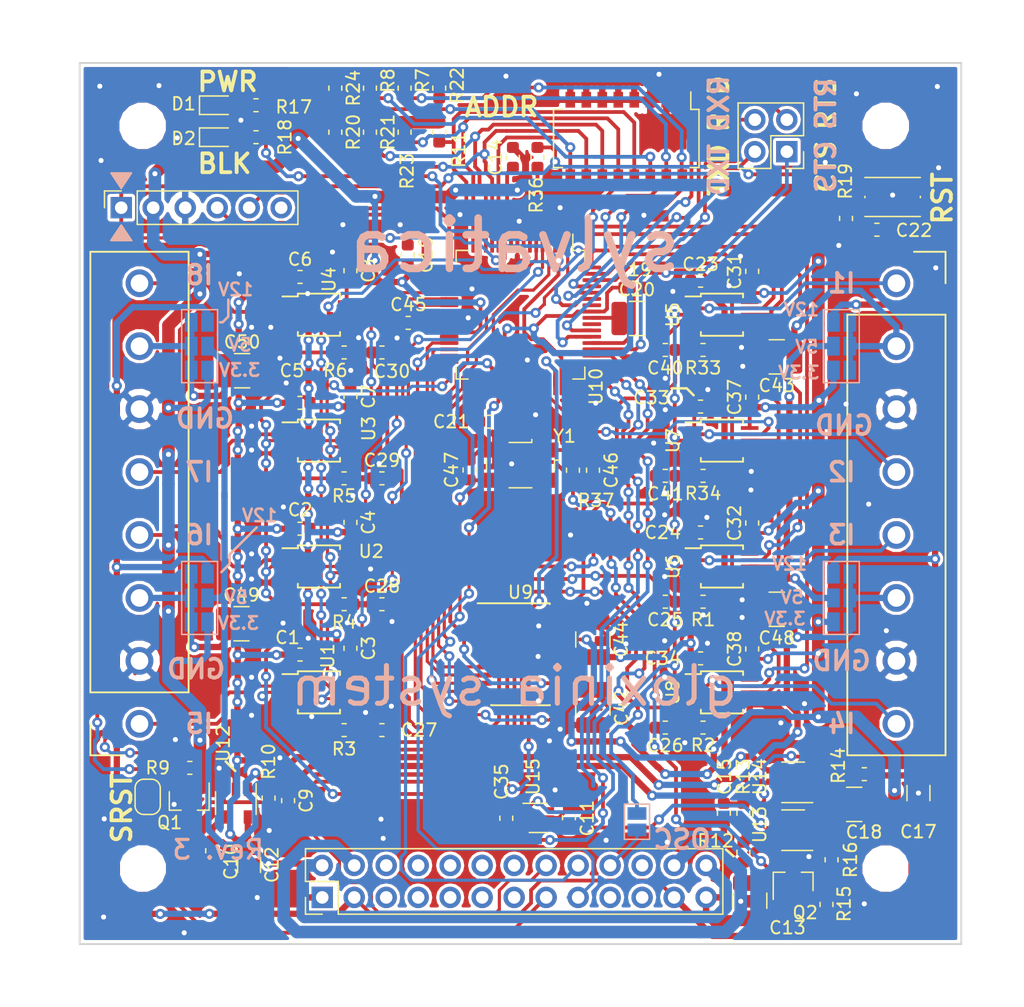
<source format=kicad_pcb>
(kicad_pcb (version 20171130) (host pcbnew 5.0.2-bee76a0~70~ubuntu18.04.1)
  (layers (0 F.Cu signal) (31 B.Cu signal) (34 B.Paste user) (35 F.Paste user) (36 B.SilkS user) (37 F.SilkS user) (38 B.Mask user) (39 F.Mask user) (44 Edge.Cuts user))
  (net 0 "")
  (net 1 +3V3)
  (net 2 /EN_REF)
  (net 3 /EN_LDO4)
  (net 4 +5V)
  (net 5 /IN3)
  (net 6 /SIG3)
  (net 7 /IN4)
  (net 8 /SIG4)
  (net 9 /IN5)
  (net 10 /SIG5)
  (net 11 /IN6)
  (net 12 /SIG6)
  (net 13 /IN7)
  (net 14 /SIG7)
  (net 15 /IN8)
  (net 16 /SIG8)
  (net 17 /EN_VDDA)
  (net 18 "Net-(C13-Pad1)")
  (net 19 "Net-(R12-Pad1)")
  (net 20 "Net-(C15-Pad1)")
  (net 21 "Net-(C46-Pad2)")
  (net 22 "Net-(R36-Pad1)")
  (net 23 /IN2)
  (net 24 /SIG2)
  (net 25 /IN1)
  (net 26 /SIG1)
  (net 27 "Net-(D2-Pad2)")
  (net 28 "Net-(D1-Pad2)")
  (net 29 +4V)
  (net 30 /EN_REF3.3)
  (net 31 "Net-(C17-Pad1)")
  (net 32 /REF+)
  (net 33 /V_REF2)
  (net 34 GND)
  (net 35 /~CS_ADC)
  (net 36 /~CONV)
  (net 37 "Net-(U9-Pad21)")
  (net 38 /~CS5)
  (net 39 /~CS4)
  (net 40 /~CS2)
  (net 41 /~CS3)
  (net 42 /~CS8)
  (net 43 /~CS7)
  (net 44 /~CS6)
  (net 45 /~CS1)
  (net 46 "Net-(U10-Pad8)")
  (net 47 /PGC)
  (net 48 /PGD)
  (net 49 "Net-(U10-Pad42)")
  (net 50 "Net-(C20-Pad1)")
  (net 51 /PGM)
  (net 52 /EV4)
  (net 53 /EV3)
  (net 54 /EV1)
  (net 55 /EV2)
  (net 56 /EV6)
  (net 57 /EV7)
  (net 58 /EV8)
  (net 59 /EV5)
  (net 60 /TXD)
  (net 61 /RXD)
  (net 62 /CTS)
  (net 63 /RTS)
  (net 64 /~RST_ADC)
  (net 65 "Net-(C10-Pad1)")
  (net 66 "Net-(U15-Pad6)")
  (net 67 /REF_C1)
  (net 68 /OSC1)
  (net 69 "Net-(U10-Pad28)")
  (net 70 /~MCLR)
  (net 71 /A7)
  (net 72 /A6)
  (net 73 /A5)
  (net 74 /A4)
  (net 75 /A3)
  (net 76 /A2)
  (net 77 /A1)
  (net 78 /A0)
  (net 79 "Net-(U17-Pad5)")
  (net 80 "Net-(U17-Pad6)")
  (net 81 "Net-(U17-Pad7)")
  (net 82 "Net-(U17-Pad8)")
  (net 83 "Net-(U17-Pad9)")
  (net 84 "Net-(U17-Pad10)")
  (net 85 "Net-(U17-Pad11)")
  (net 86 "Net-(U17-Pad12)")
  (net 87 "Net-(U17-Pad14)")
  (net 88 "Net-(U17-Pad19)")
  (net 89 "Net-(U17-Pad21)")
  (net 90 "Net-(U17-Pad22)")
  (net 91 /~INT)
  (net 92 "Net-(U17-Pad13)")
  (net 93 "Net-(U10-Pad27)")
  (net 94 "Net-(U10-Pad31)")
  (net 95 "Net-(U10-Pad55)")
  (net 96 "Net-(U10-Pad58)")
  (net 97 "Net-(U10-Pad34)")
  (net 98 "Net-(U10-Pad35)")
  (net 99 "Net-(U10-Pad43)")
  (net 100 "Net-(U10-Pad44)")
  (net 101 +12V)
  (net 102 /RPGA1)
  (net 103 /~INT_ADC)
  (net 104 /SCK_ADC)
  (net 105 /SDO_ADC)
  (net 106 /SDI_ADC)
  (net 107 /SCK_PGA)
  (net 108 /SDA1)
  (net 109 /SCL1)
  (net 110 /~RST)
  (net 111 /SYNC)
  (net 112 /PWR3)
  (net 113 /PWR4)
  (net 114 /PWR2)
  (net 115 /PWR1)
  (net 116 /BLINK)
  (net 117 /SDO_PGA)
  (net 118 "Net-(U10-Pad49)")
  (module Resistor_SMD:R_0603_1608Metric (layer F.Cu) (at 79.05 52.5 270)
    (fp_text reference R22 (at -0.2 -1.43 270) (layer F.SilkS))
    (fp_text value 10k)
    (pad 2 smd roundrect (at 0.7875 0 270) (size 0.875 0.95) (layers F.Cu F.Paste F.Mask) (net 78 /A0))
    (pad 1 smd roundrect (at -0.7875 0 270) (size 0.875 0.95) (layers F.Cu F.Paste F.Mask) (net 1 +3V3))
  )
  (module Resistor_SMD:R_0603_1608Metric (layer F.Cu) (at 73.55 52.5 270)
    (fp_text reference R8 (at -0.6 -1.43 270) (layer F.SilkS))
    (fp_text value 10k)
    (pad 1 smd roundrect (at -0.7875 0 270) (size 0.875 0.95) (layers F.Cu F.Paste F.Mask) (net 1 +3V3))
    (pad 2 smd roundrect (at 0.7875 0 270) (size 0.875 0.95) (layers F.Cu F.Paste F.Mask) (net 76 /A2))
  )
  (module Resistor_SMD:R_0603_1608Metric (layer F.Cu) (at 79.05 56 270)
    (fp_text reference R11 (at 1.4 -1.55 270) (layer F.SilkS))
    (fp_text value 10k)
    (pad 2 smd roundrect (at 0.7875 0 270) (size 0.875 0.95) (layers F.Cu F.Paste F.Mask) (net 75 /A3))
    (pad 1 smd roundrect (at -0.7875 0 270) (size 0.875 0.95) (layers F.Cu F.Paste F.Mask) (net 1 +3V3))
  )
  (module Resistor_SMD:R_0603_1608Metric (layer F.Cu) (at 70.8 56 270)
    (fp_text reference R20 (at 0 -1.43 270) (layer F.SilkS))
    (fp_text value 10k)
    (pad 1 smd roundrect (at -0.7875 0 270) (size 0.875 0.95) (layers F.Cu F.Paste F.Mask) (net 1 +3V3))
    (pad 2 smd roundrect (at 0.7875 0 270) (size 0.875 0.95) (layers F.Cu F.Paste F.Mask) (net 72 /A6))
  )
  (module Resistor_SMD:R_0603_1608Metric (layer F.Cu) (at 70.8 52.5 270)
    (fp_text reference R24 (at 0 -1.43 270) (layer F.SilkS))
    (fp_text value 10k)
    (pad 2 smd roundrect (at 0.7875 0 270) (size 0.875 0.95) (layers F.Cu F.Paste F.Mask) (net 71 /A7))
    (pad 1 smd roundrect (at -0.7875 0 270) (size 0.875 0.95) (layers F.Cu F.Paste F.Mask) (net 1 +3V3))
  )
  (module Resistor_SMD:R_0603_1608Metric (layer F.Cu) (at 76.3 56 270)
    (fp_text reference R23 (at 3.1 -0.2 270) (layer F.SilkS))
    (fp_text value 10k)
    (pad 1 smd roundrect (at -0.7875 0 270) (size 0.875 0.95) (layers F.Cu F.Paste F.Mask) (net 1 +3V3))
    (pad 2 smd roundrect (at 0.7875 0 270) (size 0.875 0.95) (layers F.Cu F.Paste F.Mask) (net 74 /A4))
  )
  (module Resistor_SMD:R_0603_1608Metric (layer F.Cu) (at 76.3 52.5 270)
    (fp_text reference R7 (at -0.6 -1.43 270) (layer F.SilkS))
    (fp_text value 10k)
    (pad 2 smd roundrect (at 0.7875 0 270) (size 0.875 0.95) (layers F.Cu F.Paste F.Mask) (net 77 /A1))
    (pad 1 smd roundrect (at -0.7875 0 270) (size 0.875 0.95) (layers F.Cu F.Paste F.Mask) (net 1 +3V3))
  )
  (module Resistor_SMD:R_0603_1608Metric (layer F.Cu) (at 73.55 56 270)
    (fp_text reference R21 (at 0 -1.43 270) (layer F.SilkS))
    (fp_text value 10k)
    (pad 1 smd roundrect (at -0.7875 0 270) (size 0.875 0.95) (layers F.Cu F.Paste F.Mask) (net 1 +3V3))
    (pad 2 smd roundrect (at 0.7875 0 270) (size 0.875 0.95) (layers F.Cu F.Paste F.Mask) (net 73 /A5))
  )
  (module Capacitor_SMD:C_1206_3216Metric (layer F.Cu) (at 63.95 114.2 270)
    (fp_text reference C12 (at 0 -1.82 270) (layer F.SilkS))
    (fp_text value 2.2uF)
    (pad 1 smd roundrect (at -1.4 0 270) (size 1.25 1.75) (layers F.Cu F.Paste F.Mask) (roundrect_rratio 0.2) (net 29 +4V))
    (pad 2 smd roundrect (at 1.4 0 270) (size 1.25 1.75) (layers F.Cu F.Paste F.Mask) (roundrect_rratio 0.2) (net 34 GND))
  )
  (module Capacitor_SMD:C_1210_3225Metric (layer F.Cu) (at 105.85 93.9 180)
    (fp_text reference C48 (at 0 -2.28 180) (layer F.SilkS))
    (fp_text value 10uF)
    (pad 2 smd roundrect (at 1.4 0 180) (size 1.25 2.65) (layers F.Cu F.Paste F.Mask) (roundrect_rratio 0.2) (net 34 GND))
    (pad 1 smd roundrect (at -1.4 0 180) (size 1.25 2.65) (layers F.Cu F.Paste F.Mask) (roundrect_rratio 0.2) (net 114 /PWR2))
  )
  (module Capacitor_SMD:C_1210_3225Metric (layer F.Cu) (at 63.4 74.95)
    (fp_text reference C50 (at 0 -2.28) (layer F.SilkS))
    (fp_text value 10uF)
    (pad 1 smd roundrect (at -1.4 0) (size 1.25 2.65) (layers F.Cu F.Paste F.Mask) (roundrect_rratio 0.2) (net 113 /PWR4))
    (pad 2 smd roundrect (at 1.4 0) (size 1.25 2.65) (layers F.Cu F.Paste F.Mask) (roundrect_rratio 0.2) (net 34 GND))
  )
  (module Capacitor_SMD:C_1210_3225Metric (layer F.Cu) (at 105.85 73.85 180)
    (fp_text reference C43 (at 0 -2.28 180) (layer F.SilkS))
    (fp_text value 10uF)
    (pad 2 smd roundrect (at 1.4 0 180) (size 1.25 2.65) (layers F.Cu F.Paste F.Mask) (roundrect_rratio 0.2) (net 34 GND))
    (pad 1 smd roundrect (at -1.4 0 180) (size 1.25 2.65) (layers F.Cu F.Paste F.Mask) (roundrect_rratio 0.2) (net 115 /PWR1))
  )
  (module Capacitor_SMD:C_1210_3225Metric (layer F.Cu) (at 63.35 95.05)
    (fp_text reference C49 (at 0 -2.28) (layer F.SilkS))
    (fp_text value 10uF)
    (pad 1 smd roundrect (at -1.4 0) (size 1.25 2.65) (layers F.Cu F.Paste F.Mask) (roundrect_rratio 0.2) (net 112 /PWR3))
    (pad 2 smd roundrect (at 1.4 0) (size 1.25 2.65) (layers F.Cu F.Paste F.Mask) (roundrect_rratio 0.2) (net 34 GND))
  )
  (module board:TB001-500-08 (layer F.Cu) (at 55.25 85.5 90)
    (fp_text reference J3 hide)
    (fp_text value Screw_Terminal_01x08)
    (pad 1 thru_hole circle (at -17.5 0 90) (size 2.2 2.2) (drill 1.4) (layers *.Cu *.Mask) (net 59 /EV5))
    (pad 2 thru_hole circle (at -12.5 0 90) (size 2.2 2.2) (drill 1.4) (layers *.Cu *.Mask) (net 34 GND))
    (pad 3 thru_hole circle (at -7.5 0 90) (size 2.2 2.2) (drill 1.4) (layers *.Cu *.Mask) (net 112 /PWR3))
    (pad 4 thru_hole circle (at -2.5 0 90) (size 2.2 2.2) (drill 1.4) (layers *.Cu *.Mask) (net 56 /EV6))
    (pad 5 thru_hole circle (at 2.5 0 90) (size 2.2 2.2) (drill 1.4) (layers *.Cu *.Mask) (net 57 /EV7))
    (pad 6 thru_hole circle (at 7.5 0 90) (size 2.2 2.2) (drill 1.4) (layers *.Cu *.Mask) (net 34 GND))
    (pad 7 thru_hole circle (at 12.5 0 90) (size 2.2 2.2) (drill 1.4) (layers *.Cu *.Mask) (net 113 /PWR4))
    (pad 8 thru_hole circle (at 17.5 0 90) (size 2.2 2.2) (drill 1.4) (layers *.Cu *.Mask) (net 58 /EV8))
  )
  (module Capacitor_SMD:C_0603_1608Metric (layer F.Cu) (at 67.05 109.1 270)
    (fp_text reference C9 (at 0 -1.43 270) (layer F.SilkS))
    (fp_text value 1uF)
    (pad 1 smd roundrect (at -0.7875 0 270) (size 0.875 0.95) (layers F.Cu F.Paste F.Mask) (net 4 +5V))
    (pad 2 smd roundrect (at 0.7875 0 270) (size 0.875 0.95) (layers F.Cu F.Paste F.Mask) (net 34 GND))
  )
  (module Capacitor_SMD:C_0603_1608Metric (layer F.Cu) (at 61.02 113.08 270)
    (fp_text reference C10 (at 0.87 -1.48 270) (layer F.SilkS))
    (fp_text value 0.01uF)
    (pad 2 smd roundrect (at 0.7875 0 270) (size 0.875 0.95) (layers F.Cu F.Paste F.Mask) (net 34 GND))
    (pad 1 smd roundrect (at -0.7875 0 270) (size 0.875 0.95) (layers F.Cu F.Paste F.Mask) (net 65 "Net-(C10-Pad1)"))
  )
  (module board:SolderJumper-4_Open_Pad1.0x1.5mm (layer B.Cu) (at 60 93)
    (fp_text reference JP5 hide)
    (fp_text value Jumper_4_Open)
    (pad 1 smd rect (at -0.65 -0.95) (size 0.5 1) (layers B.Cu) (net 112 /PWR3))
    (pad 1 smd rect (at -0.65 0.95) (size 0.5 1) (layers B.Cu) (net 112 /PWR3))
    (pad 1 smd rect (at -0.65 -1.9) (size 1 1.5) (layers B.Cu B.Mask) (net 112 /PWR3))
    (pad 1 smd rect (at -0.65 1.9) (size 1 1.5) (layers B.Cu B.Mask) (net 112 /PWR3))
    (pad 4 smd rect (at 0.65 -1.9) (size 1 1.5) (layers B.Cu B.Mask) (net 101 +12V))
    (pad 2 smd rect (at 0.65 1.9) (size 1 1.5) (layers B.Cu B.Mask) (net 1 +3V3))
    (pad 3 smd rect (at 0.65 0) (size 1 1.5) (layers B.Cu B.Mask) (net 4 +5V))
    (pad 1 smd rect (at -0.65 0) (size 1 1.5) (layers B.Cu B.Mask) (net 112 /PWR3))
  )
  (module board:SolderJumper-4_Open_Pad1.0x1.5mm (layer B.Cu) (at 60 73)
    (fp_text reference JP6 hide)
    (fp_text value Jumper_4_Open)
    (pad 1 smd rect (at -0.65 0) (size 1 1.5) (layers B.Cu B.Mask) (net 113 /PWR4))
    (pad 3 smd rect (at 0.65 0) (size 1 1.5) (layers B.Cu B.Mask) (net 4 +5V))
    (pad 2 smd rect (at 0.65 1.9) (size 1 1.5) (layers B.Cu B.Mask) (net 1 +3V3))
    (pad 4 smd rect (at 0.65 -1.9) (size 1 1.5) (layers B.Cu B.Mask) (net 101 +12V))
    (pad 1 smd rect (at -0.65 1.9) (size 1 1.5) (layers B.Cu B.Mask) (net 113 /PWR4))
    (pad 1 smd rect (at -0.65 -1.9) (size 1 1.5) (layers B.Cu B.Mask) (net 113 /PWR4))
    (pad 1 smd rect (at -0.65 0.95) (size 0.5 1) (layers B.Cu) (net 113 /PWR4))
    (pad 1 smd rect (at -0.65 -0.95) (size 0.5 1) (layers B.Cu) (net 113 /PWR4))
  )
  (module board:SolderJumper-4_Open_Pad1.0x1.5mm (layer B.Cu) (at 111 73 180)
    (fp_text reference JP3 hide)
    (fp_text value Jumper_4_Open)
    (pad 1 smd rect (at -0.65 -0.95 180) (size 0.5 1) (layers B.Cu) (net 115 /PWR1))
    (pad 1 smd rect (at -0.65 0.95 180) (size 0.5 1) (layers B.Cu) (net 115 /PWR1))
    (pad 1 smd rect (at -0.65 -1.9 180) (size 1 1.5) (layers B.Cu B.Mask) (net 115 /PWR1))
    (pad 1 smd rect (at -0.65 1.9 180) (size 1 1.5) (layers B.Cu B.Mask) (net 115 /PWR1))
    (pad 4 smd rect (at 0.65 -1.9 180) (size 1 1.5) (layers B.Cu B.Mask) (net 1 +3V3))
    (pad 2 smd rect (at 0.65 1.9 180) (size 1 1.5) (layers B.Cu B.Mask) (net 101 +12V))
    (pad 3 smd rect (at 0.65 0 180) (size 1 1.5) (layers B.Cu B.Mask) (net 4 +5V))
    (pad 1 smd rect (at -0.65 0 180) (size 1 1.5) (layers B.Cu B.Mask) (net 115 /PWR1))
  )
  (module board:SolderJumper-4_Open_Pad1.0x1.5mm (layer B.Cu) (at 111 93 180)
    (fp_text reference JP4 hide)
    (fp_text value Jumper_4_Open)
    (pad 1 smd rect (at -0.65 0 180) (size 1 1.5) (layers B.Cu B.Mask) (net 114 /PWR2))
    (pad 3 smd rect (at 0.65 0 180) (size 1 1.5) (layers B.Cu B.Mask) (net 4 +5V))
    (pad 2 smd rect (at 0.65 1.9 180) (size 1 1.5) (layers B.Cu B.Mask) (net 101 +12V))
    (pad 4 smd rect (at 0.65 -1.9 180) (size 1 1.5) (layers B.Cu B.Mask) (net 1 +3V3))
    (pad 1 smd rect (at -0.65 1.9 180) (size 1 1.5) (layers B.Cu B.Mask) (net 114 /PWR2))
    (pad 1 smd rect (at -0.65 -1.9 180) (size 1 1.5) (layers B.Cu B.Mask) (net 114 /PWR2))
    (pad 1 smd rect (at -0.65 0.95 180) (size 0.5 1) (layers B.Cu) (net 114 /PWR2))
    (pad 1 smd rect (at -0.65 -0.95 180) (size 0.5 1) (layers B.Cu) (net 114 /PWR2))
  )
  (module Jumper:SolderJumper-2_P1.3mm_Open_RoundedPad1.0x1.5mm (layer F.Cu) (at 55.9 108.8 90)
    (fp_text reference JP2 hide)
    (fp_text value Jumper_NC_Small)
    (pad 1 smd custom (at -0.65 0 90) (size 1 0.5) (layers F.Cu F.Mask) (net 110 /~RST) (options (clearance outline) (anchor rect)) (primitives (gr_circle (center 0 0.25) (end 0.5 0.25) (width 0)) (gr_circle (center 0 -0.25) (end 0.5 -0.25) (width 0)) (gr_poly (pts (xy 0 -0.75) (xy 0.5 -0.75) (xy 0.5 0.75) (xy 0 0.75)) (width 0))))
    (pad 2 smd custom (at 0.65 0 90) (size 1 0.5) (layers F.Cu F.Mask) (net 70 /~MCLR) (options (clearance outline) (anchor rect)) (primitives (gr_circle (center 0 0.25) (end 0.5 0.25) (width 0)) (gr_circle (center 0 -0.25) (end 0.5 -0.25) (width 0)) (gr_poly (pts (xy 0 -0.75) (xy -0.5 -0.75) (xy -0.5 0.75) (xy 0 0.75)) (width 0))))
  )
  (module Connector_PinHeader_2.54mm:PinHeader_2x13_P2.54mm_Vertical (layer F.Cu) (at 69.76 116.79 90)
    (fp_text reference U17 hide)
    (fp_text value gloxinia_connector_small)
    (pad 1 thru_hole rect (at 0 0 90) (size 1.7 1.7) (drill 1) (layers *.Cu *.Mask) (net 34 GND))
    (pad 2 thru_hole oval (at 2.54 0 90) (size 1.7 1.7) (drill 1) (layers *.Cu *.Mask) (net 4 +5V))
    (pad 3 thru_hole oval (at 0 2.54 90) (size 1.7 1.7) (drill 1) (layers *.Cu *.Mask) (net 101 +12V))
    (pad 4 thru_hole oval (at 2.54 2.54 90) (size 1.7 1.7) (drill 1) (layers *.Cu *.Mask) (net 1 +3V3))
    (pad 5 thru_hole oval (at 0 5.08 90) (size 1.7 1.7) (drill 1) (layers *.Cu *.Mask) (net 79 "Net-(U17-Pad5)"))
    (pad 6 thru_hole oval (at 2.54 5.08 90) (size 1.7 1.7) (drill 1) (layers *.Cu *.Mask) (net 80 "Net-(U17-Pad6)"))
    (pad 7 thru_hole oval (at 0 7.62 90) (size 1.7 1.7) (drill 1) (layers *.Cu *.Mask) (net 81 "Net-(U17-Pad7)"))
    (pad 8 thru_hole oval (at 2.54 7.62 90) (size 1.7 1.7) (drill 1) (layers *.Cu *.Mask) (net 82 "Net-(U17-Pad8)"))
    (pad 9 thru_hole oval (at 0 10.16 90) (size 1.7 1.7) (drill 1) (layers *.Cu *.Mask) (net 83 "Net-(U17-Pad9)"))
    (pad 10 thru_hole oval (at 2.54 10.16 90) (size 1.7 1.7) (drill 1) (layers *.Cu *.Mask) (net 84 "Net-(U17-Pad10)"))
    (pad 11 thru_hole oval (at 0 12.7 90) (size 1.7 1.7) (drill 1) (layers *.Cu *.Mask) (net 85 "Net-(U17-Pad11)"))
    (pad 12 thru_hole oval (at 2.54 12.7 90) (size 1.7 1.7) (drill 1) (layers *.Cu *.Mask) (net 86 "Net-(U17-Pad12)"))
    (pad 13 thru_hole oval (at 0 15.24 90) (size 1.7 1.7) (drill 1) (layers *.Cu *.Mask) (net 92 "Net-(U17-Pad13)"))
    (pad 14 thru_hole oval (at 2.54 15.24 90) (size 1.7 1.7) (drill 1) (layers *.Cu *.Mask) (net 87 "Net-(U17-Pad14)"))
    (pad 15 thru_hole oval (at 0 17.78 90) (size 1.7 1.7) (drill 1) (layers *.Cu *.Mask) (net 110 /~RST))
    (pad 16 thru_hole oval (at 2.54 17.78 90) (size 1.7 1.7) (drill 1) (layers *.Cu *.Mask) (net 91 /~INT))
    (pad 17 thru_hole oval (at 0 20.32 90) (size 1.7 1.7) (drill 1) (layers *.Cu *.Mask) (net 108 /SDA1))
    (pad 18 thru_hole oval (at 2.54 20.32 90) (size 1.7 1.7) (drill 1) (layers *.Cu *.Mask) (net 109 /SCL1))
    (pad 19 thru_hole oval (at 0 22.86 90) (size 1.7 1.7) (drill 1) (layers *.Cu *.Mask) (net 88 "Net-(U17-Pad19)"))
    (pad 20 thru_hole oval (at 2.54 22.86 90) (size 1.7 1.7) (drill 1) (layers *.Cu *.Mask) (net 111 /SYNC))
    (pad 21 thru_hole oval (at 0 25.4 90) (size 1.7 1.7) (drill 1) (layers *.Cu *.Mask) (net 89 "Net-(U17-Pad21)"))
    (pad 22 thru_hole oval (at 2.54 25.4 90) (size 1.7 1.7) (drill 1) (layers *.Cu *.Mask) (net 90 "Net-(U17-Pad22)"))
    (pad 23 thru_hole oval (at 0 27.94 90) (size 1.7 1.7) (drill 1) (layers *.Cu *.Mask) (net 101 +12V))
    (pad 24 thru_hole oval (at 2.54 27.94 90) (size 1.7 1.7) (drill 1) (layers *.Cu *.Mask) (net 1 +3V3))
    (pad 25 thru_hole oval (at 0 30.48 90) (size 1.7 1.7) (drill 1) (layers *.Cu *.Mask) (net 34 GND))
    (pad 26 thru_hole oval (at 2.54 30.48 90) (size 1.7 1.7) (drill 1) (layers *.Cu *.Mask) (net 4 +5V))
  )
  (module Package_QFP:TQFP-64_10x10mm_P0.5mm (layer F.Cu) (at 85.5 70.5 270)
    (fp_text reference U10 (at 5.7 -6 270) (layer F.SilkS))
    (fp_text value dsPIC33EP512MC806)
    (pad 1 smd roundrect (at -5.6625 -3.75 270) (size 1.475 0.3) (layers F.Cu F.Paste F.Mask) (net 35 /~CS_ADC))
    (pad 2 smd roundrect (at -5.6625 -3.25 270) (size 1.475 0.3) (layers F.Cu F.Paste F.Mask) (net 41 /~CS3))
    (pad 3 smd roundrect (at -5.6625 -2.75 270) (size 1.475 0.3) (layers F.Cu F.Paste F.Mask) (net 39 /~CS4))
    (pad 4 smd roundrect (at -5.6625 -2.25 270) (size 1.475 0.3) (layers F.Cu F.Paste F.Mask) (net 104 /SCK_ADC))
    (pad 5 smd roundrect (at -5.6625 -1.75 270) (size 1.475 0.3) (layers F.Cu F.Paste F.Mask) (net 106 /SDI_ADC))
    (pad 6 smd roundrect (at -5.6625 -1.25 270) (size 1.475 0.3) (layers F.Cu F.Paste F.Mask) (net 105 /SDO_ADC))
    (pad 7 smd roundrect (at -5.6625 -0.75 270) (size 1.475 0.3) (layers F.Cu F.Paste F.Mask) (net 22 "Net-(R36-Pad1)"))
    (pad 8 smd roundrect (at -5.6625 -0.25 270) (size 1.475 0.3) (layers F.Cu F.Paste F.Mask) (net 46 "Net-(U10-Pad8)"))
    (pad 9 smd roundrect (at -5.6625 0.25 270) (size 1.475 0.3) (layers F.Cu F.Paste F.Mask) (net 34 GND))
    (pad 10 smd roundrect (at -5.6625 0.75 270) (size 1.475 0.3) (layers F.Cu F.Paste F.Mask) (net 1 +3V3))
    (pad 11 smd roundrect (at -5.6625 1.25 270) (size 1.475 0.3) (layers F.Cu F.Paste F.Mask) (net 17 /EN_VDDA))
    (pad 12 smd roundrect (at -5.6625 1.75 270) (size 1.475 0.3) (layers F.Cu F.Paste F.Mask) (net 71 /A7))
    (pad 13 smd roundrect (at -5.6625 2.25 270) (size 1.475 0.3) (layers F.Cu F.Paste F.Mask) (net 72 /A6))
    (pad 14 smd roundrect (at -5.6625 2.75 270) (size 1.475 0.3) (layers F.Cu F.Paste F.Mask) (net 73 /A5))
    (pad 15 smd roundrect (at -5.6625 3.25 270) (size 1.475 0.3) (layers F.Cu F.Paste F.Mask) (net 74 /A4))
    (pad 16 smd roundrect (at -5.6625 3.75 270) (size 1.475 0.3) (layers F.Cu F.Paste F.Mask) (net 75 /A3))
    (pad 17 smd roundrect (at -3.75 5.6625 270) (size 0.3 1.475) (layers F.Cu F.Paste F.Mask) (net 47 /PGC))
    (pad 18 smd roundrect (at -3.25 5.6625 270) (size 0.3 1.475) (layers F.Cu F.Paste F.Mask) (net 48 /PGD))
    (pad 19 smd roundrect (at -2.75 5.6625 270) (size 0.3 1.475) (layers F.Cu F.Paste F.Mask) (net 1 +3V3))
    (pad 20 smd roundrect (at -2.25 5.6625 270) (size 0.3 1.475) (layers F.Cu F.Paste F.Mask) (net 34 GND))
    (pad 21 smd roundrect (at -1.75 5.6625 270) (size 0.3 1.475) (layers F.Cu F.Paste F.Mask) (net 42 /~CS8))
    (pad 22 smd roundrect (at -1.25 5.6625 270) (size 0.3 1.475) (layers F.Cu F.Paste F.Mask) (net 43 /~CS7))
    (pad 23 smd roundrect (at -0.75 5.6625 270) (size 0.3 1.475) (layers F.Cu F.Paste F.Mask) (net 44 /~CS6))
    (pad 24 smd roundrect (at -0.25 5.6625 270) (size 0.3 1.475) (layers F.Cu F.Paste F.Mask) (net 38 /~CS5))
    (pad 25 smd roundrect (at 0.25 5.6625 270) (size 0.3 1.475) (layers F.Cu F.Paste F.Mask) (net 34 GND))
    (pad 26 smd roundrect (at 0.75 5.6625 270) (size 0.3 1.475) (layers F.Cu F.Paste F.Mask) (net 1 +3V3))
    (pad 27 smd roundrect (at 1.25 5.6625 270) (size 0.3 1.475) (layers F.Cu F.Paste F.Mask) (net 93 "Net-(U10-Pad27)"))
    (pad 28 smd roundrect (at 1.75 5.6625 270) (size 0.3 1.475) (layers F.Cu F.Paste F.Mask) (net 69 "Net-(U10-Pad28)"))
    (pad 29 smd roundrect (at 2.25 5.6625 270) (size 0.3 1.475) (layers F.Cu F.Paste F.Mask) (net 103 /~INT_ADC))
    (pad 30 smd roundrect (at 2.75 5.6625 270) (size 0.3 1.475) (layers F.Cu F.Paste F.Mask) (net 64 /~RST_ADC))
    (pad 31 smd roundrect (at 3.25 5.6625 270) (size 0.3 1.475) (layers F.Cu F.Paste F.Mask) (net 94 "Net-(U10-Pad31)"))
    (pad 32 smd roundrect (at 3.75 5.6625 270) (size 0.3 1.475) (layers F.Cu F.Paste F.Mask) (net 107 /SCK_PGA))
    (pad 33 smd roundrect (at 5.6625 3.75 270) (size 1.475 0.3) (layers F.Cu F.Paste F.Mask) (net 36 /~CONV))
    (pad 34 smd roundrect (at 5.6625 3.25 270) (size 1.475 0.3) (layers F.Cu F.Paste F.Mask) (net 97 "Net-(U10-Pad34)"))
    (pad 35 smd roundrect (at 5.6625 2.75 270) (size 1.475 0.3) (layers F.Cu F.Paste F.Mask) (net 98 "Net-(U10-Pad35)"))
    (pad 36 smd roundrect (at 5.6625 2.25 270) (size 1.475 0.3) (layers F.Cu F.Paste F.Mask) (net 108 /SDA1))
    (pad 37 smd roundrect (at 5.6625 1.75 270) (size 1.475 0.3) (layers F.Cu F.Paste F.Mask) (net 109 /SCL1))
    (pad 38 smd roundrect (at 5.6625 1.25 270) (size 1.475 0.3) (layers F.Cu F.Paste F.Mask) (net 1 +3V3))
    (pad 39 smd roundrect (at 5.6625 0.75 270) (size 1.475 0.3) (layers F.Cu F.Paste F.Mask) (net 68 /OSC1))
    (pad 40 smd roundrect (at 5.6625 0.25 270) (size 1.475 0.3) (layers F.Cu F.Paste F.Mask) (net 21 "Net-(C46-Pad2)"))
    (pad 41 smd roundrect (at 5.6625 -0.25 270) (size 1.475 0.3) (layers F.Cu F.Paste F.Mask) (net 34 GND))
    (pad 42 smd roundrect (at 5.6625 -0.75 270) (size 1.475 0.3) (layers F.Cu F.Paste F.Mask) (net 49 "Net-(U10-Pad42)"))
    (pad 43 smd roundrect (at 5.6625 -1.25 270) (size 1.475 0.3) (layers F.Cu F.Paste F.Mask) (net 99 "Net-(U10-Pad43)"))
    (pad 44 smd roundrect (at 5.6625 -1.75 270) (size 1.475 0.3) (layers F.Cu F.Paste F.Mask) (net 100 "Net-(U10-Pad44)"))
    (pad 45 smd roundrect (at 5.6625 -2.25 270) (size 1.475 0.3) (layers F.Cu F.Paste F.Mask) (net 40 /~CS2))
    (pad 46 smd roundrect (at 5.6625 -2.75 270) (size 1.475 0.3) (layers F.Cu F.Paste F.Mask) (net 91 /~INT))
    (pad 47 smd roundrect (at 5.6625 -3.25 270) (size 1.475 0.3) (layers F.Cu F.Paste F.Mask) (net 116 /BLINK))
    (pad 48 smd roundrect (at 5.6625 -3.75 270) (size 1.475 0.3) (layers F.Cu F.Paste F.Mask) (net 2 /EN_REF))
    (pad 49 smd roundrect (at 3.75 -5.6625 270) (size 0.3 1.475) (layers F.Cu F.Paste F.Mask) (net 118 "Net-(U10-Pad49)"))
    (pad 50 smd roundrect (at 3.25 -5.6625 270) (size 0.3 1.475) (layers F.Cu F.Paste F.Mask) (net 67 /REF_C1))
    (pad 51 smd roundrect (at 2.75 -5.6625 270) (size 0.3 1.475) (layers F.Cu F.Paste F.Mask) (net 60 /TXD))
    (pad 52 smd roundrect (at 2.25 -5.6625 270) (size 0.3 1.475) (layers F.Cu F.Paste F.Mask) (net 62 /CTS))
    (pad 53 smd roundrect (at 1.75 -5.6625 270) (size 0.3 1.475) (layers F.Cu F.Paste F.Mask) (net 63 /RTS))
    (pad 54 smd roundrect (at 1.25 -5.6625 270) (size 0.3 1.475) (layers F.Cu F.Paste F.Mask) (net 61 /RXD))
    (pad 55 smd roundrect (at 0.75 -5.6625 270) (size 0.3 1.475) (layers F.Cu F.Paste F.Mask) (net 95 "Net-(U10-Pad55)"))
    (pad 56 smd roundrect (at 0.25 -5.6625 270) (size 0.3 1.475) (layers F.Cu F.Paste F.Mask) (net 50 "Net-(C20-Pad1)"))
    (pad 57 smd roundrect (at -0.25 -5.6625 270) (size 0.3 1.475) (layers F.Cu F.Paste F.Mask) (net 1 +3V3))
    (pad 58 smd roundrect (at -0.75 -5.6625 270) (size 0.3 1.475) (layers F.Cu F.Paste F.Mask) (net 96 "Net-(U10-Pad58)"))
    (pad 59 smd roundrect (at -1.25 -5.6625 270) (size 0.3 1.475) (layers F.Cu F.Paste F.Mask) (net 76 /A2))
    (pad 60 smd roundrect (at -1.75 -5.6625 270) (size 0.3 1.475) (layers F.Cu F.Paste F.Mask) (net 78 /A0))
    (pad 61 smd roundrect (at -2.25 -5.6625 270) (size 0.3 1.475) (layers F.Cu F.Paste F.Mask) (net 77 /A1))
    (pad 62 smd roundrect (at -2.75 -5.6625 270) (size 0.3 1.475) (layers F.Cu F.Paste F.Mask) (net 107 /SCK_PGA))
    (pad 63 smd roundrect (at -3.25 -5.6625 270) (size 0.3 1.475) (layers F.Cu F.Paste F.Mask) (net 45 /~CS1))
    (pad 64 smd roundrect (at -3.75 -5.6625 270) (size 0.3 1.475) (layers F.Cu F.Paste F.Mask) (net 117 /SDO_PGA))
  )
  (module Resistor_SMD:R_0603_1608Metric (layer F.Cu) (at 86.85 58 90)
    (fp_text reference R36 (at -3 -0.1 90) (layer F.SilkS))
    (fp_text value 270)
    (pad 1 smd roundrect (at -0.7875 0 90) (size 0.875 0.95) (layers F.Cu F.Paste F.Mask) (net 22 "Net-(R36-Pad1)"))
    (pad 2 smd roundrect (at 0.7875 0 90) (size 0.875 0.95) (layers F.Cu F.Paste F.Mask) (net 70 /~MCLR))
  )
  (module Button_Switch_SMD:SW_DIP_SPSTx08_Slide_Omron_A6H-8101_W6.15mm_P1.27mm (layer F.Cu) (at 93.9 56.5 270)
    (fp_text reference SW2 hide)
    (fp_text value SW_DIP_x08)
    (pad 16 smd rect (at 3.075 -4.445 270) (size 1.25 0.76) (layers F.Cu F.Paste F.Mask) (net 78 /A0))
    (pad 8 smd rect (at -3.075 4.445 270) (size 1.25 0.76) (layers F.Cu F.Paste F.Mask) (net 34 GND))
    (pad 15 smd rect (at 3.075 -3.175 270) (size 1.25 0.76) (layers F.Cu F.Paste F.Mask) (net 77 /A1))
    (pad 7 smd rect (at -3.075 3.175 270) (size 1.25 0.76) (layers F.Cu F.Paste F.Mask) (net 34 GND))
    (pad 14 smd rect (at 3.075 -1.905 270) (size 1.25 0.76) (layers F.Cu F.Paste F.Mask) (net 76 /A2))
    (pad 6 smd rect (at -3.075 1.905 270) (size 1.25 0.76) (layers F.Cu F.Paste F.Mask) (net 34 GND))
    (pad 13 smd rect (at 3.075 -0.635 270) (size 1.25 0.76) (layers F.Cu F.Paste F.Mask) (net 75 /A3))
    (pad 5 smd rect (at -3.075 0.635 270) (size 1.25 0.76) (layers F.Cu F.Paste F.Mask) (net 34 GND))
    (pad 12 smd rect (at 3.075 0.635 270) (size 1.25 0.76) (layers F.Cu F.Paste F.Mask) (net 74 /A4))
    (pad 4 smd rect (at -3.075 -0.635 270) (size 1.25 0.76) (layers F.Cu F.Paste F.Mask) (net 34 GND))
    (pad 11 smd rect (at 3.075 1.905 270) (size 1.25 0.76) (layers F.Cu F.Paste F.Mask) (net 73 /A5))
    (pad 3 smd rect (at -3.075 -1.905 270) (size 1.25 0.76) (layers F.Cu F.Paste F.Mask) (net 34 GND))
    (pad 10 smd rect (at 3.075 3.175 270) (size 1.25 0.76) (layers F.Cu F.Paste F.Mask) (net 72 /A6))
    (pad 2 smd rect (at -3.075 -3.175 270) (size 1.25 0.76) (layers F.Cu F.Paste F.Mask) (net 34 GND))
    (pad 9 smd rect (at 3.075 4.445 270) (size 1.25 0.76) (layers F.Cu F.Paste F.Mask) (net 71 /A7))
    (pad 1 smd rect (at -3.075 -4.445 270) (size 1.25 0.76) (layers F.Cu F.Paste F.Mask) (net 34 GND))
  )
  (module board:TB001-500-08 (layer F.Cu) (at 115.35 85.5 270)
    (fp_text reference J2 hide)
    (fp_text value Screw_Terminal_01x08)
    (pad 8 thru_hole circle (at 17.5 0 270) (size 2.2 2.2) (drill 1.4) (layers *.Cu *.Mask) (net 52 /EV4))
    (pad 7 thru_hole circle (at 12.5 0 270) (size 2.2 2.2) (drill 1.4) (layers *.Cu *.Mask) (net 34 GND))
    (pad 6 thru_hole circle (at 7.5 0 270) (size 2.2 2.2) (drill 1.4) (layers *.Cu *.Mask) (net 114 /PWR2))
    (pad 5 thru_hole circle (at 2.5 0 270) (size 2.2 2.2) (drill 1.4) (layers *.Cu *.Mask) (net 53 /EV3))
    (pad 4 thru_hole circle (at -2.5 0 270) (size 2.2 2.2) (drill 1.4) (layers *.Cu *.Mask) (net 55 /EV2))
    (pad 3 thru_hole circle (at -7.5 0 270) (size 2.2 2.2) (drill 1.4) (layers *.Cu *.Mask) (net 34 GND))
    (pad 2 thru_hole circle (at -12.5 0 270) (size 2.2 2.2) (drill 1.4) (layers *.Cu *.Mask) (net 115 /PWR1))
    (pad 1 thru_hole circle (at -17.5 0 270) (size 2.2 2.2) (drill 1.4) (layers *.Cu *.Mask) (net 54 /EV1))
  )
  (module Connector_PinSocket_2.54mm:PinSocket_2x02_P2.54mm_Vertical (layer F.Cu) (at 106.65 57.55 270)
    (fp_text reference J14 hide)
    (fp_text value Conn_02x02_Odd_Even)
    (pad 1 thru_hole rect (at 0 0 270) (size 1.7 1.7) (drill 1) (layers *.Cu *.Mask) (net 62 /CTS))
    (pad 2 thru_hole oval (at -2.54 0 270) (size 1.7 1.7) (drill 1) (layers *.Cu *.Mask) (net 63 /RTS))
    (pad 3 thru_hole oval (at 0 2.54 270) (size 1.7 1.7) (drill 1) (layers *.Cu *.Mask) (net 60 /TXD))
    (pad 4 thru_hole oval (at -2.54 2.54 270) (size 1.7 1.7) (drill 1) (layers *.Cu *.Mask) (net 61 /RXD))
  )
  (module Jumper:SolderJumper-2_P1.3mm_Open_Pad1.0x1.5mm (layer B.Cu) (at 94.75 110.775 270)
    (fp_text reference JP1 hide)
    (fp_text value Jumper)
    (pad 1 smd rect (at -0.65 0 270) (size 1 1.5) (layers B.Cu B.Mask) (net 68 /OSC1))
    (pad 2 smd rect (at 0.65 0 270) (size 1 1.5) (layers B.Cu B.Mask) (net 111 /SYNC))
  )
  (module Capacitor_SMD:C_0603_1608Metric (layer F.Cu) (at 89.35 110.45 90)
    (fp_text reference C11 (at -0.05 1.45 90) (layer F.SilkS))
    (fp_text value 1uF)
    (pad 2 smd roundrect (at 0.7875 0 90) (size 0.875 0.95) (layers F.Cu F.Paste F.Mask) (net 34 GND))
    (pad 1 smd roundrect (at -0.7875 0 90) (size 0.875 0.95) (layers F.Cu F.Paste F.Mask) (net 33 /V_REF2))
  )
  (module Capacitor_SMD:C_0603_1608Metric (layer F.Cu) (at 84.375 110.5 270)
    (fp_text reference C35 (at -2.9 0.375 270) (layer F.SilkS))
    (fp_text value 0.1uF)
    (pad 1 smd roundrect (at -0.7875 0 270) (size 0.875 0.95) (layers F.Cu F.Paste F.Mask) (net 102 /RPGA1))
    (pad 2 smd roundrect (at 0.7875 0 270) (size 0.875 0.95) (layers F.Cu F.Paste F.Mask) (net 34 GND))
  )
  (module Package_TO_SOT_SMD:SOT-363_SC-70-6 (layer F.Cu) (at 86.9 110.475)
    (fp_text reference U15 (at -0.4 -3.275 90) (layer F.SilkS))
    (fp_text value SiP32431)
    (pad 6 smd rect (at 0.95 -0.65) (size 0.65 0.4) (layers F.Cu F.Paste F.Mask) (net 66 "Net-(U15-Pad6)"))
    (pad 4 smd rect (at 0.95 0.65) (size 0.65 0.4) (layers F.Cu F.Paste F.Mask) (net 33 /V_REF2))
    (pad 2 smd rect (at -0.95 0) (size 0.65 0.4) (layers F.Cu F.Paste F.Mask) (net 34 GND))
    (pad 5 smd rect (at 0.95 0) (size 0.65 0.4) (layers F.Cu F.Paste F.Mask) (net 34 GND))
    (pad 3 smd rect (at -0.95 0.65) (size 0.65 0.4) (layers F.Cu F.Paste F.Mask) (net 67 /REF_C1))
    (pad 1 smd rect (at -0.95 -0.65) (size 0.65 0.4) (layers F.Cu F.Paste F.Mask) (net 102 /RPGA1))
  )
  (module Capacitor_SMD:C_1206_3216Metric (layer F.Cu) (at 117.1 108.5 270)
    (fp_text reference C17 (at 3.07 0.01) (layer F.SilkS))
    (fp_text value 22uF)
    (pad 1 smd roundrect (at -1.4 0 270) (size 1.25 1.75) (layers F.Cu F.Paste F.Mask) (roundrect_rratio 0.2) (net 31 "Net-(C17-Pad1)"))
    (pad 2 smd roundrect (at 1.4 0 270) (size 1.25 1.75) (layers F.Cu F.Paste F.Mask) (roundrect_rratio 0.2) (net 34 GND))
  )
  (module Capacitor_SMD:C_1210_3225Metric (layer F.Cu) (at 103.7 117.05 270)
    (fp_text reference C13 (at 2.15 -3 180) (layer F.SilkS))
    (fp_text value 10uF)
    (pad 2 smd roundrect (at 1.4 0 270) (size 1.25 2.65) (layers F.Cu F.Paste F.Mask) (roundrect_rratio 0.2) (net 34 GND))
    (pad 1 smd roundrect (at -1.4 0 270) (size 1.25 2.65) (layers F.Cu F.Paste F.Mask) (roundrect_rratio 0.2) (net 18 "Net-(C13-Pad1)"))
  )
  (module Crystal:Crystal_SMD_Abracon_ABM3B-4Pin_5.0x3.2mm (layer F.Cu) (at 85.5 82.45 180)
    (fp_text reference Y1 (at -3.5 2.3 180) (layer F.SilkS))
    (fp_text value Crystal_GND24)
    (pad 1 smd rect (at -2 1.2 180) (size 1.8 1.2) (layers F.Cu F.Paste F.Mask) (net 21 "Net-(C46-Pad2)"))
    (pad 2 smd rect (at 2 1.2 180) (size 1.8 1.2) (layers F.Cu F.Paste F.Mask) (net 34 GND))
    (pad 3 smd rect (at 2 -1.2 180) (size 1.8 1.2) (layers F.Cu F.Paste F.Mask) (net 68 /OSC1))
    (pad 4 smd rect (at -2 -1.2 180) (size 1.8 1.2) (layers F.Cu F.Paste F.Mask) (net 34 GND))
  )
  (module Button_Switch_SMD:SW_SPST_KMR2 (layer F.Cu) (at 115.05 61.15)
    (fp_text reference SW1 hide)
    (fp_text value SW_Push)
    (pad 1 smd rect (at -2.05 -0.8 90) (size 0.9 1) (layers F.Cu F.Paste F.Mask) (net 34 GND))
    (pad 2 smd rect (at -2.05 0.8 90) (size 0.9 1) (layers F.Cu F.Paste F.Mask) (net 70 /~MCLR))
    (pad 1 smd rect (at 2.05 -0.8 90) (size 0.9 1) (layers F.Cu F.Paste F.Mask) (net 34 GND))
    (pad 2 smd rect (at 2.05 0.8 90) (size 0.9 1) (layers F.Cu F.Paste F.Mask) (net 70 /~MCLR))
  )
  (module Capacitor_SMD:C_0603_1608Metric (layer F.Cu) (at 81.459073 82.834751 90)
    (fp_text reference C47 (at 0 -1.43 90) (layer F.SilkS))
    (fp_text value 10pF)
    (pad 1 smd roundrect (at -0.7875 0 90) (size 0.875 0.95) (layers F.Cu F.Paste F.Mask) (net 68 /OSC1))
    (pad 2 smd roundrect (at 0.7875 0 90) (size 0.875 0.95) (layers F.Cu F.Paste F.Mask) (net 34 GND))
  )
  (module Capacitor_SMD:C_0603_1608Metric (layer F.Cu) (at 99.8 77.8 180)
    (fp_text reference C33 (at 3.9 0.7 180) (layer F.SilkS))
    (fp_text value 0.1uF)
    (pad 2 smd roundrect (at 0.7875 0 180) (size 0.875 0.95) (layers F.Cu F.Paste F.Mask) (net 29 +4V))
    (pad 1 smd roundrect (at -0.7875 0 180) (size 0.875 0.95) (layers F.Cu F.Paste F.Mask) (net 34 GND))
  )
  (module Capacitor_SMD:C_0603_1608Metric (layer F.Cu) (at 68 87.5 180)
    (fp_text reference C2 (at 0 1.5 180) (layer F.SilkS))
    (fp_text value 0.1uF)
    (pad 1 smd roundrect (at -0.7875 0 180) (size 0.875 0.95) (layers F.Cu F.Paste F.Mask) (net 34 GND))
    (pad 2 smd roundrect (at 0.7875 0 180) (size 0.875 0.95) (layers F.Cu F.Paste F.Mask) (net 29 +4V))
  )
  (module Capacitor_SMD:C_0603_1608Metric (layer F.Cu) (at 72 97 270)
    (fp_text reference C3 (at 0 -1.43 270) (layer F.SilkS))
    (fp_text value 0.1uF)
    (pad 2 smd roundrect (at 0.7875 0 270) (size 0.875 0.95) (layers F.Cu F.Paste F.Mask) (net 1 +3V3))
    (pad 1 smd roundrect (at -0.7875 0 270) (size 0.875 0.95) (layers F.Cu F.Paste F.Mask) (net 34 GND))
  )
  (module Capacitor_SMD:C_0603_1608Metric (layer F.Cu) (at 68 77.5 180)
    (fp_text reference C5 (at 0.65 2.55 180) (layer F.SilkS))
    (fp_text value 0.1uF)
    (pad 1 smd roundrect (at -0.7875 0 180) (size 0.875 0.95) (layers F.Cu F.Paste F.Mask) (net 34 GND))
    (pad 2 smd roundrect (at 0.7875 0 180) (size 0.875 0.95) (layers F.Cu F.Paste F.Mask) (net 29 +4V))
  )
  (module Capacitor_SMD:C_0603_1608Metric (layer F.Cu) (at 68 67.5 180)
    (fp_text reference C6 (at 0 1.4 180) (layer F.SilkS))
    (fp_text value 0.1uF)
    (pad 2 smd roundrect (at 0.7875 0 180) (size 0.875 0.95) (layers F.Cu F.Paste F.Mask) (net 29 +4V))
    (pad 1 smd roundrect (at -0.7875 0 180) (size 0.875 0.95) (layers F.Cu F.Paste F.Mask) (net 34 GND))
  )
  (module Capacitor_SMD:C_0603_1608Metric (layer F.Cu) (at 72 77 270)
    (fp_text reference C7 (at 0 -1.43 270) (layer F.SilkS))
    (fp_text value 0.1uF)
    (pad 1 smd roundrect (at -0.7875 0 270) (size 0.875 0.95) (layers F.Cu F.Paste F.Mask) (net 34 GND))
    (pad 2 smd roundrect (at 0.7875 0 270) (size 0.875 0.95) (layers F.Cu F.Paste F.Mask) (net 1 +3V3))
  )
  (module Capacitor_SMD:C_0603_1608Metric (layer F.Cu) (at 72 67 270)
    (fp_text reference C8 (at 0 -1.43 270) (layer F.SilkS))
    (fp_text value 0.1uF)
    (pad 2 smd roundrect (at 0.7875 0 270) (size 0.875 0.95) (layers F.Cu F.Paste F.Mask) (net 1 +3V3))
    (pad 1 smd roundrect (at -0.7875 0 270) (size 0.875 0.95) (layers F.Cu F.Paste F.Mask) (net 34 GND))
  )
  (module Capacitor_SMD:C_0603_1608Metric (layer F.Cu) (at 84.9 58 270)
    (fp_text reference C14 (at 0 1.4 270) (layer F.SilkS))
    (fp_text value 0.1uF)
    (pad 1 smd roundrect (at -0.7875 0 270) (size 0.875 0.95) (layers F.Cu F.Paste F.Mask) (net 34 GND))
    (pad 2 smd roundrect (at 0.7875 0 270) (size 0.875 0.95) (layers F.Cu F.Paste F.Mask) (net 1 +3V3))
  )
  (module Capacitor_SMD:C_0603_1608Metric (layer F.Cu) (at 101.65 110.1 270)
    (fp_text reference C15 (at -2.9 -0.05 270) (layer F.SilkS))
    (fp_text value 0.1uF)
    (pad 2 smd roundrect (at 0.7875 0 270) (size 0.875 0.95) (layers F.Cu F.Paste F.Mask) (net 34 GND))
    (pad 1 smd roundrect (at -0.7875 0 270) (size 0.875 0.95) (layers F.Cu F.Paste F.Mask) (net 20 "Net-(C15-Pad1)"))
  )
  (module Capacitor_SMD:C_0603_1608Metric (layer F.Cu) (at 76.55 65.75 90)
    (fp_text reference C16 (at 0 1.45 90) (layer F.SilkS))
    (fp_text value 0.1uF)
    (pad 1 smd roundrect (at -0.7875 0 90) (size 0.875 0.95) (layers F.Cu F.Paste F.Mask) (net 1 +3V3))
    (pad 2 smd roundrect (at 0.7875 0 90) (size 0.875 0.95) (layers F.Cu F.Paste F.Mask) (net 34 GND))
  )
  (module Capacitor_SMD:C_0603_1608Metric (layer F.Cu) (at 94.5 68.35)
    (fp_text reference C19 (at 0 -1.43) (layer F.SilkS))
    (fp_text value 0.1uF)
    (pad 2 smd roundrect (at 0.7875 0) (size 0.875 0.95) (layers F.Cu F.Paste F.Mask) (net 34 GND))
    (pad 1 smd roundrect (at -0.7875 0) (size 0.875 0.95) (layers F.Cu F.Paste F.Mask) (net 1 +3V3))
  )
  (module Capacitor_SMD:C_0603_1608Metric (layer F.Cu) (at 83.05 79 180)
    (fp_text reference C21 (at 3.05 0 180) (layer F.SilkS))
    (fp_text value 0.1uF)
    (pad 1 smd roundrect (at -0.7875 0 180) (size 0.875 0.95) (layers F.Cu F.Paste F.Mask) (net 1 +3V3))
    (pad 2 smd roundrect (at 0.7875 0 180) (size 0.875 0.95) (layers F.Cu F.Paste F.Mask) (net 34 GND))
  )
  (module Capacitor_SMD:C_0603_1608Metric (layer F.Cu) (at 97 93.3 180)
    (fp_text reference C25 (at 0 -1.43 180) (layer F.SilkS))
    (fp_text value 1uF)
    (pad 2 smd roundrect (at 0.7875 0 180) (size 0.875 0.95) (layers F.Cu F.Paste F.Mask) (net 34 GND))
    (pad 1 smd roundrect (at -0.7875 0 180) (size 0.875 0.95) (layers F.Cu F.Paste F.Mask) (net 6 /SIG3))
  )
  (module Capacitor_SMD:C_0603_1608Metric (layer F.Cu) (at 113.8 63.75)
    (fp_text reference C22 (at 2.95 0.05) (layer F.SilkS))
    (fp_text value 0.01uF)
    (pad 1 smd roundrect (at -0.7875 0) (size 0.875 0.95) (layers F.Cu F.Paste F.Mask) (net 70 /~MCLR))
    (pad 2 smd roundrect (at 0.7875 0) (size 0.875 0.95) (layers F.Cu F.Paste F.Mask) (net 34 GND))
  )
  (module Capacitor_SMD:C_0603_1608Metric (layer F.Cu) (at 68 97.5 180)
    (fp_text reference C1 (at 1 1.35 180) (layer F.SilkS))
    (fp_text value 0.1uF)
    (pad 2 smd roundrect (at 0.7875 0 180) (size 0.875 0.95) (layers F.Cu F.Paste F.Mask) (net 29 +4V))
    (pad 1 smd roundrect (at -0.7875 0 180) (size 0.875 0.95) (layers F.Cu F.Paste F.Mask) (net 34 GND))
  )
  (module Capacitor_SMD:C_0603_1608Metric (layer F.Cu) (at 99.8 87.8 180)
    (fp_text reference C24 (at 3 0 180) (layer F.SilkS))
    (fp_text value 0.1uF)
    (pad 1 smd roundrect (at -0.7875 0 180) (size 0.875 0.95) (layers F.Cu F.Paste F.Mask) (net 34 GND))
    (pad 2 smd roundrect (at 0.7875 0 180) (size 0.875 0.95) (layers F.Cu F.Paste F.Mask) (net 29 +4V))
  )
  (module Capacitor_SMD:C_0603_1608Metric (layer F.Cu) (at 97 103.3 180)
    (fp_text reference C26 (at 0 -1.43 180) (layer F.SilkS))
    (fp_text value 1uF)
    (pad 2 smd roundrect (at 0.7875 0 180) (size 0.875 0.95) (layers F.Cu F.Paste F.Mask) (net 34 GND))
    (pad 1 smd roundrect (at -0.7875 0 180) (size 0.875 0.95) (layers F.Cu F.Paste F.Mask) (net 8 /SIG4))
  )
  (module Capacitor_SMD:C_0603_1608Metric (layer F.Cu) (at 74.5 103.5)
    (fp_text reference C27 (at 2.95 0) (layer F.SilkS))
    (fp_text value 1uF)
    (pad 1 smd roundrect (at -0.7875 0) (size 0.875 0.95) (layers F.Cu F.Paste F.Mask) (net 10 /SIG5))
    (pad 2 smd roundrect (at 0.7875 0) (size 0.875 0.95) (layers F.Cu F.Paste F.Mask) (net 34 GND))
  )
  (module Capacitor_SMD:C_0603_1608Metric (layer F.Cu) (at 74.5 93.5)
    (fp_text reference C28 (at 0 -1.43) (layer F.SilkS))
    (fp_text value 1uF)
    (pad 2 smd roundrect (at 0.7875 0) (size 0.875 0.95) (layers F.Cu F.Paste F.Mask) (net 34 GND))
    (pad 1 smd roundrect (at -0.7875 0) (size 0.875 0.95) (layers F.Cu F.Paste F.Mask) (net 12 /SIG6))
  )
  (module Capacitor_SMD:C_0603_1608Metric (layer F.Cu) (at 74.5 83.5)
    (fp_text reference C29 (at 0 -1.43) (layer F.SilkS))
    (fp_text value 1uF)
    (pad 1 smd roundrect (at -0.7875 0) (size 0.875 0.95) (layers F.Cu F.Paste F.Mask) (net 14 /SIG7))
    (pad 2 smd roundrect (at 0.7875 0) (size 0.875 0.95) (layers F.Cu F.Paste F.Mask) (net 34 GND))
  )
  (module Capacitor_SMD:C_0603_1608Metric (layer F.Cu) (at 74.5 73.5)
    (fp_text reference C30 (at 0.8 1.5) (layer F.SilkS))
    (fp_text value 1uF)
    (pad 2 smd roundrect (at 0.7875 0) (size 0.875 0.95) (layers F.Cu F.Paste F.Mask) (net 34 GND))
    (pad 1 smd roundrect (at -0.7875 0) (size 0.875 0.95) (layers F.Cu F.Paste F.Mask) (net 16 /SIG8))
  )
  (module Capacitor_SMD:C_0603_1608Metric (layer F.Cu) (at 103.9 67.05 270)
    (fp_text reference C31 (at 0 1.4 270) (layer F.SilkS))
    (fp_text value 0.1uF)
    (pad 1 smd roundrect (at -0.7875 0 270) (size 0.875 0.95) (layers F.Cu F.Paste F.Mask) (net 34 GND))
    (pad 2 smd roundrect (at 0.7875 0 270) (size 0.875 0.95) (layers F.Cu F.Paste F.Mask) (net 1 +3V3))
  )
  (module Capacitor_SMD:C_0603_1608Metric (layer F.Cu) (at 103.9 87.05 270)
    (fp_text reference C32 (at 0 1.4 270) (layer F.SilkS))
    (fp_text value 0.1uF)
    (pad 2 smd roundrect (at 0.7875 0 270) (size 0.875 0.95) (layers F.Cu F.Paste F.Mask) (net 1 +3V3))
    (pad 1 smd roundrect (at -0.7875 0 270) (size 0.875 0.95) (layers F.Cu F.Paste F.Mask) (net 34 GND))
  )
  (module Capacitor_SMD:C_0603_1608Metric (layer F.Cu) (at 99.8 67.8 180)
    (fp_text reference C23 (at 0 1.3 180) (layer F.SilkS))
    (fp_text value 0.1uF)
    (pad 1 smd roundrect (at -0.7875 0 180) (size 0.875 0.95) (layers F.Cu F.Paste F.Mask) (net 34 GND))
    (pad 2 smd roundrect (at 0.7875 0 180) (size 0.875 0.95) (layers F.Cu F.Paste F.Mask) (net 29 +4V))
  )
  (module Capacitor_SMD:C_0603_1608Metric (layer F.Cu) (at 99.8 97.8 180)
    (fp_text reference C34 (at 3 0 180) (layer F.SilkS))
    (fp_text value 0.1uF)
    (pad 2 smd roundrect (at 0.7875 0 180) (size 0.875 0.95) (layers F.Cu F.Paste F.Mask) (net 29 +4V))
    (pad 1 smd roundrect (at -0.7875 0 180) (size 0.875 0.95) (layers F.Cu F.Paste F.Mask) (net 34 GND))
  )
  (module Capacitor_SMD:C_0603_1608Metric (layer F.Cu) (at 103.9 77.05 270)
    (fp_text reference C37 (at 0 1.4 270) (layer F.SilkS))
    (fp_text value 0.1uF)
    (pad 1 smd roundrect (at -0.7875 0 270) (size 0.875 0.95) (layers F.Cu F.Paste F.Mask) (net 34 GND))
    (pad 2 smd roundrect (at 0.7875 0 270) (size 0.875 0.95) (layers F.Cu F.Paste F.Mask) (net 1 +3V3))
  )
  (module Capacitor_SMD:C_0603_1608Metric (layer F.Cu) (at 103.9 97.05 270)
    (fp_text reference C38 (at 0 1.4 270) (layer F.SilkS))
    (fp_text value 0.1uF)
    (pad 2 smd roundrect (at 0.7875 0 270) (size 0.875 0.95) (layers F.Cu F.Paste F.Mask) (net 1 +3V3))
    (pad 1 smd roundrect (at -0.7875 0 270) (size 0.875 0.95) (layers F.Cu F.Paste F.Mask) (net 34 GND))
  )
  (module Capacitor_SMD:C_0603_1608Metric (layer F.Cu) (at 97 73.3 180)
    (fp_text reference C40 (at 0 -1.43 180) (layer F.SilkS))
    (fp_text value 1uF)
    (pad 1 smd roundrect (at -0.7875 0 180) (size 0.875 0.95) (layers F.Cu F.Paste F.Mask) (net 26 /SIG1))
    (pad 2 smd roundrect (at 0.7875 0 180) (size 0.875 0.95) (layers F.Cu F.Paste F.Mask) (net 34 GND))
  )
  (module Capacitor_SMD:C_0603_1608Metric (layer F.Cu) (at 97 83.3 180)
    (fp_text reference C41 (at 0 -1.43 180) (layer F.SilkS))
    (fp_text value 1uF)
    (pad 2 smd roundrect (at 0.7875 0 180) (size 0.875 0.95) (layers F.Cu F.Paste F.Mask) (net 34 GND))
    (pad 1 smd roundrect (at -0.7875 0 180) (size 0.875 0.95) (layers F.Cu F.Paste F.Mask) (net 24 /SIG2))
  )
  (module Capacitor_SMD:C_0603_1608Metric (layer F.Cu) (at 76.5875 71.15 180)
    (fp_text reference C45 (at -0.0125 1.45 180) (layer F.SilkS))
    (fp_text value 0.1uF)
    (pad 1 smd roundrect (at -0.7875 0 180) (size 0.875 0.95) (layers F.Cu F.Paste F.Mask) (net 1 +3V3))
    (pad 2 smd roundrect (at 0.7875 0 180) (size 0.875 0.95) (layers F.Cu F.Paste F.Mask) (net 34 GND))
  )
  (module Capacitor_SMD:C_0603_1608Metric (layer F.Cu) (at 72 87 270)
    (fp_text reference C4 (at 0 -1.43 270) (layer F.SilkS))
    (fp_text value 0.1uF)
    (pad 2 smd roundrect (at 0.7875 0 270) (size 0.875 0.95) (layers F.Cu F.Paste F.Mask) (net 1 +3V3))
    (pad 1 smd roundrect (at -0.7875 0 270) (size 0.875 0.95) (layers F.Cu F.Paste F.Mask) (net 34 GND))
  )
  (module Capacitor_SMD:C_0603_1608Metric (layer F.Cu) (at 91.259073 82.853994 90)
    (fp_text reference C46 (at 0.003994 1.440927 90) (layer F.SilkS))
    (fp_text value 10pF)
    (pad 1 smd roundrect (at -0.7875 0 90) (size 0.875 0.95) (layers F.Cu F.Paste F.Mask) (net 34 GND))
    (pad 2 smd roundrect (at 0.7875 0 90) (size 0.875 0.95) (layers F.Cu F.Paste F.Mask) (net 21 "Net-(C46-Pad2)"))
  )
  (module Capacitor_SMD:C_1210_3225Metric (layer F.Cu) (at 112 109.4)
    (fp_text reference C18 (at 0.78 2.2) (layer F.SilkS))
    (fp_text value 1uF)
    (pad 2 smd roundrect (at 1.4 0) (size 1.25 2.65) (layers F.Cu F.Paste F.Mask) (roundrect_rratio 0.2) (net 34 GND))
    (pad 1 smd roundrect (at -1.4 0) (size 1.25 2.65) (layers F.Cu F.Paste F.Mask) (roundrect_rratio 0.2) (net 29 +4V))
  )
  (module Capacitor_SMD:C_1210_3225Metric (layer F.Cu) (at 91.25 101.7 270)
    (fp_text reference C42 (at 0 -2.28 270) (layer F.SilkS))
    (fp_text value 10uF)
    (pad 1 smd roundrect (at -1.4 0 270) (size 1.25 2.65) (layers F.Cu F.Paste F.Mask) (roundrect_rratio 0.2) (net 1 +3V3))
    (pad 2 smd roundrect (at 1.4 0 270) (size 1.25 2.65) (layers F.Cu F.Paste F.Mask) (roundrect_rratio 0.2) (net 34 GND))
  )
  (module Capacitor_SMD:C_1210_3225Metric (layer F.Cu) (at 91.25 96.3 90)
    (fp_text reference C44 (at 0 2.25 90) (layer F.SilkS))
    (fp_text value 10uF)
    (pad 2 smd roundrect (at 1.4 0 90) (size 1.25 2.65) (layers F.Cu F.Paste F.Mask) (roundrect_rratio 0.2) (net 34 GND))
    (pad 1 smd roundrect (at -1.4 0 90) (size 1.25 2.65) (layers F.Cu F.Paste F.Mask) (roundrect_rratio 0.2) (net 29 +4V))
  )
  (module Capacitor_SMD:C_1210_3225Metric (layer F.Cu) (at 94.75 70.8)
    (fp_text reference C20 (at 0 -2.28) (layer F.SilkS))
    (fp_text value 10uF)
    (pad 1 smd roundrect (at -1.4 0) (size 1.25 2.65) (layers F.Cu F.Paste F.Mask) (roundrect_rratio 0.2) (net 50 "Net-(C20-Pad1)"))
    (pad 2 smd roundrect (at 1.4 0) (size 1.25 2.65) (layers F.Cu F.Paste F.Mask) (roundrect_rratio 0.2) (net 34 GND))
  )
  (module Connector_PinSocket_2.54mm:PinSocket_1x06_P2.54mm_Vertical (layer F.Cu) (at 53.8 62 90)
    (fp_text reference J9 hide)
    (fp_text value Conn_01x06_Female)
    (pad 1 thru_hole rect (at 0 0 90) (size 1.7 1.7) (drill 1) (layers *.Cu *.Mask) (net 70 /~MCLR))
    (pad 2 thru_hole oval (at 0 2.54 90) (size 1.7 1.7) (drill 1) (layers *.Cu *.Mask) (net 1 +3V3))
    (pad 3 thru_hole oval (at 0 5.08 90) (size 1.7 1.7) (drill 1) (layers *.Cu *.Mask) (net 34 GND))
    (pad 4 thru_hole oval (at 0 7.62 90) (size 1.7 1.7) (drill 1) (layers *.Cu *.Mask) (net 48 /PGD))
    (pad 5 thru_hole oval (at 0 10.16 90) (size 1.7 1.7) (drill 1) (layers *.Cu *.Mask) (net 47 /PGC))
    (pad 6 thru_hole oval (at 0 12.7 90) (size 1.7 1.7) (drill 1) (layers *.Cu *.Mask) (net 51 /PGM))
  )
  (module LED_SMD:LED_0603_1608Metric (layer F.Cu) (at 61.5 53.86)
    (fp_text reference D1 (at -2.75 -0.11) (layer F.SilkS))
    (fp_text value LED)
    (pad 2 smd roundrect (at 0.7875 0) (size 0.875 0.95) (layers F.Cu F.Paste F.Mask) (net 28 "Net-(D1-Pad2)"))
    (pad 1 smd roundrect (at -0.7875 0) (size 0.875 0.95) (layers F.Cu F.Paste F.Mask) (net 34 GND))
  )
  (module LED_SMD:LED_0603_1608Metric (layer F.Cu) (at 61.5 56.4)
    (fp_text reference D2 (at -2.75 0.1) (layer F.SilkS))
    (fp_text value LED)
    (pad 1 smd roundrect (at -0.7875 0) (size 0.875 0.95) (layers F.Cu F.Paste F.Mask) (net 34 GND))
    (pad 2 smd roundrect (at 0.7875 0) (size 0.875 0.95) (layers F.Cu F.Paste F.Mask) (net 27 "Net-(D2-Pad2)"))
  )
  (module MountingHole:MountingHole_3.2mm_M3 (layer F.Cu) (at 55.5 115.5 270)
    (fp_text reference H3 hide)
    (fp_text value MountingHole)
    (pad "" np_thru_hole circle (at -1 0 270) (size 3.2 3.2) (drill 3.2) (layers *.Cu *.Mask))
  )
  (module MountingHole:MountingHole_3.2mm_M3 (layer F.Cu) (at 114.5 55.5 270)
    (fp_text reference H1 hide)
    (fp_text value MountingHole)
    (pad 1 np_thru_hole circle (at 0 0 270) (size 3.2 3.2) (drill 3.2) (layers *.Cu *.Mask))
  )
  (module MountingHole:MountingHole_3.2mm_M3 (layer F.Cu) (at 114.5 114.5 270)
    (fp_text reference H2 hide)
    (fp_text value MountingHole)
    (pad 1 np_thru_hole circle (at 0 0 270) (size 3.2 3.2) (drill 3.2) (layers *.Cu *.Mask))
  )
  (module MountingHole:MountingHole_3.2mm_M3 (layer F.Cu) (at 55.5 55.5 270)
    (fp_text reference H4 hide)
    (fp_text value MountingHole)
    (pad 1 np_thru_hole circle (at 0 0 270) (size 3.2 3.2) (drill 3.2) (layers *.Cu *.Mask))
  )
  (module Package_SO:MSOP-10_3x3mm_P0.5mm (layer F.Cu) (at 101.5 70.5)
    (fp_text reference U5 (at -3.9 0 90) (layer F.SilkS))
    (fp_text value PGA113)
    (pad 1 smd rect (at -2.2 -1) (size 1.4 0.3) (layers F.Cu F.Paste F.Mask) (net 29 +4V))
    (pad 2 smd rect (at -2.2 -0.5) (size 1.4 0.3) (layers F.Cu F.Paste F.Mask) (net 54 /EV1))
    (pad 3 smd rect (at -2.2 0) (size 1.4 0.3) (layers F.Cu F.Paste F.Mask) (net 102 /RPGA1))
    (pad 4 smd rect (at -2.2 0.5) (size 1.4 0.3) (layers F.Cu F.Paste F.Mask) (net 34 GND))
    (pad 5 smd rect (at -2.2 1) (size 1.4 0.3) (layers F.Cu F.Paste F.Mask) (net 25 /IN1))
    (pad 6 smd rect (at 2.2 1) (size 1.4 0.3) (layers F.Cu F.Paste F.Mask) (net 34 GND))
    (pad 7 smd rect (at 2.2 0.5) (size 1.4 0.3) (layers F.Cu F.Paste F.Mask) (net 107 /SCK_PGA))
    (pad 8 smd rect (at 2.2 0) (size 1.4 0.3) (layers F.Cu F.Paste F.Mask) (net 117 /SDO_PGA))
    (pad 9 smd rect (at 2.2 -0.5) (size 1.4 0.3) (layers F.Cu F.Paste F.Mask) (net 45 /~CS1))
    (pad 10 smd rect (at 2.2 -1) (size 1.4 0.3) (layers F.Cu F.Paste F.Mask) (net 1 +3V3))
  )
  (module Package_SO:MSOP-10_3x3mm_P0.5mm (layer F.Cu) (at 69.5 90.5)
    (fp_text reference U2 (at 4.15 -1.2 180) (layer F.SilkS))
    (fp_text value PGA113)
    (pad 10 smd rect (at 2.2 -1) (size 1.4 0.3) (layers F.Cu F.Paste F.Mask) (net 1 +3V3))
    (pad 9 smd rect (at 2.2 -0.5) (size 1.4 0.3) (layers F.Cu F.Paste F.Mask) (net 44 /~CS6))
    (pad 8 smd rect (at 2.2 0) (size 1.4 0.3) (layers F.Cu F.Paste F.Mask) (net 117 /SDO_PGA))
    (pad 7 smd rect (at 2.2 0.5) (size 1.4 0.3) (layers F.Cu F.Paste F.Mask) (net 107 /SCK_PGA))
    (pad 6 smd rect (at 2.2 1) (size 1.4 0.3) (layers F.Cu F.Paste F.Mask) (net 34 GND))
    (pad 5 smd rect (at -2.2 1) (size 1.4 0.3) (layers F.Cu F.Paste F.Mask) (net 11 /IN6))
    (pad 4 smd rect (at -2.2 0.5) (size 1.4 0.3) (layers F.Cu F.Paste F.Mask) (net 34 GND))
    (pad 3 smd rect (at -2.2 0) (size 1.4 0.3) (layers F.Cu F.Paste F.Mask) (net 102 /RPGA1))
    (pad 2 smd rect (at -2.2 -0.5) (size 1.4 0.3) (layers F.Cu F.Paste F.Mask) (net 56 /EV6))
    (pad 1 smd rect (at -2.2 -1) (size 1.4 0.3) (layers F.Cu F.Paste F.Mask) (net 29 +4V))
  )
  (module Package_SO:MSOP-10_3x3mm_P0.5mm (layer F.Cu) (at 69.5 80.5)
    (fp_text reference U3 (at 3.95 -0.95 90) (layer F.SilkS))
    (fp_text value PGA113)
    (pad 1 smd rect (at -2.2 -1) (size 1.4 0.3) (layers F.Cu F.Paste F.Mask) (net 29 +4V))
    (pad 2 smd rect (at -2.2 -0.5) (size 1.4 0.3) (layers F.Cu F.Paste F.Mask) (net 57 /EV7))
    (pad 3 smd rect (at -2.2 0) (size 1.4 0.3) (layers F.Cu F.Paste F.Mask) (net 102 /RPGA1))
    (pad 4 smd rect (at -2.2 0.5) (size 1.4 0.3) (layers F.Cu F.Paste F.Mask) (net 34 GND))
    (pad 5 smd rect (at -2.2 1) (size 1.4 0.3) (layers F.Cu F.Paste F.Mask) (net 13 /IN7))
    (pad 6 smd rect (at 2.2 1) (size 1.4 0.3) (layers F.Cu F.Paste F.Mask) (net 34 GND))
    (pad 7 smd rect (at 2.2 0.5) (size 1.4 0.3) (layers F.Cu F.Paste F.Mask) (net 107 /SCK_PGA))
    (pad 8 smd rect (at 2.2 0) (size 1.4 0.3) (layers F.Cu F.Paste F.Mask) (net 117 /SDO_PGA))
    (pad 9 smd rect (at 2.2 -0.5) (size 1.4 0.3) (layers F.Cu F.Paste F.Mask) (net 43 /~CS7))
    (pad 10 smd rect (at 2.2 -1) (size 1.4 0.3) (layers F.Cu F.Paste F.Mask) (net 1 +3V3))
  )
  (module Package_SO:MSOP-10_3x3mm_P0.5mm (layer F.Cu) (at 69.5 70.5)
    (fp_text reference U4 (at 0.8 -2.8 90) (layer F.SilkS))
    (fp_text value PGA113)
    (pad 10 smd rect (at 2.2 -1) (size 1.4 0.3) (layers F.Cu F.Paste F.Mask) (net 1 +3V3))
    (pad 9 smd rect (at 2.2 -0.5) (size 1.4 0.3) (layers F.Cu F.Paste F.Mask) (net 42 /~CS8))
    (pad 8 smd rect (at 2.2 0) (size 1.4 0.3) (layers F.Cu F.Paste F.Mask) (net 117 /SDO_PGA))
    (pad 7 smd rect (at 2.2 0.5) (size 1.4 0.3) (layers F.Cu F.Paste F.Mask) (net 107 /SCK_PGA))
    (pad 6 smd rect (at 2.2 1) (size 1.4 0.3) (layers F.Cu F.Paste F.Mask) (net 34 GND))
    (pad 5 smd rect (at -2.2 1) (size 1.4 0.3) (layers F.Cu F.Paste F.Mask) (net 15 /IN8))
    (pad 4 smd rect (at -2.2 0.5) (size 1.4 0.3) (layers F.Cu F.Paste F.Mask) (net 34 GND))
    (pad 3 smd rect (at -2.2 0) (size 1.4 0.3) (layers F.Cu F.Paste F.Mask) (net 102 /RPGA1))
    (pad 2 smd rect (at -2.2 -0.5) (size 1.4 0.3) (layers F.Cu F.Paste F.Mask) (net 58 /EV8))
    (pad 1 smd rect (at -2.2 -1) (size 1.4 0.3) (layers F.Cu F.Paste F.Mask) (net 29 +4V))
  )
  (module Package_SO:MSOP-10_3x3mm_P0.5mm (layer F.Cu) (at 101.5 90.5)
    (fp_text reference U6 (at -3.9 0 90) (layer F.SilkS))
    (fp_text value PGA113)
    (pad 1 smd rect (at -2.2 -1) (size 1.4 0.3) (layers F.Cu F.Paste F.Mask) (net 29 +4V))
    (pad 2 smd rect (at -2.2 -0.5) (size 1.4 0.3) (layers F.Cu F.Paste F.Mask) (net 53 /EV3))
    (pad 3 smd rect (at -2.2 0) (size 1.4 0.3) (layers F.Cu F.Paste F.Mask) (net 102 /RPGA1))
    (pad 4 smd rect (at -2.2 0.5) (size 1.4 0.3) (layers F.Cu F.Paste F.Mask) (net 34 GND))
    (pad 5 smd rect (at -2.2 1) (size 1.4 0.3) (layers F.Cu F.Paste F.Mask) (net 5 /IN3))
    (pad 6 smd rect (at 2.2 1) (size 1.4 0.3) (layers F.Cu F.Paste F.Mask) (net 34 GND))
    (pad 7 smd rect (at 2.2 0.5) (size 1.4 0.3) (layers F.Cu F.Paste F.Mask) (net 107 /SCK_PGA))
    (pad 8 smd rect (at 2.2 0) (size 1.4 0.3) (layers F.Cu F.Paste F.Mask) (net 117 /SDO_PGA))
    (pad 9 smd rect (at 2.2 -0.5) (size 1.4 0.3) (layers F.Cu F.Paste F.Mask) (net 41 /~CS3))
    (pad 10 smd rect (at 2.2 -1) (size 1.4 0.3) (layers F.Cu F.Paste F.Mask) (net 1 +3V3))
  )
  (module Package_SO:MSOP-10_3x3mm_P0.5mm (layer F.Cu) (at 101.5 80.5)
    (fp_text reference U7 (at -3.9 0 90) (layer F.SilkS))
    (fp_text value PGA113)
    (pad 10 smd rect (at 2.2 -1) (size 1.4 0.3) (layers F.Cu F.Paste F.Mask) (net 1 +3V3))
    (pad 9 smd rect (at 2.2 -0.5) (size 1.4 0.3) (layers F.Cu F.Paste F.Mask) (net 40 /~CS2))
    (pad 8 smd rect (at 2.2 0) (size 1.4 0.3) (layers F.Cu F.Paste F.Mask) (net 117 /SDO_PGA))
    (pad 7 smd rect (at 2.2 0.5) (size 1.4 0.3) (layers F.Cu F.Paste F.Mask) (net 107 /SCK_PGA))
    (pad 6 smd rect (at 2.2 1) (size 1.4 0.3) (layers F.Cu F.Paste F.Mask) (net 34 GND))
    (pad 5 smd rect (at -2.2 1) (size 1.4 0.3) (layers F.Cu F.Paste F.Mask) (net 23 /IN2))
    (pad 4 smd rect (at -2.2 0.5) (size 1.4 0.3) (layers F.Cu F.Paste F.Mask) (net 34 GND))
    (pad 3 smd rect (at -2.2 0) (size 1.4 0.3) (layers F.Cu F.Paste F.Mask) (net 102 /RPGA1))
    (pad 2 smd rect (at -2.2 -0.5) (size 1.4 0.3) (layers F.Cu F.Paste F.Mask) (net 55 /EV2))
    (pad 1 smd rect (at -2.2 -1) (size 1.4 0.3) (layers F.Cu F.Paste F.Mask) (net 29 +4V))
  )
  (module Package_SO:MSOP-10_3x3mm_P0.5mm (layer F.Cu) (at 101.5 100.5)
    (fp_text reference U8 (at -3.9 0 90) (layer F.SilkS))
    (fp_text value PGA113)
    (pad 1 smd rect (at -2.2 -1) (size 1.4 0.3) (layers F.Cu F.Paste F.Mask) (net 29 +4V))
    (pad 2 smd rect (at -2.2 -0.5) (size 1.4 0.3) (layers F.Cu F.Paste F.Mask) (net 52 /EV4))
    (pad 3 smd rect (at -2.2 0) (size 1.4 0.3) (layers F.Cu F.Paste F.Mask) (net 102 /RPGA1))
    (pad 4 smd rect (at -2.2 0.5) (size 1.4 0.3) (layers F.Cu F.Paste F.Mask) (net 34 GND))
    (pad 5 smd rect (at -2.2 1) (size 1.4 0.3) (layers F.Cu F.Paste F.Mask) (net 7 /IN4))
    (pad 6 smd rect (at 2.2 1) (size 1.4 0.3) (layers F.Cu F.Paste F.Mask) (net 34 GND))
    (pad 7 smd rect (at 2.2 0.5) (size 1.4 0.3) (layers F.Cu F.Paste F.Mask) (net 107 /SCK_PGA))
    (pad 8 smd rect (at 2.2 0) (size 1.4 0.3) (layers F.Cu F.Paste F.Mask) (net 117 /SDO_PGA))
    (pad 9 smd rect (at 2.2 -0.5) (size 1.4 0.3) (layers F.Cu F.Paste F.Mask) (net 39 /~CS4))
    (pad 10 smd rect (at 2.2 -1) (size 1.4 0.3) (layers F.Cu F.Paste F.Mask) (net 1 +3V3))
  )
  (module Package_SO:MSOP-10_3x3mm_P0.5mm (layer F.Cu) (at 69.5 100.5)
    (fp_text reference U1 (at 0.7 -2.9 90) (layer F.SilkS))
    (fp_text value PGA113)
    (pad 1 smd rect (at -2.2 -1) (size 1.4 0.3) (layers F.Cu F.Paste F.Mask) (net 29 +4V))
    (pad 2 smd rect (at -2.2 -0.5) (size 1.4 0.3) (layers F.Cu F.Paste F.Mask) (net 59 /EV5))
    (pad 3 smd rect (at -2.2 0) (size 1.4 0.3) (layers F.Cu F.Paste F.Mask) (net 102 /RPGA1))
    (pad 4 smd rect (at -2.2 0.5) (size 1.4 0.3) (layers F.Cu F.Paste F.Mask) (net 34 GND))
    (pad 5 smd rect (at -2.2 1) (size 1.4 0.3) (layers F.Cu F.Paste F.Mask) (net 9 /IN5))
    (pad 6 smd rect (at 2.2 1) (size 1.4 0.3) (layers F.Cu F.Paste F.Mask) (net 34 GND))
    (pad 7 smd rect (at 2.2 0.5) (size 1.4 0.3) (layers F.Cu F.Paste F.Mask) (net 107 /SCK_PGA))
    (pad 8 smd rect (at 2.2 0) (size 1.4 0.3) (layers F.Cu F.Paste F.Mask) (net 117 /SDO_PGA))
    (pad 9 smd rect (at 2.2 -0.5) (size 1.4 0.3) (layers F.Cu F.Paste F.Mask) (net 38 /~CS5))
    (pad 10 smd rect (at 2.2 -1) (size 1.4 0.3) (layers F.Cu F.Paste F.Mask) (net 1 +3V3))
  )
  (module Package_SO:TSSOP-24_4.4x7.8mm_P0.65mm (layer F.Cu) (at 85.5 97.5)
    (fp_text reference U9 (at 0 -4.95) (layer F.SilkS))
    (fp_text value ADS8332)
    (pad 1 smd rect (at -2.85 -3.575) (size 1.1 0.4) (layers F.Cu F.Paste F.Mask) (net 24 /SIG2))
    (pad 2 smd rect (at -2.85 -2.925) (size 1.1 0.4) (layers F.Cu F.Paste F.Mask) (net 6 /SIG3))
    (pad 3 smd rect (at -2.85 -2.275) (size 1.1 0.4) (layers F.Cu F.Paste F.Mask) (net 8 /SIG4))
    (pad 4 smd rect (at -2.85 -1.625) (size 1.1 0.4) (layers F.Cu F.Paste F.Mask) (net 10 /SIG5))
    (pad 5 smd rect (at -2.85 -0.975) (size 1.1 0.4) (layers F.Cu F.Paste F.Mask) (net 12 /SIG6))
    (pad 6 smd rect (at -2.85 -0.325) (size 1.1 0.4) (layers F.Cu F.Paste F.Mask) (net 14 /SIG7))
    (pad 7 smd rect (at -2.85 0.325) (size 1.1 0.4) (layers F.Cu F.Paste F.Mask) (net 16 /SIG8))
    (pad 8 smd rect (at -2.85 0.975) (size 1.1 0.4) (layers F.Cu F.Paste F.Mask) (net 64 /~RST_ADC))
    (pad 9 smd rect (at -2.85 1.625) (size 1.1 0.4) (layers F.Cu F.Paste F.Mask) (net 103 /~INT_ADC))
    (pad 10 smd rect (at -2.85 2.275) (size 1.1 0.4) (layers F.Cu F.Paste F.Mask) (net 104 /SCK_ADC))
    (pad 11 smd rect (at -2.85 2.925) (size 1.1 0.4) (layers F.Cu F.Paste F.Mask) (net 35 /~CS_ADC))
    (pad 12 smd rect (at -2.85 3.575) (size 1.1 0.4) (layers F.Cu F.Paste F.Mask) (net 105 /SDO_ADC))
    (pad 13 smd rect (at 2.85 3.575) (size 1.1 0.4) (layers F.Cu F.Paste F.Mask) (net 106 /SDI_ADC))
    (pad 14 smd rect (at 2.85 2.925) (size 1.1 0.4) (layers F.Cu F.Paste F.Mask) (net 34 GND))
    (pad 15 smd rect (at 2.85 2.275) (size 1.1 0.4) (layers F.Cu F.Paste F.Mask) (net 36 /~CONV))
    (pad 16 smd rect (at 2.85 1.625) (size 1.1 0.4) (layers F.Cu F.Paste F.Mask) (net 1 +3V3))
    (pad 17 smd rect (at 2.85 0.975) (size 1.1 0.4) (layers F.Cu F.Paste F.Mask) (net 29 +4V))
    (pad 18 smd rect (at 2.85 0.325) (size 1.1 0.4) (layers F.Cu F.Paste F.Mask) (net 32 /REF+))
    (pad 19 smd rect (at 2.85 -0.325) (size 1.1 0.4) (layers F.Cu F.Paste F.Mask) (net 34 GND))
    (pad 20 smd rect (at 2.85 -0.975) (size 1.1 0.4) (layers F.Cu F.Paste F.Mask) (net 34 GND))
    (pad 21 smd rect (at 2.85 -1.625) (size 1.1 0.4) (layers F.Cu F.Paste F.Mask) (net 37 "Net-(U9-Pad21)"))
    (pad 22 smd rect (at 2.85 -2.275) (size 1.1 0.4) (layers F.Cu F.Paste F.Mask) (net 37 "Net-(U9-Pad21)"))
    (pad 23 smd rect (at 2.85 -2.925) (size 1.1 0.4) (layers F.Cu F.Paste F.Mask) (net 34 GND))
    (pad 24 smd rect (at 2.85 -3.575) (size 1.1 0.4) (layers F.Cu F.Paste F.Mask) (net 26 /SIG1))
  )
  (module Package_TO_SOT_SMD:SOT-23 (layer F.Cu) (at 107.15 115.55 90)
    (fp_text reference Q2 (at -2.45 0.95 180) (layer F.SilkS))
    (fp_text value Q_NMOS_GSD)
    (pad 3 smd rect (at 1 0 90) (size 0.9 0.8) (layers F.Cu F.Paste F.Mask) (net 30 /EN_REF3.3))
    (pad 2 smd rect (at -1 0.95 90) (size 0.9 0.8) (layers F.Cu F.Paste F.Mask) (net 2 /EN_REF))
    (pad 1 smd rect (at -1 -0.95 90) (size 0.9 0.8) (layers F.Cu F.Paste F.Mask) (net 1 +3V3))
  )
  (module Package_TO_SOT_SMD:SOT-23 (layer F.Cu) (at 59.2 109.1 270)
    (fp_text reference Q1 (at 1.75 1.56) (layer F.SilkS))
    (fp_text value Q_NMOS_GSD)
    (pad 1 smd rect (at -1 -0.95 270) (size 0.9 0.8) (layers F.Cu F.Paste F.Mask) (net 1 +3V3))
    (pad 2 smd rect (at -1 0.95 270) (size 0.9 0.8) (layers F.Cu F.Paste F.Mask) (net 17 /EN_VDDA))
    (pad 3 smd rect (at 1 0 270) (size 0.9 0.8) (layers F.Cu F.Paste F.Mask) (net 3 /EN_LDO4))
  )
  (module Package_TO_SOT_SMD:SOT-23-5 (layer F.Cu) (at 62.9 109.3 270)
    (fp_text reference U12 (at -4.75 1 90) (layer F.SilkS))
    (fp_text value LP2985-5.0)
    (pad 1 smd rect (at -1.1 -0.95 270) (size 1.06 0.65) (layers F.Cu F.Paste F.Mask) (net 4 +5V))
    (pad 2 smd rect (at -1.1 0 270) (size 1.06 0.65) (layers F.Cu F.Paste F.Mask) (net 34 GND))
    (pad 3 smd rect (at -1.1 0.95 270) (size 1.06 0.65) (layers F.Cu F.Paste F.Mask) (net 3 /EN_LDO4))
    (pad 4 smd rect (at 1.1 0.95 270) (size 1.06 0.65) (layers F.Cu F.Paste F.Mask) (net 65 "Net-(C10-Pad1)"))
    (pad 5 smd rect (at 1.1 -0.95 270) (size 1.06 0.65) (layers F.Cu F.Paste F.Mask) (net 29 +4V))
  )
  (module Package_TO_SOT_SMD:SOT-23-5 (layer F.Cu) (at 107.15 107.65 180)
    (fp_text reference U14 (at 2.65 0.45 -90) (layer F.SilkS))
    (fp_text value OPA320)
    (pad 5 smd rect (at 1.1 -0.95 180) (size 1.06 0.65) (layers F.Cu F.Paste F.Mask) (net 29 +4V))
    (pad 4 smd rect (at 1.1 0.95 180) (size 1.06 0.65) (layers F.Cu F.Paste F.Mask) (net 32 /REF+))
    (pad 3 smd rect (at -1.1 0.95 180) (size 1.06 0.65) (layers F.Cu F.Paste F.Mask) (net 20 "Net-(C15-Pad1)"))
    (pad 2 smd rect (at -1.1 0 180) (size 1.06 0.65) (layers F.Cu F.Paste F.Mask) (net 34 GND))
    (pad 1 smd rect (at -1.1 -0.95 180) (size 1.06 0.65) (layers F.Cu F.Paste F.Mask) (net 32 /REF+))
  )
  (module Package_TO_SOT_SMD:SOT-23-5 (layer F.Cu) (at 107.15 111.45 180)
    (fp_text reference U13 (at 2.65 0.45 -90) (layer F.SilkS))
    (fp_text value REF2033)
    (pad 1 smd rect (at -1.1 -0.95 180) (size 1.06 0.65) (layers F.Cu F.Paste F.Mask) (net 33 /V_REF2))
    (pad 2 smd rect (at -1.1 0 180) (size 1.06 0.65) (layers F.Cu F.Paste F.Mask) (net 34 GND))
    (pad 3 smd rect (at -1.1 0.95 180) (size 1.06 0.65) (layers F.Cu F.Paste F.Mask) (net 30 /EN_REF3.3))
    (pad 4 smd rect (at 1.1 0.95 180) (size 1.06 0.65) (layers F.Cu F.Paste F.Mask) (net 29 +4V))
    (pad 5 smd rect (at 1.1 -0.95 180) (size 1.06 0.65) (layers F.Cu F.Paste F.Mask) (net 19 "Net-(R12-Pad1)"))
  )
  (module Resistor_SMD:R_0603_1608Metric (layer F.Cu) (at 112.8 107)
    (fp_text reference R14 (at -2.06 -0.68 90) (layer F.SilkS))
    (fp_text value 0.22R)
    (pad 2 smd roundrect (at 0.7875 0) (size 0.875 0.95) (layers F.Cu F.Paste F.Mask) (net 31 "Net-(C17-Pad1)"))
    (pad 1 smd roundrect (at -0.7875 0) (size 0.875 0.95) (layers F.Cu F.Paste F.Mask) (net 32 /REF+))
  )
  (module Resistor_SMD:R_0603_1608Metric (layer F.Cu) (at 110.2 113.8 90)
    (fp_text reference R16 (at 0 1.5 90) (layer F.SilkS))
    (fp_text value 10k)
    (pad 1 smd roundrect (at -0.7875 0 90) (size 0.875 0.95) (layers F.Cu F.Paste F.Mask) (net 29 +4V))
    (pad 2 smd roundrect (at 0.7875 0 90) (size 0.875 0.95) (layers F.Cu F.Paste F.Mask) (net 30 /EN_REF3.3))
  )
  (module Resistor_SMD:R_0603_1608Metric (layer F.Cu) (at 64.5 53.86)
    (fp_text reference R17 (at 3 0.14) (layer F.SilkS))
    (fp_text value 750)
    (pad 2 smd roundrect (at 0.7875 0) (size 0.875 0.95) (layers F.Cu F.Paste F.Mask) (net 1 +3V3))
    (pad 1 smd roundrect (at -0.7875 0) (size 0.875 0.95) (layers F.Cu F.Paste F.Mask) (net 28 "Net-(D1-Pad2)"))
  )
  (module Resistor_SMD:R_0603_1608Metric (layer F.Cu) (at 64.5 56.4)
    (fp_text reference R18 (at 2.3 0 90) (layer F.SilkS))
    (fp_text value 750)
    (pad 1 smd roundrect (at -0.7875 0) (size 0.875 0.95) (layers F.Cu F.Paste F.Mask) (net 27 "Net-(D2-Pad2)"))
    (pad 2 smd roundrect (at 0.7875 0) (size 0.875 0.95) (layers F.Cu F.Paste F.Mask) (net 116 /BLINK))
  )
  (module Resistor_SMD:R_0603_1608Metric (layer F.Cu) (at 111.35 62.85 270)
    (fp_text reference R19 (at -2.95 0.05 270) (layer F.SilkS))
    (fp_text value 10k)
    (pad 2 smd roundrect (at 0.7875 0 270) (size 0.875 0.95) (layers F.Cu F.Paste F.Mask) (net 70 /~MCLR))
    (pad 1 smd roundrect (at -0.7875 0 270) (size 0.875 0.95) (layers F.Cu F.Paste F.Mask) (net 1 +3V3))
  )
  (module Resistor_SMD:R_0603_1608Metric (layer F.Cu) (at 100 73.3 180)
    (fp_text reference R33 (at 0 -1.43 180) (layer F.SilkS))
    (fp_text value 33)
    (pad 1 smd roundrect (at -0.7875 0 180) (size 0.875 0.95) (layers F.Cu F.Paste F.Mask) (net 25 /IN1))
    (pad 2 smd roundrect (at 0.7875 0 180) (size 0.875 0.95) (layers F.Cu F.Paste F.Mask) (net 26 /SIG1))
  )
  (module Resistor_SMD:R_0603_1608Metric (layer F.Cu) (at 100 83.3)
    (fp_text reference R34 (at 0 1.4) (layer F.SilkS))
    (fp_text value 33)
    (pad 2 smd roundrect (at 0.7875 0) (size 0.875 0.95) (layers F.Cu F.Paste F.Mask) (net 23 /IN2))
    (pad 1 smd roundrect (at -0.7875 0) (size 0.875 0.95) (layers F.Cu F.Paste F.Mask) (net 24 /SIG2))
  )
  (module Resistor_SMD:R_0603_1608Metric (layer F.Cu) (at 89.667739 82.853994 270)
    (fp_text reference R37 (at 2.396006 -1.832261) (layer F.SilkS))
    (fp_text value 1M)
    (pad 2 smd roundrect (at 0.7875 0 270) (size 0.875 0.95) (layers F.Cu F.Paste F.Mask) (net 68 /OSC1))
    (pad 1 smd roundrect (at -0.7875 0 270) (size 0.875 0.95) (layers F.Cu F.Paste F.Mask) (net 21 "Net-(C46-Pad2)"))
  )
  (module Resistor_SMD:R_0603_1608Metric (layer F.Cu) (at 103.2 110.1 270)
    (fp_text reference R13 (at -2.9 0 270) (layer F.SilkS))
    (fp_text value 1k)
    (pad 1 smd roundrect (at -0.7875 0 270) (size 0.875 0.95) (layers F.Cu F.Paste F.Mask) (net 20 "Net-(C15-Pad1)"))
    (pad 2 smd roundrect (at 0.7875 0 270) (size 0.875 0.95) (layers F.Cu F.Paste F.Mask) (net 19 "Net-(R12-Pad1)"))
  )
  (module Resistor_SMD:R_0603_1608Metric (layer F.Cu) (at 103.2 113.2 270)
    (fp_text reference R12 (at -0.9 2.2) (layer F.SilkS))
    (fp_text value 0.22R)
    (pad 2 smd roundrect (at 0.7875 0 270) (size 0.875 0.95) (layers F.Cu F.Paste F.Mask) (net 18 "Net-(C13-Pad1)"))
    (pad 1 smd roundrect (at -0.7875 0 270) (size 0.875 0.95) (layers F.Cu F.Paste F.Mask) (net 19 "Net-(R12-Pad1)"))
  )
  (module Resistor_SMD:R_0603_1608Metric (layer F.Cu) (at 59.25 106.5 180)
    (fp_text reference R9 (at 2.55 0 180) (layer F.SilkS))
    (fp_text value 10k)
    (pad 1 smd roundrect (at -0.7875 0 180) (size 0.875 0.95) (layers F.Cu F.Paste F.Mask) (net 1 +3V3))
    (pad 2 smd roundrect (at 0.7875 0 180) (size 0.875 0.95) (layers F.Cu F.Paste F.Mask) (net 17 /EN_VDDA))
  )
  (module Resistor_SMD:R_0603_1608Metric (layer F.Cu) (at 71.5 73.5 180)
    (fp_text reference R6 (at 0.7 -1.43 180) (layer F.SilkS))
    (fp_text value 33)
    (pad 2 smd roundrect (at 0.7875 0 180) (size 0.875 0.95) (layers F.Cu F.Paste F.Mask) (net 15 /IN8))
    (pad 1 smd roundrect (at -0.7875 0 180) (size 0.875 0.95) (layers F.Cu F.Paste F.Mask) (net 16 /SIG8))
  )
  (module Resistor_SMD:R_0603_1608Metric (layer F.Cu) (at 71.5 83.5)
    (fp_text reference R5 (at 0 1.4) (layer F.SilkS))
    (fp_text value 33)
    (pad 1 smd roundrect (at -0.7875 0) (size 0.875 0.95) (layers F.Cu F.Paste F.Mask) (net 13 /IN7))
    (pad 2 smd roundrect (at 0.7875 0) (size 0.875 0.95) (layers F.Cu F.Paste F.Mask) (net 14 /SIG7))
  )
  (module Resistor_SMD:R_0603_1608Metric (layer F.Cu) (at 71.5 93.5 180)
    (fp_text reference R4 (at 0 -1.43 180) (layer F.SilkS))
    (fp_text value 33)
    (pad 2 smd roundrect (at 0.7875 0 180) (size 0.875 0.95) (layers F.Cu F.Paste F.Mask) (net 11 /IN6))
    (pad 1 smd roundrect (at -0.7875 0 180) (size 0.875 0.95) (layers F.Cu F.Paste F.Mask) (net 12 /SIG6))
  )
  (module Resistor_SMD:R_0603_1608Metric (layer F.Cu) (at 71.5 103.5)
    (fp_text reference R3 (at 0 1.5) (layer F.SilkS))
    (fp_text value 33)
    (pad 1 smd roundrect (at -0.7875 0) (size 0.875 0.95) (layers F.Cu F.Paste F.Mask) (net 9 /IN5))
    (pad 2 smd roundrect (at 0.7875 0) (size 0.875 0.95) (layers F.Cu F.Paste F.Mask) (net 10 /SIG5))
  )
  (module Resistor_SMD:R_0603_1608Metric (layer F.Cu) (at 100 103.3)
    (fp_text reference R2 (at 0 1.4) (layer F.SilkS))
    (fp_text value 33)
    (pad 2 smd roundrect (at 0.7875 0) (size 0.875 0.95) (layers F.Cu F.Paste F.Mask) (net 7 /IN4))
    (pad 1 smd roundrect (at -0.7875 0) (size 0.875 0.95) (layers F.Cu F.Paste F.Mask) (net 8 /SIG4))
  )
  (module Resistor_SMD:R_0603_1608Metric (layer F.Cu) (at 100 93.3 180)
    (fp_text reference R1 (at 0 -1.43 180) (layer F.SilkS))
    (fp_text value 33)
    (pad 1 smd roundrect (at -0.7875 0 180) (size 0.875 0.95) (layers F.Cu F.Paste F.Mask) (net 5 /IN3))
    (pad 2 smd roundrect (at 0.7875 0 180) (size 0.875 0.95) (layers F.Cu F.Paste F.Mask) (net 6 /SIG3))
  )
  (module Resistor_SMD:R_0603_1608Metric (layer F.Cu) (at 65.5 108.9 270)
    (fp_text reference R10 (at -2.9 0 270) (layer F.SilkS))
    (fp_text value 10k)
    (pad 2 smd roundrect (at 0.7875 0 270) (size 0.875 0.95) (layers F.Cu F.Paste F.Mask) (net 3 /EN_LDO4))
    (pad 1 smd roundrect (at -0.7875 0 270) (size 0.875 0.95) (layers F.Cu F.Paste F.Mask) (net 4 +5V))
  )
  (module Resistor_SMD:R_0603_1608Metric (layer F.Cu) (at 109.8 117.35 90)
    (fp_text reference R15 (at 0.05 1.4 90) (layer F.SilkS))
    (fp_text value 10k)
    (pad 1 smd roundrect (at -0.7875 0 90) (size 0.875 0.95) (layers F.Cu F.Paste F.Mask) (net 1 +3V3))
    (pad 2 smd roundrect (at 0.7875 0 90) (size 0.875 0.95) (layers F.Cu F.Paste F.Mask) (net 2 /EN_REF))
  )
  (gr_poly (pts (xy 53.8 60.45) (xy 54.6 59.25) (xy 53 59.25)) (layer B.SilkS) (width 0.15))
  (gr_line (start 62.1 106) (end 62.85 106.75) (layer F.SilkS) (width 0.2))
  (gr_line (start 98.7 76.35) (end 99.25 76.9) (layer F.SilkS) (width 0.2))
  (gr_line (start 97.5 76.35) (end 98.65 76.35) (layer F.SilkS) (width 0.2))
  (gr_line (start 62.4 90.3) (end 61.75 90.95) (layer B.SilkS) (width 0.2))
  (gr_line (start 62.4 89.55) (end 62.4 90.3) (layer B.SilkS) (width 0.2))
  (gr_line (start 63.2 88.75) (end 62.4 89.55) (layer B.SilkS) (width 0.2))
  (gr_line (start 64.55 87.4) (end 63.2 88.75) (layer B.SilkS) (width 0.2))
  (gr_line (start 61.65 71.1) (end 61.85 71.1) (layer B.SilkS) (width 0.2))
  (gr_line (start 62.3 70.65) (end 61.85 71.1) (layer B.SilkS) (width 0.2))
  (gr_line (start 62.3 69.3) (end 62.3 70.65) (layer B.SilkS) (width 0.2))
  (gr_text I8 (at 60 67.35) (layer B.SilkS) (effects (font (size 1.5 1.5) (thickness 0.3)) (justify mirror)))
  (gr_text 3.3V (at 64.95 74.9) (layer B.SilkS) (effects (font (size 1 1) (thickness 0.2)) (justify left mirror)))
  (gr_text 12V (at 64.4 68.5) (layer B.SilkS) (effects (font (size 1 1) (thickness 0.2)) (justify left mirror)))
  (gr_text 5V (at 62.2 72.9) (layer B.SilkS) (effects (font (size 1 1) (thickness 0.2)) (justify right mirror)))
  (gr_text 5V (at 61.9 92.95) (layer B.SilkS) (effects (font (size 1 1) (thickness 0.2)) (justify right mirror)))
  (gr_text 12V (at 66.3 86.45) (layer B.SilkS) (effects (font (size 1 1) (thickness 0.2)) (justify left mirror)))
  (gr_text 3.3V (at 64.85 95) (layer B.SilkS) (effects (font (size 1 1) (thickness 0.2)) (justify left mirror)))
  (gr_text 5V (at 108.1 92.95) (layer B.SilkS) (effects (font (size 1 1) (thickness 0.2)) (justify left mirror)))
  (gr_text 12V (at 105.35 90.3) (layer B.SilkS) (effects (font (size 1 1) (thickness 0.2)) (justify right mirror)))
  (gr_text 3.3V (at 104.75 94.65) (layer B.SilkS) (effects (font (size 1 1) (thickness 0.2)) (justify right mirror)))
  (gr_text 5V (at 107.2 73.05) (layer B.SilkS) (effects (font (size 1 1) (thickness 0.2)) (justify right mirror)))
  (gr_text 12V (at 106.3 70.1) (layer B.SilkS) (effects (font (size 1 1) (thickness 0.2)) (justify right mirror)))
  (gr_text 3.3V (at 105.85 75.1) (layer B.SilkS) (effects (font (size 1 1) (thickness 0.2)) (justify right mirror)))
  (gr_text I7 (at 60 83) (layer B.SilkS) (effects (font (size 1.5 1.5) (thickness 0.3)) (justify mirror)))
  (gr_text GND (at 59.75 98.65) (layer B.SilkS) (effects (font (size 1.5 1.5) (thickness 0.3)) (justify mirror)))
  (gr_text GND (at 111.2 79.3) (layer B.SilkS) (effects (font (size 1.5 1.5) (thickness 0.3)) (justify mirror)))
  (gr_text SRST (at 53.85 109.7 90) (layer F.SilkS) (effects (font (size 1.5 1.5) (thickness 0.3))))
  (gr_line (start 101.82 112.99) (end 102.42 113.52) (layer F.SilkS) (width 0.2))
  (gr_poly (pts (xy 53.8 63.4) (xy 53 64.6) (xy 54.6 64.6)) (layer B.SilkS) (width 0.15))
  (gr_poly (pts (xy 53.8 63.4) (xy 53 64.6) (xy 54.6 64.6)) (layer F.SilkS) (width 0.15))
  (gr_text RTS (at 109.75 53.75 90) (layer B.SilkS) (effects (font (size 1.5 1.5) (thickness 0.3)) (justify mirror)))
  (gr_text CTS (at 109.75 58.75 90) (layer B.SilkS) (effects (font (size 1.5 1.5) (thickness 0.3)) (justify mirror)))
  (gr_text RXD (at 101.25 53.75 90) (layer B.SilkS) (effects (font (size 1.5 1.5) (thickness 0.3)) (justify mirror)))
  (gr_text "TXD\n" (at 101.25 59 90) (layer B.SilkS) (effects (font (size 1.5 1.5) (thickness 0.3)) (justify mirror)))
  (gr_text PWR (at 62.25 52) (layer F.SilkS) (effects (font (size 1.5 1.5) (thickness 0.3))))
  (gr_text BLK (at 62 58.5) (layer F.SilkS) (effects (font (size 1.5 1.5) (thickness 0.3))))
  (gr_text RST (at 119 61.25 90) (layer F.SilkS) (effects (font (size 1.5 1.5) (thickness 0.3))))
  (gr_text ADDR (at 84 54) (layer F.SilkS) (effects (font (size 1.5 1.5) (thickness 0.3))))
  (gr_text OSC (at 98.33 112.19) (layer B.SilkS) (effects (font (size 1.5 1.5) (thickness 0.3)) (justify mirror)))
  (gr_text I2 (at 111 83) (layer B.SilkS) (effects (font (size 1.5 1.5) (thickness 0.3)) (justify mirror)))
  (gr_text I4 (at 111 103) (layer B.SilkS) (effects (font (size 1.5 1.5) (thickness 0.3)) (justify mirror)))
  (gr_text GND (at 111 98) (layer B.SilkS) (effects (font (size 1.5 1.5) (thickness 0.3)) (justify mirror)))
  (gr_text I1 (at 111 68) (layer B.SilkS) (effects (font (size 1.5 1.5) (thickness 0.3)) (justify mirror)))
  (gr_text I3 (at 111 88) (layer B.SilkS) (effects (font (size 1.5 1.5) (thickness 0.3)) (justify mirror)))
  (gr_text I5 (at 60 103) (layer B.SilkS) (effects (font (size 1.5 1.5) (thickness 0.3)) (justify mirror)))
  (gr_text GND (at 60.45 78.75) (layer B.SilkS) (effects (font (size 1.5 1.5) (thickness 0.3)) (justify mirror)))
  (gr_text I6 (at 60 88) (layer B.SilkS) (effects (font (size 1.5 1.5) (thickness 0.3)) (justify mirror)))
  (gr_text RTS (at 109.75 53.75 90) (layer F.SilkS) (effects (font (size 1.5 1.5) (thickness 0.3))))
  (gr_text "TXD\n" (at 101.25 59 90) (layer F.SilkS) (effects (font (size 1.5 1.5) (thickness 0.3))))
  (gr_text CTS (at 109.75 58.75 90) (layer F.SilkS) (effects (font (size 1.5 1.5) (thickness 0.3))))
  (gr_text RXD (at 101.25 53.75 90) (layer F.SilkS) (effects (font (size 1.5 1.5) (thickness 0.3))))
  (gr_text "gloxinia system" (at 85 100) (layer B.SilkS) (effects (font (size 3 3) (thickness 0.4)) (justify mirror)))
  (gr_text "Rev. 3" (at 61.5 113) (layer B.SilkS) (effects (font (size 1.5 1.5) (thickness 0.25)) (justify mirror)))
  (gr_text sylvatica (at 85 65) (layer B.SilkS) (effects (font (size 4 4) (thickness 0.6)) (justify mirror)))
  (gr_line (start 120.5 50.5) (end 50.5 50.5) (layer Edge.Cuts) (width 0.15))
  (gr_line (start 50.5 50.5) (end 50.5 120.5) (layer Edge.Cuts) (width 0.15))
  (gr_line (start 120.5 120.5) (end 50.5 120.5) (layer Edge.Cuts) (width 0.15))
  (gr_line (start 120.5 50.5) (end 120.5 120.5) (layer Edge.Cuts) (width 0.15))
  (segment (start 103.7 68.0375) (end 103.9 67.8375) (width 0.3) (layer F.Cu) (net 1))
  (segment (start 103.7 88.0375) (end 103.9 87.8375) (width 0.3) (layer F.Cu) (net 1))
  (segment (start 103.7 89.5) (end 103.7 88.0375) (width 0.3) (layer F.Cu) (net 1))
  (segment (start 103.7 98.0375) (end 103.9 97.8375) (width 0.3) (layer F.Cu) (net 1))
  (segment (start 103.7 99.5) (end 103.7 98.0375) (width 0.3) (layer F.Cu) (net 1))
  (via (at 105.15 97.85) (size 0.8) (drill 0.4) (layers F.Cu B.Cu) (net 1))
  (segment (start 103.9 97.8375) (end 105.1375 97.8375) (width 0.3) (layer F.Cu) (net 1))
  (segment (start 105.1375 97.8375) (end 105.15 97.85) (width 0.3) (layer F.Cu) (net 1))
  (via (at 109.15 97.4) (size 0.8) (drill 0.4) (layers F.Cu B.Cu) (net 1))
  (segment (start 109.149999 97.399999) (end 109.15 97.4) (width 0.3) (layer B.Cu) (net 1))
  (segment (start 105.600001 97.399999) (end 109.149999 97.399999) (width 0.3) (layer B.Cu) (net 1))
  (segment (start 105.15 97.85) (end 105.600001 97.399999) (width 0.3) (layer B.Cu) (net 1))
  (segment (start 71.7 78.0875) (end 72 77.7875) (width 0.3) (layer F.Cu) (net 1))
  (segment (start 71.7 79.5) (end 71.7 78.0875) (width 0.3) (layer F.Cu) (net 1))
  (segment (start 71.7 88.0875) (end 72 87.7875) (width 0.3) (layer F.Cu) (net 1))
  (segment (start 71.7 89.5) (end 71.7 88.0875) (width 0.3) (layer F.Cu) (net 1))
  (segment (start 71.7 98.0875) (end 72 97.7875) (width 0.3) (layer F.Cu) (net 1))
  (segment (start 71.7 99.5) (end 71.7 98.0875) (width 0.3) (layer F.Cu) (net 1))
  (segment (start 71.7 68.0875) (end 72 67.7875) (width 0.3) (layer F.Cu) (net 1))
  (segment (start 71.7 69.5) (end 71.7 68.0875) (width 0.3) (layer F.Cu) (net 1))
  (segment (start 72 67.7875) (end 71.0875 67.7875) (width 0.5) (layer F.Cu) (net 1))
  (via (at 68.674997 72.525) (size 0.8) (drill 0.4) (layers F.Cu B.Cu) (net 1))
  (segment (start 71.0875 67.7875) (end 68.674997 70.200003) (width 0.5) (layer F.Cu) (net 1))
  (segment (start 68.674997 70.200003) (end 68.674997 72.525) (width 0.5) (layer F.Cu) (net 1))
  (via (at 68.675327 74.350632) (size 0.8) (drill 0.4) (layers F.Cu B.Cu) (net 1))
  (segment (start 68.674997 72.525) (end 68.674997 74.350302) (width 0.5) (layer B.Cu) (net 1))
  (segment (start 68.674997 74.350302) (end 68.675327 74.350632) (width 0.5) (layer B.Cu) (net 1))
  (via (at 68.675 76.35) (size 0.8) (drill 0.4) (layers F.Cu B.Cu) (net 1))
  (segment (start 68.675327 74.350632) (end 68.675327 76.349673) (width 0.5) (layer F.Cu) (net 1))
  (segment (start 68.675327 76.349673) (end 68.675 76.35) (width 0.5) (layer F.Cu) (net 1))
  (via (at 68.675 78.95) (size 0.8) (drill 0.4) (layers F.Cu B.Cu) (net 1))
  (via (at 68.65 82.65) (size 0.8) (drill 0.4) (layers F.Cu B.Cu) (net 1))
  (segment (start 68.675 78.95) (end 68.675 82.625) (width 0.5) (layer F.Cu) (net 1))
  (segment (start 68.675 82.625) (end 68.65 82.65) (width 0.5) (layer F.Cu) (net 1))
  (via (at 68.65 84.325) (size 0.8) (drill 0.4) (layers F.Cu B.Cu) (net 1))
  (segment (start 68.65 82.65) (end 68.65 84.325) (width 0.5) (layer B.Cu) (net 1))
  (via (at 68.625 86.35) (size 0.8) (drill 0.4) (layers F.Cu B.Cu) (net 1))
  (segment (start 68.65 84.325) (end 68.65 86.325) (width 0.5) (layer F.Cu) (net 1))
  (segment (start 68.65 86.325) (end 68.625 86.35) (width 0.5) (layer F.Cu) (net 1))
  (via (at 68.625 88.75) (size 0.8) (drill 0.4) (layers F.Cu B.Cu) (net 1))
  (via (at 68.625 92.725) (size 0.8) (drill 0.4) (layers F.Cu B.Cu) (net 1))
  (segment (start 68.625 88.75) (end 68.625 92.725) (width 0.5) (layer F.Cu) (net 1))
  (segment (start 68.625 92.725) (end 68.625 94.375) (width 0.5) (layer B.Cu) (net 1))
  (segment (start 69.559315 95.875) (end 70.4 95.875) (width 0.5) (layer B.Cu) (net 1))
  (segment (start 68.625 94.375) (end 68.625 94.940685) (width 0.5) (layer B.Cu) (net 1))
  (segment (start 68.625 94.940685) (end 69.559315 95.875) (width 0.5) (layer B.Cu) (net 1))
  (segment (start 68.65 87.775) (end 68.625 87.75) (width 0.5) (layer B.Cu) (net 1))
  (segment (start 68.625 86.35) (end 68.625 87.75) (width 0.5) (layer B.Cu) (net 1))
  (segment (start 68.625 87.75) (end 68.625 88.75) (width 0.5) (layer B.Cu) (net 1))
  (segment (start 68.675 76.35) (end 68.675 77.775) (width 0.5) (layer B.Cu) (net 1))
  (segment (start 68.675 77.775) (end 68.675 78.95) (width 0.5) (layer B.Cu) (net 1))
  (segment (start 72 77.7875) (end 71.025 77.7875) (width 0.5) (layer F.Cu) (net 1))
  (via (at 71.025 77.7875) (size 0.8) (drill 0.4) (layers F.Cu B.Cu) (net 1))
  (segment (start 68.675 77.775) (end 71.0125 77.775) (width 0.5) (layer B.Cu) (net 1))
  (segment (start 71.0125 77.775) (end 71.025 77.7875) (width 0.5) (layer B.Cu) (net 1))
  (segment (start 70.325 87.775) (end 68.65 87.775) (width 0.5) (layer B.Cu) (net 1))
  (segment (start 70.325 87.775) (end 70.975 87.775) (width 0.5) (layer B.Cu) (net 1))
  (segment (start 70.625 87.775) (end 70.325 87.775) (width 0.5) (layer B.Cu) (net 1))
  (via (at 70.975 87.775) (size 0.8) (drill 0.4) (layers F.Cu B.Cu) (net 1))
  (segment (start 71.9875 87.775) (end 72 87.7875) (width 0.5) (layer F.Cu) (net 1))
  (segment (start 70.975 87.775) (end 71.9875 87.775) (width 0.5) (layer F.Cu) (net 1))
  (via (at 70.9 95.875) (size 0.8) (drill 0.4) (layers F.Cu B.Cu) (net 1))
  (segment (start 70.4 95.875) (end 70.9 95.875) (width 0.5) (layer B.Cu) (net 1))
  (segment (start 70.9 96.6875) (end 72 97.7875) (width 0.5) (layer F.Cu) (net 1))
  (segment (start 70.9 95.875) (end 70.9 96.6875) (width 0.5) (layer F.Cu) (net 1))
  (segment (start 90.075 99.125) (end 91.25 100.3) (width 0.3) (layer F.Cu) (net 1))
  (segment (start 88.35 99.125) (end 90.075 99.125) (width 0.3) (layer F.Cu) (net 1))
  (segment (start 96.36 106.41) (end 94.55 104.6) (width 0.5) (layer F.Cu) (net 1))
  (segment (start 94.55 103.6) (end 94.55 104.6) (width 0.5) (layer F.Cu) (net 1))
  (segment (start 91.25 100.3) (end 94.55 103.6) (width 0.5) (layer F.Cu) (net 1))
  (via (at 56.475 59.3) (size 0.8) (drill 0.4) (layers F.Cu B.Cu) (net 1))
  (via (at 82.325 69.525) (size 0.8) (drill 0.4) (layers F.Cu B.Cu) (net 1))
  (segment (start 82.35 69.5) (end 82.325 69.525) (width 0.3) (layer B.Cu) (net 1))
  (via (at 76.1 67.9) (size 0.8) (drill 0.4) (layers F.Cu B.Cu) (net 1))
  (segment (start 82.325 69.525) (end 77.725 69.525) (width 0.5) (layer B.Cu) (net 1))
  (segment (start 77.725 69.525) (end 76.1 67.9) (width 0.5) (layer B.Cu) (net 1))
  (segment (start 72.1125 67.9) (end 72 67.7875) (width 0.5) (layer F.Cu) (net 1))
  (segment (start 109.15 69) (end 109.15 72.45) (width 0.5) (layer F.Cu) (net 1))
  (segment (start 109.15 101.8) (end 109.15 102.45) (width 0.5) (layer F.Cu) (net 1))
  (segment (start 92.37499 70.02501) (end 92.37499 68.77501) (width 0.3) (layer F.Cu) (net 1))
  (segment (start 91.1625 70.25) (end 92.15 70.25) (width 0.3) (layer F.Cu) (net 1))
  (segment (start 92.15 70.25) (end 92.37499 70.02501) (width 0.3) (layer F.Cu) (net 1))
  (segment (start 92.8 68.35) (end 93.7125 68.35) (width 0.3) (layer F.Cu) (net 1))
  (segment (start 92.37499 68.77501) (end 92.8 68.35) (width 0.3) (layer F.Cu) (net 1))
  (segment (start 77.475 71.25) (end 77.375 71.15) (width 0.3) (layer F.Cu) (net 1))
  (segment (start 79.8375 71.25) (end 77.475 71.25) (width 0.3) (layer F.Cu) (net 1))
  (segment (start 77.7625 67.75) (end 76.55 66.5375) (width 0.3) (layer F.Cu) (net 1))
  (segment (start 79.8375 67.75) (end 77.7625 67.75) (width 0.3) (layer F.Cu) (net 1))
  (segment (start 76.55 67.45) (end 76.55 66.5375) (width 0.5) (layer F.Cu) (net 1))
  (segment (start 76.1 67.9) (end 76.55 67.45) (width 0.5) (layer F.Cu) (net 1))
  (segment (start 84.25 78.5875) (end 83.8375 79) (width 0.3) (layer F.Cu) (net 1))
  (segment (start 84.25 76.1625) (end 84.25 78.5875) (width 0.3) (layer F.Cu) (net 1))
  (segment (start 80.739998 71.25) (end 81.389998 71.9) (width 0.3) (layer F.Cu) (net 1))
  (segment (start 79.8375 71.25) (end 80.739998 71.25) (width 0.3) (layer F.Cu) (net 1))
  (segment (start 81.389998 71.9) (end 82 71.9) (width 0.3) (layer F.Cu) (net 1))
  (segment (start 82 71.9) (end 82.325 71.575) (width 0.3) (layer F.Cu) (net 1))
  (segment (start 82.325 71.575) (end 82.325 70.75) (width 0.3) (layer F.Cu) (net 1))
  (segment (start 82.325 70.75) (end 82.325 69.525) (width 0.3) (layer F.Cu) (net 1))
  (segment (start 109.15 72.7) (end 109.45 73) (width 0.5) (layer F.Cu) (net 1))
  (segment (start 109.15 72.45) (end 109.15 72.7) (width 0.5) (layer F.Cu) (net 1))
  (segment (start 109.45 73) (end 109.15 73.3) (width 0.5) (layer F.Cu) (net 1))
  (segment (start 109.15 73.3) (end 109.15 77.45) (width 0.5) (layer F.Cu) (net 1))
  (segment (start 109.15 72.7) (end 109.15 73.3) (width 0.5) (layer F.Cu) (net 1))
  (segment (start 103.7 68.775) (end 104.85 68.775) (width 0.3) (layer F.Cu) (net 1))
  (segment (start 103.7 68.775) (end 103.7 68.0375) (width 0.3) (layer F.Cu) (net 1))
  (via (at 104.85 68.775) (size 0.8) (drill 0.4) (layers F.Cu B.Cu) (net 1))
  (segment (start 103.7 69.5) (end 103.7 68.775) (width 0.3) (layer F.Cu) (net 1))
  (segment (start 103.7 78.0375) (end 103.9 77.8375) (width 0.3) (layer F.Cu) (net 1))
  (segment (start 103.7 79.5) (end 103.7 78.0375) (width 0.3) (layer F.Cu) (net 1))
  (segment (start 84.438388 63.488388) (end 84.75 63.8) (width 0.3) (layer F.Cu) (net 1))
  (segment (start 84.9 58.7875) (end 84.438388 59.249112) (width 0.3) (layer F.Cu) (net 1))
  (segment (start 84.75 64.8375) (end 84.75 63.8) (width 0.3) (layer F.Cu) (net 1))
  (via (at 85.25 60.6) (size 0.8) (drill 0.4) (layers F.Cu B.Cu) (net 1))
  (segment (start 84.65 60.561612) (end 84.438388 60.35) (width 0.3) (layer F.Cu) (net 1))
  (segment (start 84.65 60.6) (end 84.65 60.561612) (width 0.3) (layer F.Cu) (net 1))
  (segment (start 84.438388 60.35) (end 84.438388 60.6) (width 0.3) (layer F.Cu) (net 1))
  (segment (start 84.438388 59.249112) (end 84.438388 60.35) (width 0.3) (layer F.Cu) (net 1))
  (segment (start 84.65 60.6) (end 85.25 60.6) (width 0.3) (layer F.Cu) (net 1))
  (segment (start 84.438388 60.6) (end 84.65 60.6) (width 0.3) (layer F.Cu) (net 1))
  (segment (start 84.65 60.6) (end 84.65 60.638388) (width 0.3) (layer F.Cu) (net 1))
  (segment (start 84.65 60.638388) (end 84.438388 60.85) (width 0.3) (layer F.Cu) (net 1))
  (segment (start 84.438388 60.6) (end 84.438388 60.85) (width 0.3) (layer F.Cu) (net 1))
  (segment (start 84.438388 60.85) (end 84.438388 63.488388) (width 0.3) (layer F.Cu) (net 1))
  (via (at 101.5 60.6) (size 0.8) (drill 0.4) (layers F.Cu B.Cu) (net 1))
  (segment (start 91.1625 70.25) (end 90.024242 70.25) (width 0.3) (layer F.Cu) (net 1))
  (segment (start 86.7 71.45) (end 86.555331 71.594669) (width 0.3) (layer F.Cu) (net 1))
  (segment (start 87.550001 70.599999) (end 86.95533 71.19467) (width 0.3) (layer F.Cu) (net 1))
  (segment (start 90.024242 70.25) (end 89.674243 70.599999) (width 0.3) (layer F.Cu) (net 1))
  (segment (start 89.674243 70.599999) (end 87.550001 70.599999) (width 0.3) (layer F.Cu) (net 1))
  (segment (start 86.95533 71.19467) (end 86.555331 71.594669) (width 0.3) (layer F.Cu) (net 1))
  (via (at 86.555331 71.594669) (size 0.8) (drill 0.4) (layers F.Cu B.Cu) (net 1))
  (via (at 84.45 71.6) (size 0.8) (drill 0.4) (layers F.Cu B.Cu) (net 1))
  (segment (start 86.555331 71.594669) (end 84.455331 71.594669) (width 0.3) (layer B.Cu) (net 1))
  (segment (start 84.455331 71.594669) (end 84.45 71.6) (width 0.3) (layer B.Cu) (net 1))
  (segment (start 84.25 71.8) (end 84.45 71.6) (width 0.3) (layer F.Cu) (net 1))
  (segment (start 84.25 76.1625) (end 84.25 71.8) (width 0.3) (layer F.Cu) (net 1))
  (via (at 80.35 60.6) (size 0.8) (drill 0.4) (layers F.Cu B.Cu) (net 1))
  (via (at 73.95 61.1) (size 0.8) (drill 0.4) (layers F.Cu B.Cu) (net 1))
  (segment (start 80.35 60.6) (end 79.85 61.1) (width 0.3) (layer F.Cu) (net 1))
  (segment (start 79.85 61.1) (end 73.95 61.1) (width 0.3) (layer F.Cu) (net 1))
  (via (at 73.95 66.2) (size 0.8) (drill 0.4) (layers F.Cu B.Cu) (net 1))
  (segment (start 74 67.9) (end 73.95 67.85) (width 0.5) (layer F.Cu) (net 1))
  (segment (start 73.95 67.2) (end 73.95 67.5) (width 0.5) (layer F.Cu) (net 1))
  (segment (start 73.55 67.9) (end 72.1125 67.9) (width 0.5) (layer F.Cu) (net 1))
  (segment (start 74 67.9) (end 73.55 67.9) (width 0.5) (layer F.Cu) (net 1))
  (segment (start 73.95 67.5) (end 73.55 67.9) (width 0.5) (layer F.Cu) (net 1))
  (segment (start 73.95 67.2) (end 73.95 66.2) (width 0.5) (layer F.Cu) (net 1))
  (segment (start 73.95 67.85) (end 73.95 67.2) (width 0.5) (layer F.Cu) (net 1))
  (segment (start 73.95 67.45) (end 74.4 67.9) (width 0.5) (layer F.Cu) (net 1))
  (segment (start 73.95 67.2) (end 73.95 67.45) (width 0.5) (layer F.Cu) (net 1))
  (segment (start 76.1 67.9) (end 74.4 67.9) (width 0.5) (layer F.Cu) (net 1))
  (segment (start 74.4 67.9) (end 74 67.9) (width 0.5) (layer F.Cu) (net 1))
  (segment (start 110.775 62.0625) (end 111.35 62.0625) (width 1) (layer F.Cu) (net 1))
  (segment (start 109.15 63.6875) (end 110.775 62.0625) (width 1) (layer F.Cu) (net 1))
  (segment (start 101.5 60.6) (end 109.8875 60.6) (width 1) (layer F.Cu) (net 1))
  (segment (start 85.649999 60.200001) (end 85.25 60.6) (width 1) (layer B.Cu) (net 1))
  (segment (start 101.100001 60.200001) (end 85.649999 60.200001) (width 1) (layer B.Cu) (net 1))
  (segment (start 101.5 60.6) (end 101.100001 60.200001) (width 1) (layer B.Cu) (net 1))
  (segment (start 85.25 60.6) (end 80.35 60.6) (width 1) (layer B.Cu) (net 1))
  (segment (start 79.800001 61.149999) (end 73.95 61.149999) (width 1) (layer F.Cu) (net 1))
  (segment (start 80.35 60.6) (end 79.800001 61.149999) (width 1) (layer F.Cu) (net 1))
  (via (at 67.85 56.5) (size 0.8) (drill 0.4) (layers F.Cu B.Cu) (net 1))
  (segment (start 72.45 61.1) (end 67.85 56.5) (width 1) (layer B.Cu) (net 1))
  (segment (start 67.85 56.5) (end 66.65 56.5) (width 1) (layer F.Cu) (net 1))
  (segment (start 66.65 55.2225) (end 65.2875 53.86) (width 1) (layer F.Cu) (net 1))
  (segment (start 66.65 56.5) (end 66.65 55.2225) (width 1) (layer F.Cu) (net 1))
  (segment (start 56.475 61.865) (end 56.34 62) (width 1) (layer B.Cu) (net 1))
  (segment (start 56.475 59.3) (end 56.475 61.865) (width 1) (layer B.Cu) (net 1))
  (segment (start 71.0875 67.7875) (end 68.975 65.675) (width 0.5) (layer F.Cu) (net 1))
  (segment (start 68.975 65.675) (end 61.625 65.675) (width 0.5) (layer F.Cu) (net 1))
  (segment (start 60.0375 107.9875) (end 60.15 108.1) (width 1) (layer F.Cu) (net 1))
  (segment (start 60.0375 106.5) (end 60.0375 107.9875) (width 1) (layer F.Cu) (net 1))
  (segment (start 66.65 58.178002) (end 66.65 56.5) (width 1) (layer F.Cu) (net 1))
  (segment (start 66.078001 58.750001) (end 66.65 58.178002) (width 1) (layer F.Cu) (net 1))
  (segment (start 57.024999 58.750001) (end 66.078001 58.750001) (width 1) (layer F.Cu) (net 1))
  (segment (start 56.475 59.3) (end 57.024999 58.750001) (width 1) (layer F.Cu) (net 1))
  (segment (start 66.65 57.7) (end 66.65 58.178002) (width 1) (layer F.Cu) (net 1))
  (segment (start 67.85 56.5) (end 66.65 57.7) (width 1) (layer F.Cu) (net 1))
  (segment (start 66.65 55.3) (end 66.65 55.2225) (width 1) (layer F.Cu) (net 1))
  (segment (start 73.95 61.8) (end 73.25 61.1) (width 0.3) (layer B.Cu) (net 1))
  (segment (start 73.25 61.1) (end 72.45 61.1) (width 1) (layer B.Cu) (net 1))
  (segment (start 73.95 61.1) (end 73.25 61.1) (width 1) (layer B.Cu) (net 1))
  (segment (start 73.95 62.9) (end 73.95 66.2) (width 0.3) (layer B.Cu) (net 1))
  (segment (start 73.95 62.9) (end 73.95 61.8) (width 0.3) (layer B.Cu) (net 1))
  (segment (start 73.95 61.1) (end 73.95 62.9) (width 0.3) (layer B.Cu) (net 1))
  (segment (start 73.95 66.2) (end 73.95 61.1) (width 0.5) (layer B.Cu) (net 1))
  (segment (start 86.555331 72.260662) (end 86.555331 71.594669) (width 0.5) (layer B.Cu) (net 1))
  (segment (start 87.263333 72.655331) (end 86.95 72.655331) (width 0.5) (layer B.Cu) (net 1))
  (segment (start 101.5 60.6) (end 100.934315 60.6) (width 0.5) (layer B.Cu) (net 1))
  (segment (start 98.750001 62.784314) (end 98.750001 63.151457) (width 0.5) (layer B.Cu) (net 1))
  (segment (start 86.95 72.655331) (end 86.555331 72.260662) (width 0.5) (layer B.Cu) (net 1))
  (segment (start 88.158003 73.550001) (end 87.263333 72.655331) (width 0.5) (layer B.Cu) (net 1))
  (segment (start 98.750001 63.151457) (end 94.199999 67.701459) (width 0.5) (layer B.Cu) (net 1))
  (segment (start 100.934315 60.6) (end 98.750001 62.784314) (width 0.5) (layer B.Cu) (net 1))
  (segment (start 94.199999 67.701459) (end 94.199999 73.000001) (width 0.5) (layer B.Cu) (net 1))
  (segment (start 93.649999 73.550001) (end 88.158003 73.550001) (width 0.5) (layer B.Cu) (net 1))
  (segment (start 94.199999 73.000001) (end 93.649999 73.550001) (width 0.5) (layer B.Cu) (net 1))
  (via (at 96.994782 106.994588) (size 0.8) (drill 0.4) (layers F.Cu B.Cu) (net 1))
  (segment (start 96.36 106.41) (end 96.410194 106.41) (width 0.5) (layer F.Cu) (net 1))
  (segment (start 96.410194 106.41) (end 96.994782 106.994588) (width 0.5) (layer F.Cu) (net 1))
  (via (at 100.318761 106.99834) (size 0.8) (drill 0.4) (layers F.Cu B.Cu) (net 1))
  (segment (start 96.994782 106.994588) (end 100.315009 106.994588) (width 0.5) (layer B.Cu) (net 1))
  (segment (start 100.315009 106.994588) (end 100.318761 106.99834) (width 0.5) (layer B.Cu) (net 1))
  (via (at 100.84999 105) (size 0.8) (drill 0.4) (layers F.Cu B.Cu) (net 1))
  (via (at 109.15 102.45) (size 0.8) (drill 0.4) (layers F.Cu B.Cu) (net 1))
  (segment (start 106.958002 102.45) (end 109.15 102.45) (width 0.5) (layer B.Cu) (net 1))
  (segment (start 106.583001 102.074999) (end 106.958002 102.45) (width 0.5) (layer B.Cu) (net 1))
  (segment (start 103.774991 102.074999) (end 106.583001 102.074999) (width 0.5) (layer B.Cu) (net 1))
  (segment (start 100.84999 105) (end 103.774991 102.074999) (width 0.5) (layer B.Cu) (net 1))
  (segment (start 100.84999 106.467111) (end 100.318761 106.99834) (width 0.5) (layer F.Cu) (net 1))
  (segment (start 100.84999 105) (end 100.84999 106.467111) (width 0.5) (layer F.Cu) (net 1))
  (segment (start 108.339998 118.9) (end 109.9 118.9) (width 1) (layer F.Cu) (net 1))
  (segment (start 109.8 118.8) (end 109.9 118.9) (width 0.5) (layer F.Cu) (net 1))
  (segment (start 109.8 118.1375) (end 109.8 118.8) (width 0.5) (layer F.Cu) (net 1))
  (segment (start 109.9 118.9) (end 111.05 118.9) (width 1) (layer F.Cu) (net 1))
  (segment (start 106.2 116.760002) (end 106.564988 117.12499) (width 0.5) (layer F.Cu) (net 1))
  (segment (start 99.37499 112.57501) (end 97.7 114.25) (width 1) (layer B.Cu) (net 1))
  (segment (start 102.990011 114.706009) (end 100.859012 112.57501) (width 1) (layer B.Cu) (net 1))
  (segment (start 100.859012 112.57501) (end 99.37499 112.57501) (width 1) (layer B.Cu) (net 1))
  (segment (start 102.990011 118.107059) (end 102.990011 117.1) (width 1) (layer B.Cu) (net 1))
  (segment (start 102.8 118.5) (end 102.8 118.29707) (width 1) (layer B.Cu) (net 1))
  (segment (start 101.75999 119.54001) (end 102.8 118.5) (width 1) (layer B.Cu) (net 1))
  (segment (start 102.8 118.29707) (end 102.990011 118.107059) (width 1) (layer B.Cu) (net 1))
  (segment (start 70.749999 112.699999) (end 68.41085 112.699999) (width 1) (layer B.Cu) (net 1))
  (segment (start 66.7 118.5) (end 67.74001 119.54001) (width 1) (layer B.Cu) (net 1))
  (segment (start 72.3 114.25) (end 70.749999 112.699999) (width 1) (layer B.Cu) (net 1))
  (segment (start 68.41085 112.699999) (end 66.7 114.410849) (width 1) (layer B.Cu) (net 1))
  (segment (start 66.7 114.410849) (end 66.7 118.5) (width 1) (layer B.Cu) (net 1))
  (segment (start 67.74001 119.54001) (end 99.8 119.54001) (width 1) (layer B.Cu) (net 1))
  (segment (start 99.8 119.54001) (end 101.75999 119.54001) (width 1) (layer B.Cu) (net 1))
  (segment (start 102.990011 117.1) (end 102.990011 114.706009) (width 1) (layer B.Cu) (net 1))
  (via (at 102.990011 117.1) (size 0.8) (drill 0.4) (layers F.Cu B.Cu) (net 1))
  (segment (start 106.939998 117.5) (end 108.339998 118.9) (width 1) (layer F.Cu) (net 1))
  (segment (start 106.564988 117.12499) (end 106.939998 117.5) (width 1) (layer F.Cu) (net 1))
  (segment (start 106.2 116.55) (end 106.75 117.1) (width 0.5) (layer F.Cu) (net 1))
  (segment (start 106.539998 117.1) (end 108.339998 118.9) (width 1) (layer F.Cu) (net 1))
  (segment (start 102.990011 117.1) (end 106.539998 117.1) (width 1) (layer F.Cu) (net 1))
  (segment (start 106.2 116.760002) (end 106.539998 117.1) (width 0.5) (layer F.Cu) (net 1))
  (segment (start 106.2 116.55) (end 106.2 116.760002) (width 0.5) (layer F.Cu) (net 1))
  (segment (start 109.15 98.9) (end 109.15 98.199998) (width 0.5) (layer F.Cu) (net 1))
  (segment (start 109.15 98.9) (end 109.15 101.8) (width 0.5) (layer F.Cu) (net 1))
  (segment (start 109.15 97.4) (end 109.15 98.9) (width 0.5) (layer F.Cu) (net 1))
  (segment (start 110.6875 61.975) (end 110.775 62.0625) (width 1) (layer F.Cu) (net 1))
  (segment (start 110.6875 61.4) (end 110.6875 61.975) (width 1) (layer F.Cu) (net 1))
  (segment (start 110.6875 61.4) (end 111.35 62.0625) (width 1) (layer F.Cu) (net 1))
  (segment (start 109.8875 60.6) (end 110.6875 61.4) (width 1) (layer F.Cu) (net 1))
  (segment (start 111.05 118.9) (end 112.5 118.9) (width 1) (layer F.Cu) (net 1))
  (segment (start 116.800001 111.943521) (end 115.2 110.34352) (width 1) (layer F.Cu) (net 1))
  (segment (start 116.800001 115.699999) (end 116.800001 111.943521) (width 1) (layer F.Cu) (net 1))
  (segment (start 113.6 118.9) (end 116.800001 115.699999) (width 1) (layer F.Cu) (net 1))
  (segment (start 112.5 118.9) (end 113.6 118.9) (width 1) (layer F.Cu) (net 1))
  (segment (start 115.2 110.34352) (end 115.2 108.3) (width 1) (layer F.Cu) (net 1))
  (via (at 115.2 108.3) (size 0.8) (drill 0.4) (layers F.Cu B.Cu) (net 1))
  (segment (start 112.178002 102.45) (end 109.715685 102.45) (width 1) (layer B.Cu) (net 1))
  (segment (start 109.715685 102.45) (end 109.15 102.45) (width 1) (layer B.Cu) (net 1))
  (segment (start 115.2 105.471998) (end 112.178002 102.45) (width 1) (layer B.Cu) (net 1))
  (segment (start 115.2 108.3) (end 115.2 105.471998) (width 1) (layer B.Cu) (net 1))
  (segment (start 109.15 96.4) (end 109.15 102.45) (width 1) (layer F.Cu) (net 1))
  (segment (start 109.15 97.4) (end 109.15 96.4) (width 1) (layer F.Cu) (net 1))
  (via (at 109.15 84.5) (size 0.8) (drill 0.4) (layers F.Cu B.Cu) (net 1))
  (segment (start 105.0125 87.8375) (end 105.2 87.65) (width 0.3) (layer F.Cu) (net 1))
  (segment (start 103.9 87.8375) (end 105.0125 87.8375) (width 0.3) (layer F.Cu) (net 1))
  (via (at 105.2 87.65) (size 0.8) (drill 0.4) (layers F.Cu B.Cu) (net 1))
  (segment (start 108.2 85.45) (end 109.15 84.5) (width 0.5) (layer B.Cu) (net 1))
  (segment (start 107.4 85.45) (end 108.2 85.45) (width 0.5) (layer B.Cu) (net 1))
  (segment (start 105.2 87.65) (end 107.4 85.45) (width 0.5) (layer B.Cu) (net 1))
  (segment (start 109.15 86.3) (end 109.15 86.5) (width 0.5) (layer F.Cu) (net 1))
  (segment (start 109.15 86.3) (end 109.15 77.45) (width 1) (layer F.Cu) (net 1))
  (segment (start 109.15 87.35) (end 109.15 86.3) (width 1) (layer F.Cu) (net 1))
  (segment (start 109.15 88.2) (end 109.15 87.35) (width 1) (layer F.Cu) (net 1))
  (segment (start 109.275 71.1) (end 109.15 71.225) (width 0.5) (layer F.Cu) (net 1))
  (segment (start 109.15 77.45) (end 109.15 71.225) (width 1) (layer F.Cu) (net 1))
  (segment (start 109.15 71.225) (end 109.15 69) (width 1) (layer F.Cu) (net 1))
  (segment (start 109.15 91.1) (end 109.15 88.2) (width 1) (layer F.Cu) (net 1))
  (via (at 60.05 104.3) (size 0.8) (drill 0.4) (layers F.Cu B.Cu) (net 1))
  (segment (start 60.05 101.95) (end 60.05 104.3) (width 1) (layer B.Cu) (net 1))
  (segment (start 60.05 108) (end 60.15 108.1) (width 1) (layer F.Cu) (net 1))
  (segment (start 60.05 104.3) (end 60.05 108) (width 1) (layer F.Cu) (net 1))
  (segment (start 110.35 94.9) (end 109.15 94.9) (width 0.5) (layer B.Cu) (net 1))
  (segment (start 109.15 96.4) (end 109.15 94.9) (width 1) (layer F.Cu) (net 1))
  (via (at 109.15 94.9) (size 0.8) (drill 0.4) (layers F.Cu B.Cu) (net 1))
  (segment (start 109.15 94.9) (end 109.15 91.1) (width 1) (layer F.Cu) (net 1))
  (segment (start 60.65 77.3) (end 60.05 77.9) (width 0.5) (layer B.Cu) (net 1))
  (segment (start 60.65 74.9) (end 60.65 77.3) (width 0.5) (layer B.Cu) (net 1))
  (via (at 60.05 65.7) (size 0.8) (drill 0.4) (layers F.Cu B.Cu) (net 1))
  (segment (start 61.625 65.675) (end 60.075 65.675) (width 0.5) (layer F.Cu) (net 1))
  (segment (start 60.075 65.675) (end 60.05 65.7) (width 0.5) (layer F.Cu) (net 1))
  (via (at 60.05 68.85) (size 0.8) (drill 0.4) (layers F.Cu B.Cu) (net 1))
  (segment (start 59.4 65.75) (end 60.05 66.4) (width 1) (layer B.Cu) (net 1))
  (segment (start 59.4 65.7) (end 59.4 65.75) (width 1) (layer B.Cu) (net 1))
  (segment (start 60.05 68.85) (end 60.05 66.4) (width 1) (layer B.Cu) (net 1))
  (segment (start 59.4 65.7) (end 60.05 65.7) (width 1) (layer B.Cu) (net 1))
  (segment (start 60.05 66.4) (end 60.05 65.7) (width 1) (layer B.Cu) (net 1))
  (segment (start 56.34 63.202081) (end 56.34 62) (width 1) (layer B.Cu) (net 1))
  (segment (start 57.25 65.7) (end 56.34 64.79) (width 1) (layer B.Cu) (net 1))
  (segment (start 56.34 64.79) (end 56.34 63.202081) (width 1) (layer B.Cu) (net 1))
  (segment (start 59.4 65.7) (end 57.25 65.7) (width 1) (layer B.Cu) (net 1))
  (via (at 57.55 81.6) (size 0.8) (drill 0.4) (layers F.Cu B.Cu) (net 1))
  (segment (start 57.55 81.6) (end 57.55 83.95) (width 1) (layer B.Cu) (net 1))
  (via (at 57.55 88.8) (size 0.8) (drill 0.4) (layers F.Cu B.Cu) (net 1))
  (segment (start 57.55 83.95) (end 57.55 88.8) (width 1) (layer B.Cu) (net 1))
  (via (at 57.55 94.05) (size 0.8) (drill 0.4) (layers F.Cu B.Cu) (net 1))
  (segment (start 57.55 88.8) (end 57.55 94.05) (width 1) (layer F.Cu) (net 1))
  (segment (start 57.55 99.45) (end 60.05 101.95) (width 1) (layer B.Cu) (net 1))
  (segment (start 60.65 94.9) (end 60.65 97.5) (width 0.5) (layer B.Cu) (net 1))
  (segment (start 60.65 97.5) (end 60.15 98) (width 0.5) (layer B.Cu) (net 1))
  (segment (start 60.15 98) (end 57.55 98) (width 0.5) (layer B.Cu) (net 1))
  (segment (start 57.55 94.05) (end 57.55 98) (width 1) (layer B.Cu) (net 1))
  (segment (start 57.55 98) (end 57.55 99.45) (width 1) (layer B.Cu) (net 1))
  (via (at 57.55 77.9) (size 0.8) (drill 0.4) (layers F.Cu B.Cu) (net 1))
  (segment (start 60.05 77.9) (end 57.55 77.9) (width 0.5) (layer B.Cu) (net 1))
  (segment (start 57.55 77.9) (end 57.55 81.6) (width 1) (layer F.Cu) (net 1))
  (segment (start 57.55 71.35) (end 60.05 68.85) (width 1) (layer F.Cu) (net 1))
  (segment (start 57.55 77.9) (end 57.55 71.35) (width 1) (layer F.Cu) (net 1))
  (segment (start 110.35 74.9) (end 110.35 76.15) (width 0.5) (layer B.Cu) (net 1))
  (segment (start 110.35 76.15) (end 109.5 77) (width 0.5) (layer B.Cu) (net 1))
  (segment (start 104.95 77.85) (end 105.9 77.85) (width 0.5) (layer B.Cu) (net 1))
  (segment (start 104.95 77.85) (end 103.9125 77.85) (width 0.5) (layer F.Cu) (net 1))
  (segment (start 103.9125 77.85) (end 103.9 77.8375) (width 0.5) (layer F.Cu) (net 1))
  (segment (start 105.9 77.85) (end 108.65 77.85) (width 0.5) (layer B.Cu) (net 1))
  (via (at 104.95 77.85) (size 0.8) (drill 0.4) (layers F.Cu B.Cu) (net 1))
  (segment (start 104.85 68.775) (end 106.625 68.775) (width 0.3) (layer B.Cu) (net 1))
  (segment (start 109.15 69) (end 109.15 66.25) (width 1) (layer F.Cu) (net 1))
  (via (at 109.15 66.25) (size 0.8) (drill 0.4) (layers F.Cu B.Cu) (net 1))
  (segment (start 106.625 68.775) (end 109.15 66.25) (width 0.3) (layer B.Cu) (net 1))
  (segment (start 109.15 66.25) (end 109.15 63.6875) (width 1) (layer F.Cu) (net 1))
  (via (at 109.2 77.3) (size 0.8) (drill 0.4) (layers F.Cu B.Cu) (net 1))
  (segment (start 109.2 77.3) (end 109.5 77) (width 0.5) (layer B.Cu) (net 1))
  (segment (start 108.65 77.85) (end 109.2 77.3) (width 0.5) (layer B.Cu) (net 1))
  (segment (start 69.1375 55.2125) (end 70.8 55.2125) (width 1) (layer F.Cu) (net 1))
  (segment (start 67.85 56.5) (end 69.1375 55.2125) (width 1) (layer F.Cu) (net 1))
  (segment (start 70.8 55.2125) (end 73.55 55.2125) (width 1) (layer F.Cu) (net 1))
  (segment (start 73.55 55.2125) (end 76.3 55.2125) (width 1) (layer F.Cu) (net 1))
  (segment (start 76.3 55.2125) (end 79.05 55.2125) (width 1) (layer F.Cu) (net 1))
  (segment (start 68.5 55.85) (end 69.1375 55.2125) (width 1) (layer F.Cu) (net 1))
  (segment (start 67.2 55.85) (end 68.5 55.85) (width 1) (layer F.Cu) (net 1))
  (segment (start 67.2 55.85) (end 66.65 55.3) (width 1) (layer F.Cu) (net 1))
  (segment (start 67.85 56.5) (end 67.2 55.85) (width 1) (layer F.Cu) (net 1))
  (segment (start 65.749112 53.398388) (end 65.2875 53.86) (width 1) (layer F.Cu) (net 1))
  (segment (start 70.8 51.7125) (end 67.435 51.7125) (width 1) (layer F.Cu) (net 1))
  (segment (start 67.435 51.7125) (end 65.749112 53.398388) (width 1) (layer F.Cu) (net 1))
  (segment (start 70.8 51.7125) (end 73.55 51.7125) (width 1) (layer F.Cu) (net 1))
  (segment (start 73.55 51.7125) (end 76.3 51.7125) (width 1) (layer F.Cu) (net 1))
  (segment (start 76.3 51.7125) (end 79.05 51.7125) (width 1) (layer F.Cu) (net 1))
  (segment (start 109.7875 116.55) (end 109.8 116.5625) (width 0.3) (layer F.Cu) (net 2))
  (segment (start 108.1 116.55) (end 109.7875 116.55) (width 0.3) (layer F.Cu) (net 2))
  (via (at 96.15 100.75) (size 0.8) (drill 0.4) (layers F.Cu B.Cu) (net 2))
  (via (at 96.15 104.825) (size 0.8) (drill 0.4) (layers F.Cu B.Cu) (net 2))
  (segment (start 96.15 100.75) (end 96.15 104.825) (width 0.3) (layer B.Cu) (net 2))
  (segment (start 108.1 116.55) (end 108.1 116.5) (width 0.3) (layer F.Cu) (net 2))
  (segment (start 108.1 116.5) (end 107.349999 115.749999) (width 0.3) (layer F.Cu) (net 2))
  (segment (start 95.64999 94.325) (end 96.15 94.82501) (width 0.3) (layer F.Cu) (net 2))
  (segment (start 95.64999 94.325) (end 95.875 94.55001) (width 0.3) (layer F.Cu) (net 2))
  (segment (start 96.15 94.82501) (end 96.15 100.75) (width 0.3) (layer F.Cu) (net 2))
  (via (at 104.6 113.9) (size 0.8) (drill 0.4) (layers F.Cu B.Cu) (net 2))
  (segment (start 106.449999 115.749999) (end 104.6 113.9) (width 0.3) (layer F.Cu) (net 2))
  (segment (start 107 115.749999) (end 106.449999 115.749999) (width 0.3) (layer F.Cu) (net 2))
  (segment (start 107.349999 115.749999) (end 107 115.749999) (width 0.3) (layer F.Cu) (net 2))
  (segment (start 94.075 92.2) (end 94.825 92.95) (width 0.3) (layer F.Cu) (net 2))
  (segment (start 94.825 93.50001) (end 95.64999 94.325) (width 0.3) (layer F.Cu) (net 2))
  (via (at 94.075 90.425) (size 0.8) (drill 0.4) (layers F.Cu B.Cu) (net 2))
  (segment (start 94.075 90.425) (end 94.075 92.2) (width 0.3) (layer B.Cu) (net 2))
  (segment (start 94.075 77.675) (end 94.075 78.45) (width 0.3) (layer B.Cu) (net 2))
  (segment (start 93.399999 76.999999) (end 94.075 77.675) (width 0.3) (layer B.Cu) (net 2))
  (via (at 94.075 78.45) (size 0.8) (drill 0.4) (layers F.Cu B.Cu) (net 2))
  (segment (start 93 76.6) (end 93.399999 76.999999) (width 0.3) (layer B.Cu) (net 2))
  (via (at 94.075 92.2) (size 0.8) (drill 0.4) (layers F.Cu B.Cu) (net 2))
  (segment (start 94.075 86.45) (end 94.075 90.425) (width 0.3) (layer F.Cu) (net 2))
  (segment (start 94.825 92.95) (end 94.825 93.50001) (width 0.3) (layer F.Cu) (net 2))
  (segment (start 92.5625 76.1625) (end 93 76.6) (width 0.3) (layer F.Cu) (net 2))
  (segment (start 89.25 76.1625) (end 92.5625 76.1625) (width 0.3) (layer F.Cu) (net 2))
  (via (at 93 76.6) (size 0.8) (drill 0.4) (layers F.Cu B.Cu) (net 2))
  (segment (start 94.075 79.3) (end 93.65001 79.72499) (width 0.3) (layer F.Cu) (net 2))
  (segment (start 93.65001 79.72499) (end 93.65001 83.609325) (width 0.3) (layer F.Cu) (net 2))
  (segment (start 94.075 84.6) (end 94.075 86.45) (width 0.3) (layer B.Cu) (net 2))
  (via (at 94.075 86.45) (size 0.8) (drill 0.4) (layers F.Cu B.Cu) (net 2))
  (segment (start 94.075 78.45) (end 94.075 79.3) (width 0.3) (layer F.Cu) (net 2))
  (segment (start 94.075 84.034315) (end 94.075 84.6) (width 0.3) (layer F.Cu) (net 2))
  (via (at 94.075 84.6) (size 0.8) (drill 0.4) (layers F.Cu B.Cu) (net 2))
  (segment (start 93.65001 83.609325) (end 94.075 84.034315) (width 0.3) (layer F.Cu) (net 2))
  (segment (start 97.85 106.525) (end 97.85 110.575) (width 0.3) (layer F.Cu) (net 2))
  (segment (start 96.15 104.825) (end 97.85 106.525) (width 0.3) (layer F.Cu) (net 2))
  (via (at 97.85 110.575) (size 0.8) (drill 0.4) (layers F.Cu B.Cu) (net 2))
  (segment (start 98.375 111.1) (end 101.8 111.1) (width 0.3) (layer B.Cu) (net 2))
  (segment (start 101.8 111.1) (end 102.8 112.1) (width 0.3) (layer B.Cu) (net 2))
  (segment (start 104.6 113.9) (end 102.8 112.1) (width 0.3) (layer B.Cu) (net 2))
  (segment (start 97.85 110.575) (end 98.375 111.1) (width 0.3) (layer B.Cu) (net 2))
  (segment (start 59.9 110.1) (end 59.2 110.1) (width 0.3) (layer F.Cu) (net 3))
  (segment (start 60.774112 109.225888) (end 59.9 110.1) (width 0.3) (layer F.Cu) (net 3))
  (segment (start 65.5 109.6875) (end 65.038388 109.225888) (width 0.3) (layer F.Cu) (net 3))
  (segment (start 61.95 109.03) (end 61.95 109.225888) (width 0.3) (layer F.Cu) (net 3))
  (segment (start 61.95 108.2) (end 61.95 109.03) (width 0.3) (layer F.Cu) (net 3))
  (segment (start 65.038388 109.225888) (end 61.95 109.225888) (width 0.3) (layer F.Cu) (net 3))
  (segment (start 61.95 109.225888) (end 60.774112 109.225888) (width 0.3) (layer F.Cu) (net 3))
  (segment (start 65.4125 108.2) (end 65.5 108.1125) (width 0.5) (layer F.Cu) (net 4))
  (segment (start 63.85 108.2) (end 65.4125 108.2) (width 0.5) (layer F.Cu) (net 4))
  (segment (start 66.9375 108.1125) (end 67.05 108.225) (width 0.5) (layer F.Cu) (net 4))
  (segment (start 65.5 108.1125) (end 66.9375 108.1125) (width 0.5) (layer F.Cu) (net 4))
  (segment (start 95.475 108.225) (end 93.60002 106.35002) (width 0.5) (layer F.Cu) (net 4))
  (segment (start 68.92498 106.35002) (end 67.05 108.225) (width 0.5) (layer F.Cu) (net 4))
  (segment (start 93.60002 106.35002) (end 68.92498 106.35002) (width 0.5) (layer F.Cu) (net 4))
  (via (at 64.45 106.9) (size 0.8) (drill 0.4) (layers F.Cu B.Cu) (net 4))
  (segment (start 65.5 108.1125) (end 65.5 107.95) (width 0.5) (layer F.Cu) (net 4))
  (segment (start 65.5 107.95) (end 64.45 106.9) (width 0.5) (layer F.Cu) (net 4))
  (segment (start 64.45 106.9) (end 63.7 107.65) (width 0.5) (layer B.Cu) (net 4))
  (segment (start 63.7 107.65) (end 63.7 108.45) (width 0.5) (layer B.Cu) (net 4))
  (segment (start 63.7 108.45) (end 64.45 109.2) (width 0.5) (layer B.Cu) (net 4))
  (segment (start 64.45 109.2) (end 64.45 111.1) (width 0.5) (layer B.Cu) (net 4))
  (segment (start 63.667919 111.9) (end 63.65 111.9) (width 0.5) (layer B.Cu) (net 4))
  (segment (start 64.45 111.1) (end 63.65 111.9) (width 0.5) (layer B.Cu) (net 4))
  (segment (start 63.65 111.9) (end 62.949999 112.600001) (width 0.5) (layer B.Cu) (net 4))
  (via (at 95.95 108.7) (size 0.8) (drill 0.4) (layers F.Cu B.Cu) (net 4))
  (segment (start 95.475 108.225) (end 95.95 108.7) (width 0.5) (layer F.Cu) (net 4))
  (segment (start 95.95 108.7) (end 98.65 108.7) (width 0.5) (layer B.Cu) (net 4))
  (segment (start 98.65 108.7) (end 98.9 108.7) (width 0.5) (layer B.Cu) (net 4))
  (segment (start 98.65 108.7) (end 101.651458 108.7) (width 0.5) (layer B.Cu) (net 4))
  (segment (start 68.209999 114.59792) (end 68.557919 114.25) (width 1) (layer B.Cu) (net 4))
  (segment (start 100.24 114.25) (end 101.790001 115.8) (width 1) (layer B.Cu) (net 4))
  (segment (start 68.209999 118.200001) (end 68.209999 114.59792) (width 1) (layer B.Cu) (net 4))
  (segment (start 68.557919 114.25) (end 69.76 114.25) (width 1) (layer B.Cu) (net 4))
  (segment (start 101.790001 115.8) (end 101.790001 117.609999) (width 1) (layer B.Cu) (net 4))
  (segment (start 101.790001 117.609999) (end 101.059999 118.340001) (width 1) (layer B.Cu) (net 4))
  (segment (start 68.349999 118.340001) (end 68.209999 118.200001) (width 1) (layer B.Cu) (net 4))
  (via (at 65.5 114.1) (size 0.8) (drill 0.4) (layers F.Cu B.Cu) (net 4))
  (segment (start 62.949999 112.600001) (end 64.000001 112.600001) (width 0.5) (layer B.Cu) (net 4))
  (segment (start 64.000001 112.600001) (end 65.5 114.1) (width 0.5) (layer B.Cu) (net 4))
  (segment (start 69.61 114.1) (end 69.76 114.25) (width 0.5) (layer F.Cu) (net 4))
  (segment (start 65.5 114.1) (end 69.61 114.1) (width 0.5) (layer F.Cu) (net 4))
  (segment (start 99.7 118.340001) (end 101.059999 118.340001) (width 1) (layer B.Cu) (net 4))
  (segment (start 99.7 118.340001) (end 68.349999 118.340001) (width 1) (layer B.Cu) (net 4))
  (segment (start 105.451458 104.9) (end 105.651459 104.699999) (width 0.5) (layer B.Cu) (net 4))
  (segment (start 101.651458 108.7) (end 105.451458 104.9) (width 0.5) (layer B.Cu) (net 4))
  (segment (start 60.65 73) (end 61.600001 73.950001) (width 0.5) (layer B.Cu) (net 4))
  (segment (start 62.949999 112.600001) (end 61.9 112.600001) (width 0.5) (layer B.Cu) (net 4))
  (segment (start 61.65 93) (end 60.65 93) (width 0.5) (layer B.Cu) (net 4))
  (segment (start 60.724999 105.275001) (end 62 104) (width 0.5) (layer B.Cu) (net 4))
  (segment (start 60.724999 111.425) (end 60.724999 105.275001) (width 0.5) (layer B.Cu) (net 4))
  (segment (start 61.9 112.600001) (end 60.724999 111.425) (width 0.5) (layer B.Cu) (net 4))
  (segment (start 62 104) (end 62 98.1) (width 0.5) (layer B.Cu) (net 4))
  (segment (start 62 98.1) (end 61.999999 84.649999) (width 0.5) (layer B.Cu) (net 4))
  (segment (start 106.85 86.45) (end 106.649999 86.650001) (width 0.5) (layer F.Cu) (net 4))
  (via (at 107.5 103.65) (size 0.8) (drill 0.4) (layers F.Cu B.Cu) (net 4))
  (segment (start 105.651459 104.699999) (end 106.450001 104.699999) (width 0.5) (layer B.Cu) (net 4))
  (segment (start 106.450001 104.699999) (end 107.5 103.65) (width 0.5) (layer B.Cu) (net 4))
  (segment (start 107.5 102.143517) (end 106.649999 101.293516) (width 0.5) (layer F.Cu) (net 4))
  (segment (start 107.5 103.65) (end 107.5 102.143517) (width 0.5) (layer F.Cu) (net 4))
  (segment (start 62 93.35) (end 61.65 93) (width 0.5) (layer B.Cu) (net 4))
  (segment (start 62 98.1) (end 62 93.35) (width 0.5) (layer B.Cu) (net 4))
  (segment (start 61.999999 92.650001) (end 61.65 93) (width 0.5) (layer B.Cu) (net 4))
  (segment (start 61.999999 74.349999) (end 61.600001 73.950001) (width 0.5) (layer B.Cu) (net 4))
  (segment (start 61.999999 85.05) (end 61.999999 74.349999) (width 0.5) (layer B.Cu) (net 4))
  (segment (start 61.999999 85.05) (end 61.999999 92.650001) (width 0.5) (layer B.Cu) (net 4))
  (segment (start 61.999999 84.649999) (end 61.999999 85.05) (width 0.5) (layer B.Cu) (net 4))
  (segment (start 106.85 77.35) (end 106.85 77) (width 0.5) (layer F.Cu) (net 4))
  (via (at 106.85 77) (size 0.8) (drill 0.4) (layers F.Cu B.Cu) (net 4))
  (segment (start 106.85 77.35) (end 106.85 86.45) (width 0.5) (layer F.Cu) (net 4))
  (segment (start 110.35 73) (end 108.05 73) (width 0.5) (layer B.Cu) (net 4))
  (segment (start 106.85 76.434315) (end 106.85 77) (width 0.5) (layer B.Cu) (net 4))
  (segment (start 106.85 74.2) (end 106.85 76.434315) (width 0.5) (layer B.Cu) (net 4))
  (segment (start 108.05 73) (end 106.85 74.2) (width 0.5) (layer B.Cu) (net 4))
  (segment (start 106.17499 91.973552) (end 106.649999 91.498543) (width 0.5) (layer F.Cu) (net 4))
  (segment (start 106.649999 91.498543) (end 106.649999 90.7) (width 0.5) (layer F.Cu) (net 4))
  (segment (start 106.649999 98.3) (end 106.649999 96.899999) (width 0.5) (layer F.Cu) (net 4))
  (segment (start 106.649999 96.899999) (end 106.17499 96.42499) (width 0.5) (layer F.Cu) (net 4))
  (segment (start 106.649999 98.3) (end 106.649999 101.293516) (width 0.5) (layer F.Cu) (net 4))
  (segment (start 106.17499 96.42499) (end 106.17499 91.973552) (width 0.5) (layer F.Cu) (net 4))
  (segment (start 106.649999 86.650001) (end 106.649999 90.7) (width 0.5) (layer F.Cu) (net 4))
  (via (at 107.3 91.45) (size 0.8) (drill 0.4) (layers F.Cu B.Cu) (net 4))
  (segment (start 110.35 93) (end 108.85 93) (width 0.5) (layer B.Cu) (net 4))
  (segment (start 108.85 93) (end 107.3 91.45) (width 0.5) (layer B.Cu) (net 4))
  (segment (start 106.698542 91.45) (end 106.649999 91.498543) (width 0.5) (layer F.Cu) (net 4))
  (segment (start 107.3 91.45) (end 106.698542 91.45) (width 0.5) (layer F.Cu) (net 4))
  (segment (start 99.3 91.8125) (end 100.7875 93.3) (width 0.3) (layer F.Cu) (net 5))
  (segment (start 99.3 91.5) (end 99.3 91.8125) (width 0.3) (layer F.Cu) (net 5))
  (segment (start 99.2125 93.3) (end 97.7875 93.3) (width 0.5) (layer F.Cu) (net 6))
  (via (at 91.45 91.25) (size 0.8) (drill 0.4) (layers F.Cu B.Cu) (net 6))
  (segment (start 97.7875 93.3) (end 95.7375 91.25) (width 0.3) (layer F.Cu) (net 6))
  (segment (start 95.7375 91.25) (end 91.45 91.25) (width 0.3) (layer F.Cu) (net 6))
  (via (at 89.612378 91.498054) (size 0.8) (drill 0.4) (layers F.Cu B.Cu) (net 6))
  (segment (start 91.45 91.25) (end 89.860432 91.25) (width 0.3) (layer B.Cu) (net 6))
  (segment (start 89.860432 91.25) (end 89.612378 91.498054) (width 0.3) (layer B.Cu) (net 6))
  (segment (start 89.612378 91.498054) (end 84.501946 91.498054) (width 0.3) (layer F.Cu) (net 6))
  (segment (start 84.501946 91.498054) (end 84 92) (width 0.3) (layer F.Cu) (net 6))
  (segment (start 84 92) (end 84 94.15) (width 0.3) (layer F.Cu) (net 6))
  (segment (start 83.575 94.575) (end 82.65 94.575) (width 0.3) (layer F.Cu) (net 6))
  (segment (start 84 94.15) (end 83.575 94.575) (width 0.3) (layer F.Cu) (net 6))
  (segment (start 99.3 101.8125) (end 100.7875 103.3) (width 0.3) (layer F.Cu) (net 7))
  (segment (start 99.3 101.5) (end 99.3 101.8125) (width 0.3) (layer F.Cu) (net 7))
  (segment (start 99.2125 103.3) (end 97.7875 103.3) (width 0.5) (layer F.Cu) (net 8))
  (via (at 91.4 92.5) (size 0.8) (drill 0.4) (layers F.Cu B.Cu) (net 8))
  (via (at 89.45 92.5) (size 0.8) (drill 0.4) (layers F.Cu B.Cu) (net 8))
  (segment (start 91.4 92.5) (end 89.45 92.5) (width 0.3) (layer B.Cu) (net 8))
  (segment (start 89.45 92.5) (end 85.85 92.5) (width 0.3) (layer F.Cu) (net 8))
  (segment (start 85.85 92.5) (end 85.05 93.3) (width 0.3) (layer F.Cu) (net 8))
  (segment (start 85.05 93.3) (end 85.05 94.55) (width 0.3) (layer F.Cu) (net 8))
  (segment (start 84.375 95.225) (end 82.65 95.225) (width 0.3) (layer F.Cu) (net 8))
  (segment (start 85.05 94.55) (end 84.375 95.225) (width 0.3) (layer F.Cu) (net 8))
  (segment (start 95.6 101.7) (end 96.7625 101.7) (width 0.3) (layer F.Cu) (net 8))
  (segment (start 97.7875 102.725) (end 97.7875 103.3) (width 0.3) (layer F.Cu) (net 8))
  (segment (start 91.4 92.5) (end 91.9 92.5) (width 0.3) (layer F.Cu) (net 8))
  (segment (start 94.675 95.275) (end 94.675 97.875) (width 0.3) (layer F.Cu) (net 8))
  (segment (start 94.675 97.875) (end 93.975 98.575) (width 0.3) (layer F.Cu) (net 8))
  (segment (start 96.7625 101.7) (end 97.7875 102.725) (width 0.3) (layer F.Cu) (net 8))
  (segment (start 91.9 92.5) (end 94.675 95.275) (width 0.3) (layer F.Cu) (net 8))
  (segment (start 93.975 98.575) (end 93.975 100.075) (width 0.3) (layer F.Cu) (net 8))
  (segment (start 93.975 100.075) (end 95.6 101.7) (width 0.3) (layer F.Cu) (net 8))
  (segment (start 67.3 101.5) (end 67.3 102.75) (width 0.3) (layer F.Cu) (net 9))
  (segment (start 68.05 103.5) (end 67.3 102.75) (width 0.3) (layer F.Cu) (net 9))
  (segment (start 70.7125 103.5) (end 68.05 103.5) (width 0.3) (layer F.Cu) (net 9))
  (segment (start 72.2875 103.5) (end 73.7125 103.5) (width 0.5) (layer F.Cu) (net 10))
  (segment (start 73.7125 104.6375) (end 73.7125 103.5) (width 0.3) (layer F.Cu) (net 10))
  (segment (start 84.75 95.875) (end 85.6 96.725) (width 0.3) (layer F.Cu) (net 10))
  (segment (start 84.775 105.05) (end 74.125 105.05) (width 0.3) (layer F.Cu) (net 10))
  (segment (start 74.125 105.05) (end 73.7125 104.6375) (width 0.3) (layer F.Cu) (net 10))
  (segment (start 82.65 95.875) (end 84.75 95.875) (width 0.3) (layer F.Cu) (net 10))
  (segment (start 85.6 96.725) (end 85.6 104.225) (width 0.3) (layer F.Cu) (net 10))
  (segment (start 85.6 104.225) (end 84.775 105.05) (width 0.3) (layer F.Cu) (net 10))
  (segment (start 67.3 91.5) (end 67.3 92.75) (width 0.3) (layer F.Cu) (net 11))
  (segment (start 68.05 93.5) (end 67.3 92.75) (width 0.3) (layer F.Cu) (net 11))
  (segment (start 70.7125 93.5) (end 68.05 93.5) (width 0.3) (layer F.Cu) (net 11))
  (segment (start 72.2875 93.5) (end 73.7125 93.5) (width 0.5) (layer F.Cu) (net 12))
  (segment (start 82.65 96.525) (end 83.5 96.525) (width 0.3) (layer F.Cu) (net 12))
  (segment (start 83.5 96.525) (end 84.525 96.525) (width 0.3) (layer F.Cu) (net 12))
  (segment (start 84.525 96.525) (end 85.025 97.025) (width 0.3) (layer F.Cu) (net 12))
  (segment (start 85.025 97.025) (end 85.025 97.55) (width 0.3) (layer F.Cu) (net 12))
  (segment (start 85.025 97.55) (end 85.025 103.825) (width 0.3) (layer F.Cu) (net 12))
  (segment (start 85.025 103.825) (end 85.025 103.9) (width 0.3) (layer F.Cu) (net 12))
  (segment (start 85.025 103.9) (end 84.475 104.45) (width 0.3) (layer F.Cu) (net 12))
  (segment (start 84.475 104.45) (end 82.25 104.45) (width 0.3) (layer F.Cu) (net 12))
  (segment (start 82.25 104.45) (end 75.1 104.45) (width 0.3) (layer F.Cu) (net 12))
  (segment (start 75.1 104.45) (end 74.95815 104.45) (width 0.3) (layer F.Cu) (net 12))
  (segment (start 75.1 104.45) (end 74.75 104.45) (width 0.3) (layer F.Cu) (net 12))
  (segment (start 74.75 104.45) (end 74.5 104.2) (width 0.3) (layer F.Cu) (net 12))
  (segment (start 74.5 104.2) (end 74.5 102.1) (width 0.3) (layer F.Cu) (net 12))
  (segment (start 73.7125 101.3125) (end 73.7125 93.5) (width 0.3) (layer F.Cu) (net 12))
  (segment (start 74.5 102.1) (end 73.7125 101.3125) (width 0.3) (layer F.Cu) (net 12))
  (segment (start 67.3 81.5) (end 67.3 82.75) (width 0.3) (layer F.Cu) (net 13))
  (segment (start 68.05 83.5) (end 67.3 82.75) (width 0.3) (layer F.Cu) (net 13))
  (segment (start 70.7125 83.5) (end 68.05 83.5) (width 0.3) (layer F.Cu) (net 13))
  (segment (start 72.2875 83.5) (end 73.7125 83.5) (width 0.5) (layer F.Cu) (net 14))
  (segment (start 84.125 97.175) (end 82.65 97.175) (width 0.3) (layer F.Cu) (net 14))
  (segment (start 84.45 103.175) (end 84.45 97.5) (width 0.3) (layer F.Cu) (net 14))
  (segment (start 83.75 103.875) (end 84.45 103.175) (width 0.3) (layer F.Cu) (net 14))
  (segment (start 76.85 103.875) (end 83.75 103.875) (width 0.3) (layer F.Cu) (net 14))
  (segment (start 84.45 97.5) (end 84.125 97.175) (width 0.3) (layer F.Cu) (net 14))
  (segment (start 73.7125 83.5) (end 73.7125 84.075) (width 0.3) (layer F.Cu) (net 14))
  (segment (start 73.7125 84.075) (end 74.5 84.8625) (width 0.3) (layer F.Cu) (net 14))
  (segment (start 74.5 84.8625) (end 74.5 99.775) (width 0.3) (layer F.Cu) (net 14))
  (segment (start 74.5 99.775) (end 76.15 101.425) (width 0.3) (layer F.Cu) (net 14))
  (segment (start 76.15 103.175) (end 76.85 103.875) (width 0.3) (layer F.Cu) (net 14))
  (segment (start 76.15 101.425) (end 76.15 103.175) (width 0.3) (layer F.Cu) (net 14))
  (segment (start 67.3 71.5) (end 67.3 72.75) (width 0.3) (layer F.Cu) (net 15))
  (segment (start 68.05 73.5) (end 67.3 72.75) (width 0.3) (layer F.Cu) (net 15))
  (segment (start 70.7125 73.5) (end 68.05 73.5) (width 0.3) (layer F.Cu) (net 15))
  (segment (start 72.2875 73.5) (end 73.7125 73.5) (width 0.5) (layer F.Cu) (net 16))
  (segment (start 83.45 97.825) (end 82.65 97.825) (width 0.3) (layer F.Cu) (net 16))
  (segment (start 83.25 103.275) (end 83.8 102.725) (width 0.3) (layer F.Cu) (net 16))
  (segment (start 77.225 103.275) (end 83.25 103.275) (width 0.3) (layer F.Cu) (net 16))
  (segment (start 83.8 102.725) (end 83.8 98.175) (width 0.3) (layer F.Cu) (net 16))
  (segment (start 76.650008 102.700008) (end 77.225 103.275) (width 0.3) (layer F.Cu) (net 16))
  (segment (start 76.650008 100.924998) (end 76.650008 102.700008) (width 0.3) (layer F.Cu) (net 16))
  (segment (start 73.7125 73.5) (end 73.7125 74.4375) (width 0.3) (layer F.Cu) (net 16))
  (segment (start 73.7125 74.4375) (end 74.925 75.65) (width 0.3) (layer F.Cu) (net 16))
  (segment (start 83.8 98.175) (end 83.45 97.825) (width 0.3) (layer F.Cu) (net 16))
  (segment (start 76.07501 82.90001) (end 76.07501 100.35) (width 0.3) (layer F.Cu) (net 16))
  (segment (start 74.925 75.65) (end 74.925 81.75) (width 0.3) (layer F.Cu) (net 16))
  (segment (start 76.07501 100.35) (end 76.650008 100.924998) (width 0.3) (layer F.Cu) (net 16))
  (segment (start 74.925 81.75) (end 76.07501 82.90001) (width 0.3) (layer F.Cu) (net 16))
  (segment (start 58.25 106.7125) (end 58.4625 106.5) (width 0.5) (layer F.Cu) (net 17))
  (segment (start 58.25 108.1) (end 58.25 106.7125) (width 0.5) (layer F.Cu) (net 17))
  (via (at 83.55 66.175001) (size 0.8) (drill 0.4) (layers F.Cu B.Cu) (net 17))
  (segment (start 59.946041 64.403959) (end 75.146041 64.403959) (width 0.25) (layer F.Cu) (net 17))
  (via (at 75.146041 64.403959) (size 0.8) (drill 0.4) (layers F.Cu B.Cu) (net 17))
  (segment (start 75.146041 64.403959) (end 80.696041 64.403959) (width 0.25) (layer B.Cu) (net 17))
  (segment (start 80.696041 64.403959) (end 80.7 64.4) (width 0.25) (layer B.Cu) (net 17))
  (segment (start 83.150001 65.775002) (end 83.55 66.175001) (width 0.25) (layer B.Cu) (net 17))
  (segment (start 82.174998 64.799999) (end 83.150001 65.775002) (width 0.25) (layer B.Cu) (net 17))
  (segment (start 81.099999 64.799999) (end 82.174998 64.799999) (width 0.25) (layer B.Cu) (net 17))
  (segment (start 80.7 64.4) (end 81.099999 64.799999) (width 0.25) (layer B.Cu) (net 17))
  (segment (start 84.25 64.8375) (end 84.25 66.05) (width 0.3) (layer F.Cu) (net 17))
  (segment (start 84.124999 66.175001) (end 83.55 66.175001) (width 0.3) (layer F.Cu) (net 17))
  (segment (start 84.25 66.05) (end 84.124999 66.175001) (width 0.3) (layer F.Cu) (net 17))
  (via (at 54.5 105.3) (size 0.8) (drill 0.4) (layers F.Cu B.Cu) (net 17))
  (segment (start 58.4625 106.5) (end 57.2625 105.3) (width 0.25) (layer F.Cu) (net 17))
  (segment (start 57.2625 105.3) (end 54.5 105.3) (width 0.25) (layer F.Cu) (net 17))
  (via (at 52.5 104.85) (size 0.8) (drill 0.4) (layers F.Cu B.Cu) (net 17))
  (segment (start 54.5 105.3) (end 52.95 105.3) (width 0.25) (layer B.Cu) (net 17))
  (segment (start 52.95 105.3) (end 52.5 104.85) (width 0.25) (layer B.Cu) (net 17))
  (segment (start 52.724998 104.059317) (end 52.724998 67.125002) (width 0.25) (layer F.Cu) (net 17))
  (segment (start 52.5 104.85) (end 52.5 104.284315) (width 0.25) (layer F.Cu) (net 17))
  (segment (start 52.5 104.284315) (end 52.724998 104.059317) (width 0.25) (layer F.Cu) (net 17))
  (segment (start 55.446041 64.403959) (end 59.946041 64.403959) (width 0.25) (layer F.Cu) (net 17))
  (segment (start 52.724998 67.125002) (end 55.446041 64.403959) (width 0.25) (layer F.Cu) (net 17))
  (segment (start 103.2 113.9875) (end 103.2 115.525) (width 0.3) (layer F.Cu) (net 18))
  (segment (start 103.2 110.8875) (end 103.2 112.4125) (width 0.3) (layer F.Cu) (net 19))
  (segment (start 103.2125 112.4) (end 103.2 112.4125) (width 0.3) (layer F.Cu) (net 19))
  (segment (start 106.05 112.4) (end 103.2125 112.4) (width 0.3) (layer F.Cu) (net 19))
  (segment (start 101.65 109.3125) (end 103.2 109.3125) (width 0.3) (layer F.Cu) (net 20))
  (segment (start 108.25 106.075) (end 107.775 105.6) (width 0.3) (layer F.Cu) (net 20))
  (segment (start 108.25 106.7) (end 108.25 106.075) (width 0.3) (layer F.Cu) (net 20))
  (via (at 107 105.55) (size 0.8) (drill 0.4) (layers F.Cu B.Cu) (net 20))
  (segment (start 107.775 105.6) (end 107.05 105.6) (width 0.3) (layer F.Cu) (net 20))
  (segment (start 107.05 105.6) (end 107 105.55) (width 0.3) (layer F.Cu) (net 20))
  (segment (start 107 105.55) (end 105.65 105.55) (width 0.3) (layer B.Cu) (net 20))
  (segment (start 105.65 105.55) (end 104.85 106.35) (width 0.3) (layer B.Cu) (net 20))
  (segment (start 104.85 106.35) (end 104.85 107.55) (width 0.3) (layer B.Cu) (net 20))
  (segment (start 104.4875 109.3125) (end 103.2 109.3125) (width 0.3) (layer F.Cu) (net 20))
  (via (at 104.85 108.55) (size 0.8) (drill 0.4) (layers F.Cu B.Cu) (net 20))
  (segment (start 104.85 107.55) (end 104.85 108.55) (width 0.3) (layer B.Cu) (net 20))
  (segment (start 104.85 109.115685) (end 104.653185 109.3125) (width 0.3) (layer F.Cu) (net 20))
  (segment (start 104.653185 109.3125) (end 104.4875 109.3125) (width 0.3) (layer F.Cu) (net 20))
  (segment (start 104.85 108.55) (end 104.85 109.115685) (width 0.3) (layer F.Cu) (net 20))
  (segment (start 91.259073 82.066494) (end 89.667739 82.066494) (width 0.3) (layer F.Cu) (net 21))
  (segment (start 88.851245 81.25) (end 89.667739 82.066494) (width 0.3) (layer F.Cu) (net 21))
  (segment (start 87.5 81.25) (end 88.851245 81.25) (width 0.3) (layer F.Cu) (net 21))
  (segment (start 85.55 81.25) (end 87.5 81.25) (width 0.25) (layer F.Cu) (net 21))
  (segment (start 85.25 76.1625) (end 85.25 80.95) (width 0.25) (layer F.Cu) (net 21))
  (segment (start 85.25 80.95) (end 85.55 81.25) (width 0.25) (layer F.Cu) (net 21))
  (segment (start 86.25 64.8375) (end 86.25 62.4) (width 0.3) (layer F.Cu) (net 22))
  (segment (start 86.85 61.4) (end 86.25 62) (width 0.3) (layer F.Cu) (net 22))
  (segment (start 86.85 58.7875) (end 86.85 61.4) (width 0.3) (layer F.Cu) (net 22))
  (segment (start 86.25 62.4) (end 86.25 62) (width 0.3) (layer F.Cu) (net 22))
  (segment (start 99.3 81.8125) (end 100.7875 83.3) (width 0.3) (layer F.Cu) (net 23))
  (segment (start 99.3 81.5) (end 99.3 81.8125) (width 0.3) (layer F.Cu) (net 23))
  (segment (start 91.9 85.5) (end 91.3 86.1) (width 0.3) (layer F.Cu) (net 24))
  (segment (start 97.3 85.5) (end 91.9 85.5) (width 0.3) (layer F.Cu) (net 24))
  (segment (start 97.7875 85.0125) (end 97.3 85.5) (width 0.3) (layer F.Cu) (net 24))
  (segment (start 90.900001 90.499999) (end 89.550001 90.499999) (width 0.3) (layer B.Cu) (net 24))
  (segment (start 91.3 86.1) (end 91.3 90.1) (width 0.3) (layer F.Cu) (net 24))
  (via (at 91.3 90.1) (size 0.8) (drill 0.4) (layers F.Cu B.Cu) (net 24))
  (via (at 89.550001 90.499999) (size 0.8) (drill 0.4) (layers F.Cu B.Cu) (net 24))
  (segment (start 91.3 90.1) (end 90.900001 90.499999) (width 0.3) (layer B.Cu) (net 24))
  (segment (start 83.7 90.5) (end 82.65 91.55) (width 0.3) (layer F.Cu) (net 24))
  (segment (start 97.7875 83.3) (end 97.7875 85.0125) (width 0.3) (layer F.Cu) (net 24))
  (segment (start 99.2125 83.3) (end 97.7875 83.3) (width 0.5) (layer F.Cu) (net 24))
  (segment (start 89.550001 90.499999) (end 83.7 90.5) (width 0.3) (layer F.Cu) (net 24))
  (segment (start 82.65 91.55) (end 82.65 93.925) (width 0.3) (layer F.Cu) (net 24))
  (segment (start 99.3 71.5) (end 99.3 71.8125) (width 0.3) (layer F.Cu) (net 25))
  (segment (start 99.3 71.8125) (end 100.7875 73.3) (width 0.3) (layer F.Cu) (net 25))
  (segment (start 99.2125 73.3) (end 97.7875 73.3) (width 0.5) (layer F.Cu) (net 26))
  (segment (start 90.5 85.9) (end 90.5 92.625) (width 0.3) (layer F.Cu) (net 26))
  (segment (start 91.425 84.975) (end 90.5 85.9) (width 0.3) (layer F.Cu) (net 26))
  (segment (start 97.7875 75.9125) (end 96.55 77.15) (width 0.3) (layer F.Cu) (net 26))
  (segment (start 92.525 84.975) (end 91.425 84.975) (width 0.3) (layer F.Cu) (net 26))
  (segment (start 97.7875 73.3) (end 97.7875 75.9125) (width 0.3) (layer F.Cu) (net 26))
  (segment (start 93.15 84.35) (end 92.525 84.975) (width 0.3) (layer F.Cu) (net 26))
  (segment (start 89.2 93.925) (end 88.35 93.925) (width 0.3) (layer F.Cu) (net 26))
  (segment (start 90.5 92.625) (end 89.2 93.925) (width 0.3) (layer F.Cu) (net 26))
  (segment (start 96.55 77.15) (end 93.775 77.15) (width 0.3) (layer F.Cu) (net 26))
  (segment (start 93.15 77.775) (end 93.15 84.35) (width 0.3) (layer F.Cu) (net 26))
  (segment (start 93.775 77.15) (end 93.15 77.775) (width 0.3) (layer F.Cu) (net 26))
  (segment (start 63.7125 56.4) (end 62.2875 56.4) (width 0.3) (layer F.Cu) (net 27))
  (segment (start 63.7125 53.86) (end 62.2875 53.86) (width 0.3) (layer F.Cu) (net 28))
  (segment (start 99.3 88.0875) (end 99.0125 87.8) (width 0.3) (layer F.Cu) (net 29))
  (segment (start 99.3 89.5) (end 99.3 88.0875) (width 0.3) (layer F.Cu) (net 29))
  (segment (start 101.69999 75.3) (end 101.69999 85.55) (width 0.5) (layer F.Cu) (net 29))
  (segment (start 99.0125 86.0375) (end 99.0125 87.8) (width 0.5) (layer F.Cu) (net 29))
  (segment (start 101.69999 85.55) (end 99.5 85.55) (width 0.5) (layer F.Cu) (net 29))
  (segment (start 99.5 85.55) (end 99.0125 86.0375) (width 0.5) (layer F.Cu) (net 29))
  (segment (start 101.69999 95.45) (end 99.4 95.45) (width 0.5) (layer F.Cu) (net 29))
  (segment (start 101.69999 85.55) (end 101.69999 95.45) (width 0.5) (layer F.Cu) (net 29))
  (segment (start 99.4 95.45) (end 99.0125 95.8375) (width 0.5) (layer F.Cu) (net 29))
  (segment (start 67.3 67.5875) (end 67.2125 67.5) (width 0.3) (layer F.Cu) (net 29))
  (segment (start 67.3 69.5) (end 67.3 67.5875) (width 0.3) (layer F.Cu) (net 29))
  (segment (start 67.3 77.5875) (end 67.2125 77.5) (width 0.3) (layer F.Cu) (net 29))
  (segment (start 67.3 79.5) (end 67.3 77.5875) (width 0.3) (layer F.Cu) (net 29))
  (segment (start 67.3 87.5875) (end 67.2125 87.5) (width 0.3) (layer F.Cu) (net 29))
  (segment (start 67.3 89.5) (end 67.3 87.5875) (width 0.3) (layer F.Cu) (net 29))
  (segment (start 67.3 97.5875) (end 67.2125 97.5) (width 0.3) (layer F.Cu) (net 29))
  (segment (start 67.3 99.5) (end 67.3 97.5875) (width 0.3) (layer F.Cu) (net 29))
  (via (at 63.125 69.525) (size 0.8) (drill 0.4) (layers F.Cu B.Cu) (net 29))
  (segment (start 67.2125 67.5) (end 65.15 67.5) (width 0.5) (layer F.Cu) (net 29))
  (segment (start 65.15 67.5) (end 63.125 69.525) (width 0.5) (layer F.Cu) (net 29))
  (via (at 63.125 71.25) (size 0.8) (drill 0.4) (layers F.Cu B.Cu) (net 29))
  (segment (start 63.125 69.525) (end 63.125 71.25) (width 0.5) (layer B.Cu) (net 29))
  (via (at 63.05 79.75) (size 0.8) (drill 0.4) (layers F.Cu B.Cu) (net 29))
  (segment (start 63.125 79.675) (end 63.05 79.75) (width 0.5) (layer F.Cu) (net 29))
  (via (at 63.05 81.25) (size 0.8) (drill 0.4) (layers F.Cu B.Cu) (net 29))
  (segment (start 63.05 79.75) (end 63.05 81.25) (width 0.5) (layer B.Cu) (net 29))
  (via (at 63.05 89.75) (size 0.8) (drill 0.4) (layers F.Cu B.Cu) (net 29))
  (via (at 63.05 91.25) (size 0.8) (drill 0.4) (layers F.Cu B.Cu) (net 29))
  (segment (start 63.05 89.75) (end 63.05 91.25) (width 0.5) (layer B.Cu) (net 29))
  (via (at 63.025 99.75) (size 0.8) (drill 0.4) (layers F.Cu B.Cu) (net 29))
  (segment (start 63.05 99.725) (end 63.025 99.75) (width 0.5) (layer F.Cu) (net 29))
  (via (at 63.025 101.25) (size 0.8) (drill 0.4) (layers F.Cu B.Cu) (net 29))
  (segment (start 63.025 99.75) (end 63.025 101.25) (width 0.5) (layer B.Cu) (net 29))
  (segment (start 63.025 101.25) (end 63.025 101.815685) (width 0.5) (layer F.Cu) (net 29))
  (via (at 66.125 97.525) (size 0.8) (drill 0.4) (layers F.Cu B.Cu) (net 29))
  (segment (start 67.2125 97.5) (end 66.15 97.5) (width 0.5) (layer F.Cu) (net 29))
  (segment (start 66.15 97.5) (end 66.125 97.525) (width 0.5) (layer F.Cu) (net 29))
  (via (at 63.05 97.525) (size 0.8) (drill 0.4) (layers F.Cu B.Cu) (net 29))
  (segment (start 66.125 97.525) (end 63.05 97.525) (width 0.5) (layer B.Cu) (net 29))
  (segment (start 63.05 91.25) (end 63.05 97.525) (width 0.5) (layer F.Cu) (net 29))
  (segment (start 63.05 97.525) (end 63.05 99.725) (width 0.5) (layer F.Cu) (net 29))
  (via (at 66.15 87.5) (size 0.8) (drill 0.4) (layers F.Cu B.Cu) (net 29))
  (segment (start 67.2125 87.5) (end 66.15 87.5) (width 0.5) (layer F.Cu) (net 29))
  (via (at 63.05 87.5) (size 0.8) (drill 0.4) (layers F.Cu B.Cu) (net 29))
  (segment (start 63.05 81.25) (end 63.05 87.5) (width 0.5) (layer F.Cu) (net 29))
  (segment (start 66.15 87.5) (end 63.05 87.5) (width 0.5) (layer B.Cu) (net 29))
  (segment (start 63.05 87.5) (end 63.05 89.75) (width 0.5) (layer F.Cu) (net 29))
  (via (at 66.175 77.5) (size 0.8) (drill 0.4) (layers F.Cu B.Cu) (net 29))
  (segment (start 67.2125 77.5) (end 66.175 77.5) (width 0.5) (layer F.Cu) (net 29))
  (via (at 63.125 77.5) (size 0.8) (drill 0.4) (layers F.Cu B.Cu) (net 29))
  (segment (start 66.175 77.5) (end 63.125 77.5) (width 0.5) (layer B.Cu) (net 29))
  (segment (start 63.125 71.25) (end 63.125 77.5) (width 0.5) (layer F.Cu) (net 29))
  (segment (start 63.125 77.5) (end 63.125 79.675) (width 0.5) (layer F.Cu) (net 29))
  (segment (start 63.85 112.075) (end 64 112.225) (width 0.5) (layer F.Cu) (net 29))
  (segment (start 63.85 110.4) (end 63.85 112.075) (width 0.5) (layer F.Cu) (net 29))
  (via (at 63 105.9) (size 0.8) (drill 0.4) (layers F.Cu B.Cu) (net 29))
  (segment (start 63.025 101.815685) (end 63.025 105.875) (width 0.5) (layer F.Cu) (net 29))
  (segment (start 63.025 105.875) (end 63 105.9) (width 0.5) (layer F.Cu) (net 29))
  (via (at 62.45 111.75) (size 0.8) (drill 0.4) (layers F.Cu B.Cu) (net 29))
  (segment (start 62.925 112.225) (end 62.45 111.75) (width 0.5) (layer F.Cu) (net 29))
  (segment (start 64 112.225) (end 62.925 112.225) (width 0.5) (layer F.Cu) (net 29))
  (segment (start 106.05 108.6) (end 106.05 109.55) (width 0.5) (layer F.Cu) (net 29))
  (segment (start 106.05 107.775) (end 106.05 108.6) (width 0.5) (layer F.Cu) (net 29))
  (segment (start 105.875 107.6) (end 106.05 107.775) (width 0.5) (layer F.Cu) (net 29))
  (segment (start 103.6 107.6) (end 105.875 107.6) (width 0.5) (layer F.Cu) (net 29))
  (segment (start 101.69999 95.45) (end 101.69999 105.69999) (width 0.5) (layer F.Cu) (net 29))
  (segment (start 90.475 98.475) (end 88.35 98.475) (width 0.3) (layer F.Cu) (net 29))
  (segment (start 91.25 97.7) (end 90.475 98.475) (width 0.3) (layer F.Cu) (net 29))
  (via (at 93.45 97.7) (size 0.8) (drill 0.4) (layers F.Cu B.Cu) (net 29))
  (segment (start 91.25 97.7) (end 93.45 97.7) (width 0.5) (layer F.Cu) (net 29))
  (segment (start 93.45 97.7) (end 97.25 97.7) (width 0.5) (layer B.Cu) (net 29))
  (segment (start 98.35 96.6) (end 99.0125 96.6) (width 0.5) (layer B.Cu) (net 29))
  (via (at 99.0125 96.6) (size 0.8) (drill 0.4) (layers F.Cu B.Cu) (net 29))
  (segment (start 97.25 97.7) (end 98.35 96.6) (width 0.5) (layer B.Cu) (net 29))
  (segment (start 99.0125 95.8375) (end 99.0125 96.6) (width 0.5) (layer F.Cu) (net 29))
  (segment (start 99.0125 96.6) (end 99.0125 97.8) (width 0.5) (layer F.Cu) (net 29))
  (segment (start 99.3 98.0875) (end 99.0125 97.8) (width 0.3) (layer F.Cu) (net 29))
  (segment (start 99.3 99.5) (end 99.3 98.0875) (width 0.3) (layer F.Cu) (net 29))
  (segment (start 62.45 109.25) (end 63 108.7) (width 0.5) (layer B.Cu) (net 29))
  (segment (start 62.45 111.75) (end 62.45 109.25) (width 0.5) (layer B.Cu) (net 29))
  (segment (start 63 105.9) (end 63 108.7) (width 0.5) (layer B.Cu) (net 29))
  (segment (start 99.3 69.5) (end 99.3 68.0875) (width 0.3) (layer F.Cu) (net 29))
  (segment (start 99.3 68.0875) (end 99.0125 67.8) (width 0.3) (layer F.Cu) (net 29))
  (segment (start 99.0125 67.8) (end 100.368348 69.155848) (width 0.5) (layer F.Cu) (net 29))
  (segment (start 100.899491 69.155848) (end 101.69999 69.956347) (width 0.5) (layer F.Cu) (net 29))
  (segment (start 100.368348 69.155848) (end 100.899491 69.155848) (width 0.5) (layer F.Cu) (net 29))
  (segment (start 101.69999 69.956347) (end 101.69999 75.3) (width 0.5) (layer F.Cu) (net 29))
  (segment (start 99.45 75.3) (end 99.0125 75.7375) (width 0.5) (layer F.Cu) (net 29))
  (segment (start 99.0125 75.7375) (end 99.0125 77.8) (width 0.5) (layer F.Cu) (net 29))
  (segment (start 99.3 78.0875) (end 99.0125 77.8) (width 0.3) (layer F.Cu) (net 29))
  (segment (start 101.69999 75.3) (end 99.45 75.3) (width 0.5) (layer F.Cu) (net 29))
  (segment (start 99.3 79.5) (end 99.3 78.0875) (width 0.3) (layer F.Cu) (net 29))
  (segment (start 67.74999 105.65001) (end 66.675 106.725) (width 0.5) (layer F.Cu) (net 29))
  (segment (start 64.85 105.9) (end 63 105.9) (width 0.5) (layer F.Cu) (net 29))
  (segment (start 66.675 106.725) (end 65.675 106.725) (width 0.5) (layer F.Cu) (net 29))
  (segment (start 94.275011 105.650011) (end 67.74999 105.65001) (width 0.5) (layer F.Cu) (net 29))
  (segment (start 65.675 106.725) (end 64.85 105.9) (width 0.5) (layer F.Cu) (net 29))
  (segment (start 103.375 107.375) (end 103.6 107.6) (width 0.5) (layer F.Cu) (net 29))
  (segment (start 101.69999 107.37499) (end 101.7 107.375) (width 0.5) (layer F.Cu) (net 29))
  (segment (start 101.69999 106.85) (end 101.69999 107.07501) (width 0.5) (layer F.Cu) (net 29))
  (segment (start 101.4 107.375) (end 101.7 107.375) (width 0.5) (layer F.Cu) (net 29))
  (segment (start 101.69999 107.07501) (end 101.4 107.375) (width 0.5) (layer F.Cu) (net 29))
  (segment (start 101.69999 106.85) (end 101.69999 107.37499) (width 0.5) (layer F.Cu) (net 29))
  (segment (start 101.69999 107.07499) (end 102 107.375) (width 0.5) (layer F.Cu) (net 29))
  (segment (start 101.69999 106.85) (end 101.69999 107.07499) (width 0.5) (layer F.Cu) (net 29))
  (segment (start 101.7 107.375) (end 102 107.375) (width 0.5) (layer F.Cu) (net 29))
  (segment (start 102 107.375) (end 103.375 107.375) (width 0.5) (layer F.Cu) (net 29))
  (via (at 96.474098 107.84834) (size 0.8) (drill 0.4) (layers F.Cu B.Cu) (net 29))
  (via (at 100.9 107.85) (size 0.8) (drill 0.4) (layers F.Cu B.Cu) (net 29))
  (segment (start 96.474098 107.84834) (end 100.89834 107.84834) (width 0.5) (layer B.Cu) (net 29))
  (segment (start 100.89834 107.84834) (end 100.9 107.85) (width 0.5) (layer B.Cu) (net 29))
  (segment (start 101.37501 107.37499) (end 101.69999 107.37499) (width 0.5) (layer F.Cu) (net 29))
  (segment (start 100.9 107.85) (end 101.37501 107.37499) (width 0.5) (layer F.Cu) (net 29))
  (segment (start 101.69999 107.05001) (end 100.9 107.85) (width 0.5) (layer F.Cu) (net 29))
  (segment (start 101.69999 106.4) (end 101.69999 107.05001) (width 0.5) (layer F.Cu) (net 29))
  (segment (start 101.69999 106.4) (end 101.69999 106.85) (width 0.5) (layer F.Cu) (net 29))
  (segment (start 101.69999 105.69999) (end 101.69999 106.4) (width 0.5) (layer F.Cu) (net 29))
  (segment (start 94.275769 105.650011) (end 96.474098 107.84834) (width 0.5) (layer F.Cu) (net 29))
  (segment (start 94.275011 105.650011) (end 94.275769 105.650011) (width 0.5) (layer F.Cu) (net 29))
  (segment (start 106.05 109.55) (end 106.2 109.4) (width 0.5) (layer F.Cu) (net 29))
  (segment (start 106.05 108.95) (end 106.5 109.4) (width 0.5) (layer F.Cu) (net 29))
  (segment (start 106.05 108.6) (end 106.05 108.95) (width 0.5) (layer F.Cu) (net 29))
  (segment (start 106.2 109.4) (end 106.5 109.4) (width 0.5) (layer F.Cu) (net 29))
  (segment (start 106.5 109.4) (end 110.6 109.4) (width 0.5) (layer F.Cu) (net 29))
  (segment (start 106.5 109.4) (end 106.5 109.45) (width 0.5) (layer F.Cu) (net 29))
  (segment (start 106.5 109.45) (end 106.05 109.9) (width 0.5) (layer F.Cu) (net 29))
  (segment (start 106.05 109.55) (end 106.05 109.9) (width 0.5) (layer F.Cu) (net 29))
  (segment (start 106.05 109.9) (end 106.05 110.5) (width 0.5) (layer F.Cu) (net 29))
  (segment (start 110.2 109.8) (end 110.6 109.4) (width 0.5) (layer F.Cu) (net 29))
  (segment (start 110.6 110.825) (end 110.6 109.4) (width 0.5) (layer F.Cu) (net 29))
  (segment (start 111.12501 111.35001) (end 110.6 110.825) (width 0.5) (layer F.Cu) (net 29))
  (segment (start 111.12501 113.66249) (end 111.12501 111.35001) (width 0.5) (layer F.Cu) (net 29))
  (segment (start 110.2 114.5875) (end 111.12501 113.66249) (width 0.5) (layer F.Cu) (net 29))
  (segment (start 110.2 112.475) (end 110.2 113.0125) (width 0.5) (layer F.Cu) (net 30))
  (segment (start 110.2 111.721458) (end 110.2 112.475) (width 0.5) (layer F.Cu) (net 30))
  (segment (start 108.978542 110.5) (end 110.2 111.721458) (width 0.5) (layer F.Cu) (net 30))
  (segment (start 108.25 110.5) (end 108.978542 110.5) (width 0.5) (layer F.Cu) (net 30))
  (segment (start 108.814227 114.55) (end 108.05 114.55) (width 0.5) (layer F.Cu) (net 30))
  (segment (start 109.738388 113.625839) (end 108.814227 114.55) (width 0.5) (layer F.Cu) (net 30))
  (segment (start 108.05 114.55) (end 107.15 114.55) (width 0.5) (layer F.Cu) (net 30))
  (segment (start 109.738388 113.474112) (end 109.738388 113.625839) (width 0.5) (layer F.Cu) (net 30))
  (segment (start 110.2 113.0125) (end 109.738388 113.474112) (width 0.5) (layer F.Cu) (net 30))
  (segment (start 113.6875 107.1) (end 113.5875 107) (width 0.5) (layer F.Cu) (net 31))
  (segment (start 117.1 107.1) (end 113.6875 107.1) (width 0.5) (layer F.Cu) (net 31))
  (segment (start 106.255 106.7) (end 107.1 107.545) (width 0.5) (layer F.Cu) (net 32))
  (segment (start 106.05 106.7) (end 106.255 106.7) (width 0.5) (layer F.Cu) (net 32))
  (segment (start 107.1 108.165002) (end 107.1 107.545) (width 0.5) (layer F.Cu) (net 32))
  (segment (start 107.534998 108.6) (end 107.1 108.165002) (width 0.5) (layer F.Cu) (net 32))
  (segment (start 108.25 108.6) (end 107.534998 108.6) (width 0.5) (layer F.Cu) (net 32))
  (segment (start 105.45 106.7) (end 105 106.7) (width 0.5) (layer F.Cu) (net 32))
  (segment (start 106.05 106.7) (end 105.45 106.7) (width 0.5) (layer F.Cu) (net 32))
  (segment (start 105 106.7) (end 103.9 105.6) (width 0.5) (layer F.Cu) (net 32))
  (via (at 103 105.6) (size 0.8) (drill 0.4) (layers F.Cu B.Cu) (net 32))
  (segment (start 103.9 105.6) (end 103 105.6) (width 0.5) (layer F.Cu) (net 32))
  (via (at 93.45 104.4) (size 0.8) (drill 0.4) (layers F.Cu B.Cu) (net 32))
  (via (at 89.55 104.4) (size 0.8) (drill 0.4) (layers F.Cu B.Cu) (net 32))
  (segment (start 93.45 104.4) (end 89.55 104.4) (width 0.5) (layer F.Cu) (net 32))
  (via (at 90.75 96.3) (size 0.8) (drill 0.4) (layers F.Cu B.Cu) (net 32))
  (segment (start 89.55 104.4) (end 89.55 102.25) (width 0.5) (layer B.Cu) (net 32))
  (segment (start 89.55 102.25) (end 91.325 100.475) (width 0.5) (layer B.Cu) (net 32))
  (segment (start 91.325 96.875) (end 90.75 96.3) (width 0.5) (layer B.Cu) (net 32))
  (segment (start 91.325 100.475) (end 91.325 96.875) (width 0.5) (layer B.Cu) (net 32))
  (segment (start 89.95 96.3) (end 90.75 96.3) (width 0.3) (layer F.Cu) (net 32))
  (segment (start 89.57499 96.67501) (end 89.95 96.3) (width 0.3) (layer F.Cu) (net 32))
  (segment (start 89.57499 97.45001) (end 89.57499 96.67501) (width 0.3) (layer F.Cu) (net 32))
  (segment (start 88.35 97.825) (end 89.2 97.825) (width 0.3) (layer F.Cu) (net 32))
  (segment (start 89.2 97.825) (end 89.57499 97.45001) (width 0.3) (layer F.Cu) (net 32))
  (segment (start 101.775 106.825) (end 103 105.6) (width 0.5) (layer B.Cu) (net 32))
  (segment (start 101.403423 106.825) (end 101.775 106.825) (width 0.5) (layer B.Cu) (net 32))
  (segment (start 94.725001 105.675001) (end 100.253424 105.675001) (width 0.5) (layer B.Cu) (net 32))
  (segment (start 100.253424 105.675001) (end 101.403423 106.825) (width 0.5) (layer B.Cu) (net 32))
  (segment (start 93.45 104.4) (end 94.725001 105.675001) (width 0.5) (layer B.Cu) (net 32))
  (segment (start 108.83712 108.6) (end 108.25 108.6) (width 0.3) (layer F.Cu) (net 32))
  (segment (start 112.0125 107) (end 110.43712 107) (width 0.3) (layer F.Cu) (net 32))
  (segment (start 109.5 107.93712) (end 109.5 108.3) (width 0.3) (layer F.Cu) (net 32))
  (segment (start 110.43712 107) (end 109.5 107.93712) (width 0.3) (layer F.Cu) (net 32))
  (segment (start 109.2 108.6) (end 108.83712 108.6) (width 0.3) (layer F.Cu) (net 32))
  (segment (start 109.5 108.3) (end 109.2 108.6) (width 0.3) (layer F.Cu) (net 32))
  (segment (start 87.9625 111.2375) (end 87.85 111.125) (width 0.3) (layer F.Cu) (net 33))
  (segment (start 89.35 111.2375) (end 87.9625 111.2375) (width 0.3) (layer F.Cu) (net 33))
  (segment (start 97.6 109.5) (end 103.222136 109.5) (width 0.3) (layer B.Cu) (net 33))
  (segment (start 96.5 110.6) (end 97.6 109.5) (width 0.3) (layer B.Cu) (net 33))
  (via (at 96.5 110.6) (size 0.8) (drill 0.4) (layers F.Cu B.Cu) (net 33))
  (segment (start 104.6 110.877864) (end 104.999999 111.277863) (width 0.3) (layer F.Cu) (net 33))
  (segment (start 107.42 112.4) (end 108.25 112.4) (width 0.3) (layer F.Cu) (net 33))
  (segment (start 104.999999 111.277863) (end 106.297863 111.277863) (width 0.3) (layer F.Cu) (net 33))
  (segment (start 106.297863 111.277863) (end 107.42 112.4) (width 0.3) (layer F.Cu) (net 33))
  (via (at 104.6 110.877864) (size 0.8) (drill 0.4) (layers F.Cu B.Cu) (net 33))
  (segment (start 103.222136 109.5) (end 104.322136 110.6) (width 0.3) (layer B.Cu) (net 33))
  (segment (start 104.322136 110.6) (end 104.6 110.877864) (width 0.3) (layer B.Cu) (net 33))
  (segment (start 95.8625 111.2375) (end 89.35 111.2375) (width 0.3) (layer F.Cu) (net 33))
  (segment (start 96.5 110.6) (end 95.8625 111.2375) (width 0.3) (layer F.Cu) (net 33))
  (segment (start 88.35 96.525) (end 88.35 97.175) (width 0.3) (layer F.Cu) (net 34))
  (via (at 108.4 113.55) (size 0.8) (drill 0.4) (layers F.Cu B.Cu) (net 34))
  (segment (start 108.965685 113.55) (end 108.4 113.55) (width 0.3) (layer F.Cu) (net 34))
  (segment (start 109.130001 113.385684) (end 108.965685 113.55) (width 0.3) (layer F.Cu) (net 34))
  (segment (start 109.130001 111.500001) (end 109.130001 113.385684) (width 0.3) (layer F.Cu) (net 34))
  (segment (start 109.08 111.45) (end 109.130001 111.500001) (width 0.3) (layer F.Cu) (net 34))
  (segment (start 108.25 111.45) (end 109.08 111.45) (width 0.3) (layer F.Cu) (net 34))
  (segment (start 90.925 94.575) (end 91.25 94.9) (width 0.3) (layer F.Cu) (net 34))
  (segment (start 88.35 94.575) (end 90.925 94.575) (width 0.3) (layer F.Cu) (net 34))
  (segment (start 82.256324 81.25) (end 81.459073 82.047251) (width 0.3) (layer F.Cu) (net 34))
  (segment (start 83.5 81.25) (end 82.256324 81.25) (width 0.3) (layer F.Cu) (net 34))
  (via (at 72.025 74.925) (size 0.8) (drill 0.4) (layers F.Cu B.Cu) (net 34))
  (via (at 72.65 72.325) (size 0.8) (drill 0.4) (layers F.Cu B.Cu) (net 34))
  (segment (start 71.7 71.5) (end 71.7 72.125) (width 0.25) (layer F.Cu) (net 34))
  (segment (start 71.9 72.325) (end 72.65 72.325) (width 0.25) (layer F.Cu) (net 34))
  (segment (start 71.7 72.125) (end 71.9 72.325) (width 0.25) (layer F.Cu) (net 34))
  (via (at 74.275 82.325) (size 0.8) (drill 0.4) (layers F.Cu B.Cu) (net 34))
  (segment (start 75.2875 83.3375) (end 74.275 82.325) (width 0.25) (layer F.Cu) (net 34))
  (segment (start 75.2875 83.5) (end 75.2875 83.3375) (width 0.25) (layer F.Cu) (net 34))
  (segment (start 72.125 82.325) (end 73.709315 82.325) (width 0.25) (layer F.Cu) (net 34))
  (segment (start 73.709315 82.325) (end 74.275 82.325) (width 0.25) (layer F.Cu) (net 34))
  (segment (start 71.7 81.9) (end 72.125 82.325) (width 0.25) (layer F.Cu) (net 34))
  (segment (start 71.7 81.5) (end 71.7 81.9) (width 0.25) (layer F.Cu) (net 34))
  (segment (start 72 86.2125) (end 72 85.07501) (width 0.25) (layer F.Cu) (net 34))
  (via (at 72.20001 84.875) (size 0.8) (drill 0.4) (layers F.Cu B.Cu) (net 34))
  (segment (start 72 85.07501) (end 72.20001 84.875) (width 0.25) (layer F.Cu) (net 34))
  (via (at 66.675 85.775) (size 0.8) (drill 0.4) (layers F.Cu B.Cu) (net 34))
  (segment (start 67.074999 86.174999) (end 66.675 85.775) (width 0.25) (layer F.Cu) (net 34))
  (segment (start 67.131493 86.174999) (end 67.074999 86.174999) (width 0.25) (layer F.Cu) (net 34))
  (segment (start 67.994882 87.038388) (end 67.131493 86.174999) (width 0.25) (layer F.Cu) (net 34))
  (segment (start 68.325888 87.038388) (end 67.994882 87.038388) (width 0.25) (layer F.Cu) (net 34))
  (segment (start 68.7875 87.5) (end 68.325888 87.038388) (width 0.25) (layer F.Cu) (net 34))
  (via (at 73.2 102.1) (size 0.8) (drill 0.4) (layers F.Cu B.Cu) (net 34))
  (via (at 68.925 102.425) (size 0.8) (drill 0.4) (layers F.Cu B.Cu) (net 34))
  (via (at 68.65 96.2) (size 0.8) (drill 0.4) (layers F.Cu B.Cu) (net 34))
  (segment (start 73.2 102.1) (end 71.9 102.1) (width 0.25) (layer F.Cu) (net 34))
  (segment (start 71.7 101.9) (end 71.7 101.5) (width 0.25) (layer F.Cu) (net 34))
  (segment (start 71.9 102.1) (end 71.7 101.9) (width 0.25) (layer F.Cu) (net 34))
  (via (at 103.825 82.95) (size 0.8) (drill 0.4) (layers F.Cu B.Cu) (net 34))
  (via (at 103.8 84.425) (size 0.8) (drill 0.4) (layers F.Cu B.Cu) (net 34))
  (segment (start 103.7 82.825) (end 103.825 82.95) (width 0.25) (layer F.Cu) (net 34))
  (segment (start 103.7 81.5) (end 103.7 82.825) (width 0.25) (layer F.Cu) (net 34))
  (segment (start 103.7 72.725) (end 103.95 72.975) (width 0.25) (layer F.Cu) (net 34))
  (segment (start 103.7 71.5) (end 103.7 72.725) (width 0.25) (layer F.Cu) (net 34))
  (segment (start 103.7 92.7) (end 103.9 92.9) (width 0.25) (layer F.Cu) (net 34))
  (segment (start 103.7 91.5) (end 103.7 92.7) (width 0.25) (layer F.Cu) (net 34))
  (via (at 75.25 101.6) (size 0.8) (drill 0.4) (layers F.Cu B.Cu) (net 34))
  (segment (start 75.2875 103.5) (end 75.2875 101.6375) (width 0.3) (layer F.Cu) (net 34))
  (segment (start 75.2875 101.6375) (end 75.25 101.6) (width 0.3) (layer F.Cu) (net 34))
  (via (at 75.3 94.875) (size 0.8) (drill 0.4) (layers F.Cu B.Cu) (net 34))
  (via (at 73.6 90.7) (size 0.8) (drill 0.4) (layers F.Cu B.Cu) (net 34))
  (segment (start 72.8 91.5) (end 73.6 90.7) (width 0.3) (layer F.Cu) (net 34))
  (segment (start 71.7 91.5) (end 72.8 91.5) (width 0.3) (layer F.Cu) (net 34))
  (segment (start 75.2875 94.8625) (end 75.3 94.875) (width 0.3) (layer F.Cu) (net 34))
  (segment (start 75.2875 93.5) (end 75.2875 94.8625) (width 0.3) (layer F.Cu) (net 34))
  (segment (start 75.2875 73.5) (end 75.2875 72.76249) (width 0.3) (layer F.Cu) (net 34))
  (via (at 75.69999 72.35) (size 0.8) (drill 0.4) (layers F.Cu B.Cu) (net 34))
  (segment (start 75.2875 72.76249) (end 75.69999 72.35) (width 0.3) (layer F.Cu) (net 34))
  (via (at 71.75 94.975) (size 0.8) (drill 0.4) (layers F.Cu B.Cu) (net 34))
  (segment (start 72 96.2125) (end 72 95.225) (width 0.3) (layer F.Cu) (net 34))
  (segment (start 72 95.225) (end 71.75 94.975) (width 0.3) (layer F.Cu) (net 34))
  (segment (start 83.5 81.25) (end 83.5 81.456066) (width 0.3) (layer F.Cu) (net 34))
  (via (at 112.175 52.95) (size 0.8) (drill 0.4) (layers F.Cu B.Cu) (net 34))
  (via (at 118.6 52.375) (size 0.8) (drill 0.4) (layers F.Cu B.Cu) (net 34))
  (via (at 118.7 58.825) (size 0.8) (drill 0.4) (layers F.Cu B.Cu) (net 34))
  (via (at 58.8 119.6) (size 0.8) (drill 0.4) (layers F.Cu B.Cu) (net 34))
  (via (at 52.4 118.35) (size 0.8) (drill 0.4) (layers F.Cu B.Cu) (net 34))
  (via (at 52.45 110.55) (size 0.8) (drill 0.4) (layers F.Cu B.Cu) (net 34))
  (via (at 56.8 52.3) (size 0.8) (drill 0.4) (layers F.Cu B.Cu) (net 34))
  (via (at 52.1 52.35) (size 0.8) (drill 0.4) (layers F.Cu B.Cu) (net 34))
  (via (at 52.2 58.25) (size 0.8) (drill 0.4) (layers F.Cu B.Cu) (net 34))
  (via (at 89.475 88) (size 0.8) (drill 0.4) (layers F.Cu B.Cu) (net 34))
  (via (at 91.475 77.525) (size 0.8) (drill 0.4) (layers F.Cu B.Cu) (net 34))
  (via (at 110.775 65) (size 0.8) (drill 0.4) (layers F.Cu B.Cu) (net 34))
  (via (at 118.475 66.775) (size 0.8) (drill 0.4) (layers F.Cu B.Cu) (net 34))
  (via (at 115.05 61) (size 0.8) (drill 0.4) (layers F.Cu B.Cu) (net 34))
  (via (at 100.3 86.6) (size 0.8) (drill 0.4) (layers F.Cu B.Cu) (net 34))
  (via (at 100.35 96.6) (size 0.8) (drill 0.4) (layers F.Cu B.Cu) (net 34))
  (segment (start 96.2125 93.3) (end 96.2125 93.7875) (width 0.3) (layer F.Cu) (net 34))
  (via (at 90.775 93.425) (size 0.8) (drill 0.4) (layers F.Cu B.Cu) (net 34))
  (via (at 88.65 103.425) (size 0.8) (drill 0.4) (layers F.Cu B.Cu) (net 34))
  (via (at 87.8 104.35) (size 0.8) (drill 0.4) (layers F.Cu B.Cu) (net 34))
  (via (at 86.95 95.225) (size 0.8) (drill 0.4) (layers F.Cu B.Cu) (net 34))
  (via (at 86.9 97.65) (size 0.8) (drill 0.4) (layers F.Cu B.Cu) (net 34))
  (segment (start 87.375 97.175) (end 86.9 97.65) (width 0.3) (layer F.Cu) (net 34))
  (segment (start 88.35 97.175) (end 87.375 97.175) (width 0.3) (layer F.Cu) (net 34))
  (via (at 86.925 101.175) (size 0.8) (drill 0.4) (layers F.Cu B.Cu) (net 34))
  (segment (start 88.35 100.425) (end 87.675 100.425) (width 0.3) (layer F.Cu) (net 34))
  (segment (start 87.675 100.425) (end 86.925 101.175) (width 0.3) (layer F.Cu) (net 34))
  (via (at 108.05 101.4) (size 0.8) (drill 0.4) (layers F.Cu B.Cu) (net 34))
  (via (at 106.175 102.925) (size 0.8) (drill 0.4) (layers F.Cu B.Cu) (net 34))
  (segment (start 104.75 101.5) (end 106.175 102.925) (width 0.3) (layer F.Cu) (net 34))
  (segment (start 103.7 101.5) (end 104.75 101.5) (width 0.3) (layer F.Cu) (net 34))
  (segment (start 98.15 105.025) (end 97.9375 105.025) (width 0.3) (layer F.Cu) (net 34))
  (via (at 65.55 111.475) (size 0.8) (drill 0.4) (layers F.Cu B.Cu) (net 34))
  (via (at 61.575 106.525) (size 0.8) (drill 0.4) (layers F.Cu B.Cu) (net 34))
  (segment (start 62.454999 106.924999) (end 61.974999 106.924999) (width 0.3) (layer F.Cu) (net 34))
  (segment (start 61.974999 106.924999) (end 61.575 106.525) (width 0.3) (layer F.Cu) (net 34))
  (segment (start 62.9 107.37) (end 62.454999 106.924999) (width 0.3) (layer F.Cu) (net 34))
  (segment (start 62.9 108.2) (end 62.9 107.37) (width 0.3) (layer F.Cu) (net 34))
  (segment (start 65.55 111.475) (end 67.05 109.975) (width 0.3) (layer F.Cu) (net 34))
  (via (at 85.4 63.075) (size 0.8) (drill 0.4) (layers F.Cu B.Cu) (net 34))
  (segment (start 85.25 64.8375) (end 85.25 63.225) (width 0.3) (layer F.Cu) (net 34))
  (segment (start 85.25 63.225) (end 85.4 63.075) (width 0.3) (layer F.Cu) (net 34))
  (via (at 84.8 82.35) (size 0.8) (drill 0.4) (layers F.Cu B.Cu) (net 34))
  (segment (start 83.5 81.25) (end 83.7 81.25) (width 0.25) (layer F.Cu) (net 34))
  (segment (start 83.7 81.25) (end 84.8 82.35) (width 0.25) (layer F.Cu) (net 34))
  (via (at 86.05 74.1) (size 0.8) (drill 0.4) (layers F.Cu B.Cu) (net 34))
  (segment (start 85.75 74.4) (end 86.05 74.1) (width 0.25) (layer F.Cu) (net 34))
  (segment (start 85.75 76.1625) (end 85.75 74.4) (width 0.25) (layer F.Cu) (net 34))
  (via (at 68.6 68.825) (size 0.8) (drill 0.4) (layers F.Cu B.Cu) (net 34))
  (via (at 66.9 75.925) (size 0.8) (drill 0.4) (layers F.Cu B.Cu) (net 34))
  (segment (start 67.299999 76.324999) (end 66.9 75.925) (width 0.3) (layer F.Cu) (net 34))
  (segment (start 68.325888 77.038388) (end 68.030238 77.038388) (width 0.3) (layer F.Cu) (net 34))
  (segment (start 67.316849 76.324999) (end 67.299999 76.324999) (width 0.3) (layer F.Cu) (net 34))
  (segment (start 68.030238 77.038388) (end 67.316849 76.324999) (width 0.3) (layer F.Cu) (net 34))
  (segment (start 68.7875 77.5) (end 68.325888 77.038388) (width 0.3) (layer F.Cu) (net 34))
  (via (at 70.575 65.525) (size 0.8) (drill 0.4) (layers F.Cu B.Cu) (net 34))
  (segment (start 87.85 110.475) (end 85.95 110.475) (width 0.3) (layer F.Cu) (net 34))
  (segment (start 85.1875 110.475) (end 84.375 111.2875) (width 0.3) (layer F.Cu) (net 34))
  (segment (start 85.95 110.475) (end 85.1875 110.475) (width 0.3) (layer F.Cu) (net 34))
  (segment (start 108.25 107.65) (end 109.08 107.65) (width 0.3) (layer F.Cu) (net 34))
  (via (at 63.175 67.25) (size 0.8) (drill 0.4) (layers F.Cu B.Cu) (net 34))
  (segment (start 63.75001 66.67499) (end 63.175 67.25) (width 0.3) (layer F.Cu) (net 34))
  (segment (start 68.7875 67.5) (end 67.96249 66.67499) (width 0.3) (layer F.Cu) (net 34))
  (segment (start 67.96249 66.67499) (end 63.75001 66.67499) (width 0.3) (layer F.Cu) (net 34))
  (via (at 88.25 108.25) (size 0.8) (drill 0.4) (layers F.Cu B.Cu) (net 34))
  (segment (start 88.5375 110.475) (end 89.35 109.6625) (width 0.3) (layer F.Cu) (net 34))
  (segment (start 87.85 110.475) (end 88.5375 110.475) (width 0.3) (layer F.Cu) (net 34))
  (via (at 74.425 110.575) (size 0.8) (drill 0.4) (layers F.Cu B.Cu) (net 34))
  (segment (start 91.25 93.9) (end 90.775 93.425) (width 0.3) (layer F.Cu) (net 34))
  (segment (start 91.25 94.9) (end 91.25 93.9) (width 0.3) (layer F.Cu) (net 34))
  (via (at 93.875 96.65) (size 0.8) (drill 0.4) (layers F.Cu B.Cu) (net 34))
  (segment (start 91.25 94.9) (end 93 96.65) (width 0.3) (layer F.Cu) (net 34))
  (segment (start 93 96.65) (end 93.875 96.65) (width 0.3) (layer F.Cu) (net 34))
  (via (at 100 94.35) (size 0.8) (drill 0.4) (layers F.Cu B.Cu) (net 34))
  (segment (start 99.434315 94.35) (end 100 94.35) (width 0.3) (layer F.Cu) (net 34))
  (segment (start 99.284314 94.199999) (end 99.434315 94.35) (width 0.3) (layer F.Cu) (net 34))
  (segment (start 96.537499 94.199999) (end 99.284314 94.199999) (width 0.3) (layer F.Cu) (net 34))
  (segment (start 96.2125 93.875) (end 96.537499 94.199999) (width 0.3) (layer F.Cu) (net 34))
  (segment (start 96.2125 93.3) (end 96.2125 93.875) (width 0.3) (layer F.Cu) (net 34))
  (segment (start 75.69999 71.25001) (end 75.8 71.15) (width 0.3) (layer F.Cu) (net 34))
  (segment (start 75.69999 72.35) (end 75.69999 71.25001) (width 0.3) (layer F.Cu) (net 34))
  (segment (start 82.2625 80.0125) (end 83.5 81.25) (width 0.5) (layer F.Cu) (net 34))
  (segment (start 82.2625 79) (end 82.2625 80.0125) (width 0.5) (layer F.Cu) (net 34))
  (segment (start 79.8375 68.25) (end 81.45 68.25) (width 0.3) (layer F.Cu) (net 34))
  (via (at 81.65 68.45) (size 0.8) (drill 0.4) (layers F.Cu B.Cu) (net 34))
  (segment (start 81.45 68.25) (end 81.65 68.45) (width 0.3) (layer F.Cu) (net 34))
  (via (at 81.35 70.75) (size 0.8) (drill 0.4) (layers F.Cu B.Cu) (net 34))
  (segment (start 79.8375 70.75) (end 81.35 70.75) (width 0.3) (layer F.Cu) (net 34))
  (segment (start 97.075 53.425) (end 97.775 53.425) (width 0.5) (layer F.Cu) (net 34))
  (segment (start 94.535 53.425) (end 95.805 53.425) (width 0.5) (layer F.Cu) (net 34))
  (segment (start 90.725 53.425) (end 91.995 53.425) (width 0.5) (layer F.Cu) (net 34))
  (segment (start 93.265 53.425) (end 94.535 53.425) (width 0.5) (layer F.Cu) (net 34))
  (segment (start 91.995 53.425) (end 93.265 53.425) (width 0.5) (layer F.Cu) (net 34))
  (segment (start 89.455 53.425) (end 90.725 53.425) (width 0.5) (layer F.Cu) (net 34))
  (segment (start 95.805 53.425) (end 97.075 53.425) (width 0.5) (layer F.Cu) (net 34))
  (segment (start 103.373162 66.2625) (end 102.967831 65.857169) (width 0.3) (layer F.Cu) (net 34))
  (segment (start 103.9 66.2625) (end 103.373162 66.2625) (width 0.3) (layer F.Cu) (net 34))
  (via (at 102.967831 65.857169) (size 0.8) (drill 0.4) (layers F.Cu B.Cu) (net 34))
  (via (at 96.075 80.7) (size 0.8) (drill 0.4) (layers F.Cu B.Cu) (net 34))
  (segment (start 96.350001 80.975001) (end 96.075 80.7) (width 0.3) (layer F.Cu) (net 34))
  (segment (start 96.2125 83.3) (end 96.2125 82.725) (width 0.3) (layer F.Cu) (net 34))
  (segment (start 96.2125 82.725) (end 96.350001 82.587499) (width 0.3) (layer F.Cu) (net 34))
  (segment (start 96.350001 82.587499) (end 96.350001 80.975001) (width 0.3) (layer F.Cu) (net 34))
  (via (at 100.375 76.45) (size 0.8) (drill 0.4) (layers F.Cu B.Cu) (net 34))
  (segment (start 100.5875 76.6625) (end 100.375 76.45) (width 0.25) (layer F.Cu) (net 34))
  (segment (start 100.5875 77.8) (end 100.5875 76.6625) (width 0.25) (layer F.Cu) (net 34))
  (segment (start 97.775 53.425) (end 98.345 53.425) (width 0.5) (layer F.Cu) (net 34))
  (via (at 86.7 78.45) (size 0.8) (drill 0.4) (layers F.Cu B.Cu) (net 34))
  (segment (start 85.75 76.1625) (end 85.75 77.5) (width 0.25) (layer F.Cu) (net 34))
  (segment (start 85.75 77.5) (end 86.7 78.45) (width 0.25) (layer F.Cu) (net 34))
  (via (at 97.6 68.65) (size 0.8) (drill 0.4) (layers F.Cu B.Cu) (net 34))
  (segment (start 96.15 70.1) (end 97.6 68.65) (width 1) (layer F.Cu) (net 34))
  (segment (start 96.15 70.8) (end 96.15 70.1) (width 1) (layer F.Cu) (net 34))
  (segment (start 97.6 68.084315) (end 97.6 68.65) (width 0.3) (layer F.Cu) (net 34))
  (segment (start 97.6 67.93315) (end 97.6 68.084315) (width 0.3) (layer F.Cu) (net 34))
  (segment (start 98.55816 66.97499) (end 97.6 67.93315) (width 0.3) (layer F.Cu) (net 34))
  (segment (start 99.76249 66.97499) (end 98.55816 66.97499) (width 0.3) (layer F.Cu) (net 34))
  (segment (start 100.5875 67.8) (end 99.76249 66.97499) (width 0.3) (layer F.Cu) (net 34))
  (via (at 102.05 68.2) (size 0.8) (drill 0.4) (layers F.Cu B.Cu) (net 34))
  (segment (start 100.5875 67.8) (end 101.65 67.8) (width 0.3) (layer F.Cu) (net 34))
  (segment (start 101.65 67.8) (end 102.05 68.2) (width 0.3) (layer F.Cu) (net 34))
  (via (at 88.65 62) (size 0.8) (drill 0.4) (layers F.Cu B.Cu) (net 34))
  (via (at 63.3 55.05) (size 0.8) (drill 0.4) (layers F.Cu B.Cu) (net 34))
  (via (at 58.25 56.45) (size 0.8) (drill 0.4) (layers F.Cu B.Cu) (net 34))
  (via (at 95.3 62.6) (size 0.8) (drill 0.4) (layers F.Cu B.Cu) (net 34))
  (via (at 98.55 104.5) (size 0.8) (drill 0.4) (layers F.Cu B.Cu) (net 34))
  (segment (start 98.5 104.55) (end 98.55 104.5) (width 0.3) (layer F.Cu) (net 34))
  (segment (start 97.4625 104.55) (end 98.5 104.55) (width 0.3) (layer F.Cu) (net 34))
  (segment (start 96.9 103.9875) (end 97.4625 104.55) (width 0.3) (layer F.Cu) (net 34))
  (segment (start 96.9 103.9875) (end 96.2125 103.3) (width 0.3) (layer F.Cu) (net 34))
  (segment (start 97.9375 105.025) (end 96.9 103.9875) (width 0.3) (layer F.Cu) (net 34))
  (via (at 80.7 62.55) (size 0.8) (drill 0.4) (layers F.Cu B.Cu) (net 34))
  (via (at 75.95 63.35) (size 0.8) (drill 0.4) (layers F.Cu B.Cu) (net 34))
  (segment (start 76.55 64.9625) (end 76.55 63.95) (width 0.5) (layer F.Cu) (net 34))
  (segment (start 76.55 63.95) (end 75.95 63.35) (width 0.5) (layer F.Cu) (net 34))
  (via (at 71.4 63.35) (size 0.8) (drill 0.4) (layers F.Cu B.Cu) (net 34))
  (segment (start 85.4 62.509315) (end 85.4 63.075) (width 0.5) (layer F.Cu) (net 34))
  (segment (start 85.4 62.001458) (end 85.4 62.509315) (width 0.5) (layer F.Cu) (net 34))
  (segment (start 86.100001 61.301457) (end 85.4 62.001458) (width 0.5) (layer F.Cu) (net 34))
  (segment (start 86.100001 60.191999) (end 86.100001 61.301457) (width 0.5) (layer F.Cu) (net 34))
  (segment (start 85.92499 60.016988) (end 86.100001 60.191999) (width 0.5) (layer F.Cu) (net 34))
  (segment (start 85.92499 58.23749) (end 85.92499 60.016988) (width 0.5) (layer F.Cu) (net 34))
  (segment (start 84.9 57.2125) (end 85.92499 58.23749) (width 0.5) (layer F.Cu) (net 34))
  (via (at 64.6 116.8) (size 0.8) (drill 0.4) (layers F.Cu B.Cu) (net 34))
  (via (at 58 109.4) (size 0.8) (drill 0.4) (layers F.Cu B.Cu) (net 34))
  (segment (start 109.08 107.65) (end 110.5 106.23) (width 0.3) (layer F.Cu) (net 34))
  (segment (start 110.5 106.23) (end 110.5 106) (width 0.3) (layer F.Cu) (net 34))
  (via (at 112.8 117.3) (size 0.8) (drill 0.4) (layers F.Cu B.Cu) (net 34))
  (via (at 117.1 108.5) (size 0.8) (drill 0.4) (layers F.Cu B.Cu) (net 34))
  (via (at 58.1 104.25) (size 0.8) (drill 0.4) (layers F.Cu B.Cu) (net 34))
  (via (at 97.15 112.4) (size 0.8) (drill 0.4) (layers F.Cu B.Cu) (net 34))
  (via (at 114.55 95.6) (size 0.8) (drill 0.4) (layers F.Cu B.Cu) (net 34))
  (via (at 113.15 85.55) (size 0.8) (drill 0.4) (layers F.Cu B.Cu) (net 34))
  (via (at 111.35 77.6) (size 0.8) (drill 0.4) (layers F.Cu B.Cu) (net 34))
  (via (at 109.7 58.4) (size 0.8) (drill 0.4) (layers F.Cu B.Cu) (net 34))
  (segment (start 54.9 99) (end 54.9 98.5) (width 0.3) (layer F.Cu) (net 34))
  (via (at 66.65 95) (size 0.8) (drill 0.4) (layers F.Cu B.Cu) (net 34))
  (segment (start 64.75 95.05) (end 66.6 95.05) (width 0.5) (layer F.Cu) (net 34))
  (segment (start 66.6 95.05) (end 66.65 95) (width 0.5) (layer F.Cu) (net 34))
  (via (at 103.15 74.6) (size 0.8) (drill 0.4) (layers F.Cu B.Cu) (net 34))
  (segment (start 103.9 76.2625) (end 103.9 75.35) (width 0.5) (layer F.Cu) (net 34))
  (segment (start 103.9 75.35) (end 103.15 74.6) (width 0.5) (layer F.Cu) (net 34))
  (segment (start 103.7 71.5) (end 103.7 72.45) (width 0.25) (layer F.Cu) (net 34))
  (via (at 103.05 73.1) (size 0.8) (drill 0.4) (layers F.Cu B.Cu) (net 34))
  (segment (start 103.7 72.45) (end 103.05 73.1) (width 0.25) (layer F.Cu) (net 34))
  (via (at 103.1 93.15) (size 0.8) (drill 0.4) (layers F.Cu B.Cu) (net 34))
  (segment (start 103.7 91.5) (end 103.7 92.55) (width 0.25) (layer F.Cu) (net 34))
  (segment (start 103.7 92.55) (end 103.1 93.15) (width 0.25) (layer F.Cu) (net 34))
  (segment (start 103.9 96.2625) (end 103.9 95.35) (width 0.5) (layer F.Cu) (net 34))
  (via (at 103.1 94.55) (size 0.8) (drill 0.4) (layers F.Cu B.Cu) (net 34))
  (segment (start 103.9 95.35) (end 103.1 94.55) (width 0.5) (layer F.Cu) (net 34))
  (via (at 66.4 73.95) (size 0.8) (drill 0.4) (layers F.Cu B.Cu) (net 34))
  (segment (start 64.8 74.95) (end 65.4 74.95) (width 0.5) (layer F.Cu) (net 34))
  (segment (start 65.4 74.95) (end 66.4 73.95) (width 0.5) (layer F.Cu) (net 34))
  (via (at 96.95 91.3) (size 0.8) (drill 0.4) (layers F.Cu B.Cu) (net 34))
  (via (at 96.95 96.4) (size 0.8) (drill 0.4) (layers F.Cu B.Cu) (net 34))
  (segment (start 96.95 91.3) (end 96.95 96.4) (width 0.3) (layer B.Cu) (net 34))
  (segment (start 97.55 101) (end 99.3 101) (width 0.3) (layer F.Cu) (net 34))
  (segment (start 96.95 100.4) (end 97.55 101) (width 0.3) (layer F.Cu) (net 34))
  (segment (start 97.25 91) (end 96.95 91.3) (width 0.3) (layer F.Cu) (net 34))
  (segment (start 99.3 91) (end 97.25 91) (width 0.3) (layer F.Cu) (net 34))
  (segment (start 96.95 90.7) (end 97.25 91) (width 0.3) (layer F.Cu) (net 34))
  (segment (start 96.95 90.65) (end 96.95 90.7) (width 0.3) (layer F.Cu) (net 34))
  (segment (start 96.95 90.65) (end 96.95 91.3) (width 0.3) (layer F.Cu) (net 34))
  (via (at 64.15 91.5) (size 0.8) (drill 0.4) (layers F.Cu B.Cu) (net 34))
  (via (at 64.15 89.5) (size 0.8) (drill 0.4) (layers F.Cu B.Cu) (net 34))
  (segment (start 64.15 91.5) (end 64.15 89.5) (width 0.3) (layer B.Cu) (net 34))
  (via (at 64.15 81.25) (size 0.8) (drill 0.4) (layers F.Cu B.Cu) (net 34))
  (segment (start 64.15 89.5) (end 64.15 81.25) (width 0.3) (layer F.Cu) (net 34))
  (via (at 64.15 79.35) (size 0.8) (drill 0.4) (layers F.Cu B.Cu) (net 34))
  (segment (start 64.15 81.25) (end 64.15 79.35) (width 0.3) (layer B.Cu) (net 34))
  (via (at 64.15 71.5) (size 0.8) (drill 0.4) (layers F.Cu B.Cu) (net 34))
  (via (at 64.15 99.3) (size 0.8) (drill 0.4) (layers F.Cu B.Cu) (net 34))
  (via (at 64.15 102.325) (size 0.8) (drill 0.4) (layers F.Cu B.Cu) (net 34))
  (segment (start 64.15 99.3) (end 64.15 102.325) (width 0.3) (layer B.Cu) (net 34))
  (via (at 65.675 71.5) (size 0.8) (drill 0.4) (layers F.Cu B.Cu) (net 34))
  (segment (start 64.15 71.5) (end 65.675 71.5) (width 0.3) (layer B.Cu) (net 34))
  (segment (start 66.175 71) (end 65.675 71.5) (width 0.25) (layer F.Cu) (net 34))
  (segment (start 67.3 71) (end 66.175 71) (width 0.25) (layer F.Cu) (net 34))
  (segment (start 64.549999 101.925001) (end 64.15 102.325) (width 0.25) (layer F.Cu) (net 34))
  (segment (start 64.948001 101.925001) (end 64.549999 101.925001) (width 0.25) (layer F.Cu) (net 34))
  (segment (start 65.873002 101) (end 64.948001 101.925001) (width 0.25) (layer F.Cu) (net 34))
  (segment (start 67.3 101) (end 65.873002 101) (width 0.25) (layer F.Cu) (net 34))
  (segment (start 65.874999 81.475001) (end 66.35 81) (width 0.25) (layer F.Cu) (net 34))
  (segment (start 64.951999 81.475001) (end 65.874999 81.475001) (width 0.25) (layer F.Cu) (net 34))
  (segment (start 64.726998 81.25) (end 64.951999 81.475001) (width 0.25) (layer F.Cu) (net 34))
  (segment (start 66.35 81) (end 67.3 81) (width 0.25) (layer F.Cu) (net 34))
  (segment (start 64.15 81.25) (end 64.726998 81.25) (width 0.25) (layer F.Cu) (net 34))
  (segment (start 65.398003 91.899999) (end 64.549999 91.899999) (width 0.25) (layer F.Cu) (net 34))
  (segment (start 66.298002 91) (end 65.398003 91.899999) (width 0.25) (layer F.Cu) (net 34))
  (segment (start 64.549999 91.899999) (end 64.15 91.5) (width 0.25) (layer F.Cu) (net 34))
  (segment (start 67.3 91) (end 66.298002 91) (width 0.25) (layer F.Cu) (net 34))
  (via (at 66.4 105.7) (size 0.8) (drill 0.4) (layers F.Cu B.Cu) (net 34))
  (segment (start 64.15 102.325) (end 64.15 103.45) (width 0.3) (layer F.Cu) (net 34))
  (segment (start 64.15 103.45) (end 66.4 105.7) (width 0.3) (layer F.Cu) (net 34))
  (segment (start 96.95 99.275) (end 96.95 100.4) (width 0.3) (layer F.Cu) (net 34))
  (segment (start 96.95 96.4) (end 96.95 99.275) (width 0.3) (layer F.Cu) (net 34))
  (via (at 96.95 99.275) (size 0.8) (drill 0.4) (layers F.Cu B.Cu) (net 34))
  (segment (start 96.95 99.275) (end 96.514998 99.275) (width 0.3) (layer B.Cu) (net 34))
  (segment (start 96.514998 99.275) (end 93.739988 102.05001) (width 0.3) (layer B.Cu) (net 34))
  (segment (start 93.739988 102.05001) (end 92.896348 102.05001) (width 0.3) (layer B.Cu) (net 34))
  (segment (start 93.5 106.932878) (end 93.5 111.05) (width 0.3) (layer B.Cu) (net 34))
  (segment (start 92.896348 102.05001) (end 91.9 103.046358) (width 0.3) (layer B.Cu) (net 34))
  (segment (start 91.9 103.046358) (end 91.9 105.332878) (width 0.3) (layer B.Cu) (net 34))
  (segment (start 91.9 105.332878) (end 93.5 106.932878) (width 0.3) (layer B.Cu) (net 34))
  (via (at 74.6 112.1) (size 0.8) (drill 0.4) (layers F.Cu B.Cu) (net 34))
  (via (at 97 75.55) (size 0.8) (drill 0.4) (layers F.Cu B.Cu) (net 34))
  (segment (start 97 81) (end 97 84.6) (width 0.3) (layer F.Cu) (net 34))
  (segment (start 96.95 84.65) (end 96.95 86.4) (width 0.3) (layer B.Cu) (net 34))
  (segment (start 96.95 86.4) (end 96.95 90.65) (width 0.3) (layer F.Cu) (net 34))
  (segment (start 97 84.6) (end 96.95 84.65) (width 0.3) (layer F.Cu) (net 34))
  (segment (start 97 75.55) (end 97 78.05) (width 0.3) (layer B.Cu) (net 34))
  (via (at 97 78.05) (size 0.8) (drill 0.4) (layers F.Cu B.Cu) (net 34))
  (segment (start 97 74.55) (end 97 75.55) (width 0.3) (layer F.Cu) (net 34))
  (segment (start 97 78.05) (end 97 81) (width 0.3) (layer F.Cu) (net 34))
  (segment (start 99.3 71) (end 98.3 71) (width 0.3) (layer F.Cu) (net 34))
  (segment (start 98.3 71) (end 97 72.3) (width 0.3) (layer F.Cu) (net 34))
  (segment (start 97 72.3) (end 97 74.55) (width 0.3) (layer F.Cu) (net 34))
  (via (at 96.95 86.4) (size 0.8) (drill 0.4) (layers F.Cu B.Cu) (net 34))
  (via (at 96.95 84.65) (size 0.8) (drill 0.4) (layers F.Cu B.Cu) (net 34))
  (segment (start 99.3 81) (end 97 81) (width 0.3) (layer F.Cu) (net 34))
  (segment (start 92.3 112.25) (end 92.3 112.25) (width 0.3) (layer F.Cu) (net 34))
  (segment (start 93.5 111.05) (end 92.3 112.25) (width 0.3) (layer B.Cu) (net 34))
  (via (at 92.3 112.25) (size 0.8) (drill 0.4) (layers F.Cu B.Cu) (net 34))
  (segment (start 72.8 112.1) (end 71.1 110.4) (width 0.3) (layer B.Cu) (net 34))
  (segment (start 71.1 110.4) (end 66.4 105.7) (width 0.3) (layer B.Cu) (net 34))
  (segment (start 74.6 112.1) (end 72.8 112.1) (width 0.3) (layer B.Cu) (net 34))
  (segment (start 64.15 92.25) (end 64.199998 92.25) (width 0.25) (layer F.Cu) (net 34))
  (segment (start 64.15 92.065685) (end 64.15 92.25) (width 0.3) (layer F.Cu) (net 34))
  (segment (start 64.15 92.065685) (end 64.15 92.05) (width 0.25) (layer F.Cu) (net 34))
  (segment (start 64.15 91.5) (end 64.15 92.065685) (width 0.3) (layer F.Cu) (net 34))
  (segment (start 64.15 91.600002) (end 64.499998 91.95) (width 0.25) (layer F.Cu) (net 34))
  (segment (start 64.15 91.5) (end 64.15 91.600002) (width 0.25) (layer F.Cu) (net 34))
  (segment (start 64.199998 92.25) (end 64.499998 91.95) (width 0.25) (layer F.Cu) (net 34))
  (segment (start 64.499998 91.95) (end 64.549999 91.899999) (width 0.25) (layer F.Cu) (net 34))
  (segment (start 64.25 91.95) (end 64.15 92.05) (width 0.25) (layer F.Cu) (net 34))
  (segment (start 64.499998 91.95) (end 64.25 91.95) (width 0.25) (layer F.Cu) (net 34))
  (segment (start 64.15 93.05) (end 64.15 92.25) (width 0.3) (layer F.Cu) (net 34))
  (segment (start 63.65001 93.54999) (end 64.15 93.05) (width 0.3) (layer F.Cu) (net 34))
  (segment (start 64.15 96.8) (end 63.65001 96.30001) (width 0.3) (layer F.Cu) (net 34))
  (segment (start 63.65001 96.30001) (end 63.65001 93.54999) (width 0.3) (layer F.Cu) (net 34))
  (segment (start 64.15 99.3) (end 64.15 96.8) (width 0.3) (layer F.Cu) (net 34))
  (segment (start 63.750001 76.650001) (end 63.750001 71.899999) (width 0.3) (layer F.Cu) (net 34))
  (segment (start 64.15 77.05) (end 63.750001 76.650001) (width 0.3) (layer F.Cu) (net 34))
  (segment (start 63.750001 71.899999) (end 64.15 71.5) (width 0.3) (layer F.Cu) (net 34))
  (segment (start 64.15 79.35) (end 64.15 77.05) (width 0.3) (layer F.Cu) (net 34))
  (segment (start 83.675 112.975) (end 91.575 112.975) (width 0.3) (layer F.Cu) (net 34))
  (segment (start 82.78751 112.08751) (end 83.675 112.975) (width 0.3) (layer F.Cu) (net 34))
  (segment (start 74.61249 112.08751) (end 82.78751 112.08751) (width 0.3) (layer F.Cu) (net 34))
  (segment (start 91.575 112.975) (end 92.3 112.25) (width 0.3) (layer F.Cu) (net 34))
  (segment (start 74.6 112.1) (end 74.61249 112.08751) (width 0.3) (layer F.Cu) (net 34))
  (via (at 96.5 51.4) (size 0.8) (drill 0.4) (layers F.Cu B.Cu) (net 34))
  (via (at 84.35 51.55) (size 0.8) (drill 0.4) (layers F.Cu B.Cu) (net 34))
  (segment (start 78.025 100.425) (end 82.65 100.425) (width 0.25) (layer F.Cu) (net 35))
  (segment (start 77.6 100) (end 78.025 100.425) (width 0.25) (layer F.Cu) (net 35))
  (via (at 77.325 74.3) (size 0.8) (drill 0.4) (layers F.Cu B.Cu) (net 35))
  (segment (start 77.6 80.3) (end 77.6 100) (width 0.25) (layer F.Cu) (net 35))
  (segment (start 77.6 78.4) (end 77.6 77.85) (width 0.25) (layer F.Cu) (net 35))
  (segment (start 77.6 78.4) (end 77.6 80.3) (width 0.25) (layer F.Cu) (net 35))
  (segment (start 77.325 77.575) (end 77.325 74.3) (width 0.25) (layer F.Cu) (net 35))
  (segment (start 77.6 77.85) (end 77.325 77.575) (width 0.25) (layer F.Cu) (net 35))
  (segment (start 87.4 69.15) (end 87.4 69.7) (width 0.25) (layer F.Cu) (net 35))
  (segment (start 89.25 67.3) (end 87.4 69.15) (width 0.25) (layer F.Cu) (net 35))
  (segment (start 89.25 64.8375) (end 89.25 67.3) (width 0.25) (layer F.Cu) (net 35))
  (via (at 86.7 70.35) (size 0.8) (drill 0.4) (layers F.Cu B.Cu) (net 35))
  (segment (start 87.4 69.7) (end 87.35 69.7) (width 0.25) (layer F.Cu) (net 35))
  (segment (start 87.35 69.7) (end 86.7 70.35) (width 0.25) (layer F.Cu) (net 35))
  (segment (start 84.28641 70.35) (end 86.7 70.35) (width 0.25) (layer B.Cu) (net 35))
  (segment (start 81.38641 73.25) (end 84.28641 70.35) (width 0.25) (layer B.Cu) (net 35))
  (segment (start 77.325 74.3) (end 78.375 73.25) (width 0.25) (layer B.Cu) (net 35))
  (segment (start 78.375 73.25) (end 81.38641 73.25) (width 0.25) (layer B.Cu) (net 35))
  (segment (start 81.75 76.1625) (end 79.92501 77.98749) (width 0.3) (layer F.Cu) (net 36))
  (segment (start 79.92501 77.98749) (end 79.92501 94.87501) (width 0.3) (layer F.Cu) (net 36))
  (segment (start 79.92501 94.87501) (end 81.025 95.975) (width 0.3) (layer F.Cu) (net 36))
  (via (at 81.025 97.075) (size 0.8) (drill 0.4) (layers F.Cu B.Cu) (net 36))
  (segment (start 81.025 95.975) (end 81.025 97.075) (width 0.3) (layer F.Cu) (net 36))
  (segment (start 81.025 97.640685) (end 83.159315 99.775) (width 0.3) (layer B.Cu) (net 36))
  (segment (start 81.025 97.075) (end 81.025 97.640685) (width 0.3) (layer B.Cu) (net 36))
  (segment (start 83.159315 99.775) (end 86.65 99.775) (width 0.3) (layer B.Cu) (net 36))
  (via (at 87.15 99.775) (size 0.8) (drill 0.4) (layers F.Cu B.Cu) (net 36))
  (segment (start 86.65 99.775) (end 87.15 99.775) (width 0.3) (layer B.Cu) (net 36))
  (segment (start 87.15 99.775) (end 88.35 99.775) (width 0.3) (layer F.Cu) (net 36))
  (segment (start 88.35 95.225) (end 88.35 95.875) (width 0.3) (layer F.Cu) (net 37))
  (via (at 76.42499 81.5) (size 0.8) (drill 0.4) (layers F.Cu B.Cu) (net 38))
  (segment (start 76.42499 81.5) (end 76.42499 83.80002) (width 0.25) (layer B.Cu) (net 38))
  (via (at 75.32501 84.9) (size 0.8) (drill 0.4) (layers F.Cu B.Cu) (net 38))
  (segment (start 76.42499 83.80002) (end 75.32501 84.9) (width 0.25) (layer B.Cu) (net 38))
  (via (at 72.925 94.65) (size 0.8) (drill 0.4) (layers F.Cu B.Cu) (net 38))
  (segment (start 72.925 99.725) (end 72.925 94.65) (width 0.25) (layer F.Cu) (net 38))
  (segment (start 71.7 100) (end 72.65 100) (width 0.25) (layer F.Cu) (net 38))
  (segment (start 72.65 100) (end 72.925 99.725) (width 0.25) (layer F.Cu) (net 38))
  (segment (start 72.925 94.65) (end 72.925 92.6) (width 0.25) (layer B.Cu) (net 38))
  (segment (start 72.925 92.6) (end 73.4 92.125) (width 0.25) (layer B.Cu) (net 38))
  (segment (start 73.4 92.125) (end 74.72501 92.125) (width 0.25) (layer B.Cu) (net 38))
  (segment (start 75.32501 84.9) (end 75.32501 91.525) (width 0.25) (layer F.Cu) (net 38))
  (via (at 75.32501 91.525) (size 0.8) (drill 0.4) (layers F.Cu B.Cu) (net 38))
  (segment (start 74.72501 92.125) (end 75.32501 91.525) (width 0.25) (layer B.Cu) (net 38))
  (segment (start 76.42499 81.5) (end 76.42499 78.52499) (width 0.25) (layer F.Cu) (net 38))
  (segment (start 76.56251 72.68749) (end 76.56251 70.718496) (width 0.25) (layer F.Cu) (net 38))
  (segment (start 76.42499 78.52499) (end 76.15 78.25) (width 0.25) (layer F.Cu) (net 38))
  (segment (start 76.15 78.25) (end 76.15 73.1) (width 0.25) (layer F.Cu) (net 38))
  (segment (start 76.15 73.1) (end 76.56251 72.68749) (width 0.25) (layer F.Cu) (net 38))
  (segment (start 77.031006 70.25) (end 79.8375 70.25) (width 0.25) (layer F.Cu) (net 38))
  (segment (start 76.56251 70.718496) (end 77.031006 70.25) (width 0.25) (layer F.Cu) (net 38))
  (segment (start 88.72501 62.97499) (end 88.25 63.45) (width 0.3) (layer F.Cu) (net 39))
  (segment (start 88.25 64.8375) (end 88.25 63.45) (width 0.25) (layer F.Cu) (net 39))
  (segment (start 90.14997 62.97499) (end 88.72501 62.97499) (width 0.3) (layer F.Cu) (net 39))
  (segment (start 105.32501 63.50001) (end 90.67499 63.50001) (width 0.3) (layer F.Cu) (net 39))
  (segment (start 90.67499 63.50001) (end 90.14997 62.97499) (width 0.3) (layer F.Cu) (net 39))
  (segment (start 108.25 66.425) (end 105.32501 63.50001) (width 0.3) (layer F.Cu) (net 39))
  (via (at 108.05 98.6) (size 0.8) (drill 0.4) (layers F.Cu B.Cu) (net 39))
  (segment (start 108.25 98.4) (end 108.05 98.6) (width 0.3) (layer F.Cu) (net 39))
  (segment (start 108.25 95.7) (end 108.25 98.4) (width 0.3) (layer F.Cu) (net 39))
  (segment (start 108.25 95.7) (end 108.25 66.425) (width 0.3) (layer F.Cu) (net 39))
  (segment (start 104.7 100) (end 105.25 99.45) (width 0.3) (layer F.Cu) (net 39))
  (segment (start 103.7 100) (end 104.7 100) (width 0.3) (layer F.Cu) (net 39))
  (via (at 105.25 98.95) (size 0.8) (drill 0.4) (layers F.Cu B.Cu) (net 39))
  (segment (start 105.25 99.45) (end 105.25 98.95) (width 0.3) (layer F.Cu) (net 39))
  (segment (start 105.6 98.6) (end 105.25 98.95) (width 0.3) (layer B.Cu) (net 39))
  (segment (start 108.05 98.6) (end 105.6 98.6) (width 0.3) (layer B.Cu) (net 39))
  (segment (start 90.55 79.8) (end 92.3 79.8) (width 0.25) (layer F.Cu) (net 40))
  (segment (start 93.015686 79.950001) (end 96.976997 79.950001) (width 0.25) (layer B.Cu) (net 40))
  (segment (start 104.634315 79) (end 105.2 79) (width 0.25) (layer B.Cu) (net 40))
  (segment (start 87.75 77) (end 90.55 79.8) (width 0.25) (layer F.Cu) (net 40))
  (segment (start 105.2 79.5) (end 105.2 79) (width 0.3) (layer F.Cu) (net 40))
  (via (at 105.2 79) (size 0.8) (drill 0.4) (layers F.Cu B.Cu) (net 40))
  (segment (start 103.7 80) (end 104.7 80) (width 0.3) (layer F.Cu) (net 40))
  (segment (start 104.7 80) (end 105.2 79.5) (width 0.3) (layer F.Cu) (net 40))
  (via (at 92.3 79.8) (size 0.8) (drill 0.4) (layers F.Cu B.Cu) (net 40))
  (segment (start 92.3 79.8) (end 92.865685 79.8) (width 0.25) (layer B.Cu) (net 40))
  (segment (start 92.865685 79.8) (end 93.015686 79.950001) (width 0.25) (layer B.Cu) (net 40))
  (segment (start 97.926998 79) (end 104.634315 79) (width 0.25) (layer B.Cu) (net 40))
  (segment (start 87.75 76.1625) (end 87.75 77) (width 0.25) (layer F.Cu) (net 40))
  (segment (start 96.976997 79.950001) (end 97.926998 79) (width 0.25) (layer B.Cu) (net 40))
  (segment (start 105.25 89.45) (end 105.25 88.8) (width 0.3) (layer F.Cu) (net 41))
  (via (at 105.25 88.8) (size 0.8) (drill 0.4) (layers F.Cu B.Cu) (net 41))
  (segment (start 103.7 90) (end 104.7 90) (width 0.3) (layer F.Cu) (net 41))
  (segment (start 104.7 90) (end 105.25 89.45) (width 0.3) (layer F.Cu) (net 41))
  (via (at 107.5 87.392921) (size 0.8) (drill 0.4) (layers F.Cu B.Cu) (net 41))
  (segment (start 106.092921 88.8) (end 107.5 87.392921) (width 0.3) (layer B.Cu) (net 41))
  (segment (start 105.25 88.8) (end 106.092921 88.8) (width 0.3) (layer B.Cu) (net 41))
  (segment (start 88.75 63.725) (end 88.75 64.8375) (width 0.3) (layer F.Cu) (net 41))
  (segment (start 89 63.475) (end 88.75 63.725) (width 0.3) (layer F.Cu) (net 41))
  (segment (start 90.2 64.1) (end 89.575 63.475) (width 0.3) (layer F.Cu) (net 41))
  (segment (start 104.43212 64.1) (end 90.2 64.1) (width 0.3) (layer F.Cu) (net 41))
  (segment (start 107.700001 87.19292) (end 107.700001 76.739999) (width 0.3) (layer F.Cu) (net 41))
  (segment (start 107.5 87.392921) (end 107.700001 87.19292) (width 0.3) (layer F.Cu) (net 41))
  (segment (start 107.700001 69.149999) (end 107.700001 67.367881) (width 0.3) (layer F.Cu) (net 41))
  (segment (start 89.575 63.475) (end 89 63.475) (width 0.3) (layer F.Cu) (net 41))
  (segment (start 107.700001 67.367881) (end 104.43212 64.1) (width 0.3) (layer F.Cu) (net 41))
  (segment (start 107.700001 76.739999) (end 105.92502 74.965018) (width 0.3) (layer F.Cu) (net 41))
  (segment (start 105.92502 74.965018) (end 105.92502 70.92498) (width 0.3) (layer F.Cu) (net 41))
  (segment (start 105.92502 70.92498) (end 107.700001 69.149999) (width 0.3) (layer F.Cu) (net 41))
  (segment (start 71.7 70) (end 72.65 70) (width 0.25) (layer F.Cu) (net 42))
  (segment (start 74.6 68.75) (end 73.35 70) (width 0.25) (layer F.Cu) (net 42))
  (segment (start 79.8375 68.75) (end 74.6 68.75) (width 0.25) (layer F.Cu) (net 42))
  (segment (start 72.65 70) (end 73.35 70) (width 0.25) (layer F.Cu) (net 42))
  (segment (start 79.55 69.25) (end 79.57499 69.22501) (width 0.25) (layer F.Cu) (net 43))
  (segment (start 76.975 69.25) (end 79.55 69.25) (width 0.25) (layer F.Cu) (net 43))
  (segment (start 76.975 69.25) (end 75.575 69.25) (width 0.25) (layer F.Cu) (net 43))
  (via (at 73.65 72.125) (size 0.8) (drill 0.4) (layers F.Cu B.Cu) (net 43))
  (segment (start 75.575 69.25) (end 73.65 71.175) (width 0.25) (layer F.Cu) (net 43))
  (segment (start 73.65 71.175) (end 73.65 72.125) (width 0.25) (layer F.Cu) (net 43))
  (via (at 73.65 75.825) (size 0.8) (drill 0.4) (layers F.Cu B.Cu) (net 43))
  (segment (start 73.65 72.125) (end 73.65 75.825) (width 0.25) (layer B.Cu) (net 43))
  (segment (start 73.65 75.825) (end 73.65 79.475) (width 0.25) (layer F.Cu) (net 43))
  (segment (start 73.125 80) (end 71.7 80) (width 0.25) (layer F.Cu) (net 43))
  (segment (start 73.65 79.475) (end 73.125 80) (width 0.25) (layer F.Cu) (net 43))
  (segment (start 72.65 90) (end 71.7 90) (width 0.25) (layer F.Cu) (net 44))
  (segment (start 72.65 90) (end 73.2 89.45) (width 0.25) (layer F.Cu) (net 44))
  (via (at 73.225 84.775) (size 0.8) (drill 0.4) (layers F.Cu B.Cu) (net 44))
  (segment (start 73.2 89.45) (end 73.2 84.8) (width 0.25) (layer F.Cu) (net 44))
  (segment (start 73.2 84.8) (end 73.225 84.775) (width 0.25) (layer F.Cu) (net 44))
  (segment (start 73.225 84.775) (end 73.225 81.925) (width 0.25) (layer B.Cu) (net 44))
  (via (at 75.675 79.15) (size 0.8) (drill 0.4) (layers F.Cu B.Cu) (net 44))
  (segment (start 73.225 81.925) (end 75.675 79.475) (width 0.25) (layer B.Cu) (net 44))
  (segment (start 75.675 79.475) (end 75.675 79.15) (width 0.25) (layer B.Cu) (net 44))
  (segment (start 74.52499 73.981484) (end 75.675 75.131494) (width 0.25) (layer F.Cu) (net 44))
  (segment (start 74.52499 71.02501) (end 74.52499 73.981484) (width 0.25) (layer F.Cu) (net 44))
  (segment (start 75.8 69.75) (end 74.52499 71.02501) (width 0.25) (layer F.Cu) (net 44))
  (segment (start 75.675 75.131494) (end 75.675 79.15) (width 0.25) (layer F.Cu) (net 44))
  (segment (start 79.8375 69.75) (end 75.8 69.75) (width 0.25) (layer F.Cu) (net 44))
  (segment (start 105.600001 68.150001) (end 105.600001 69.135001) (width 0.3) (layer F.Cu) (net 45))
  (segment (start 105.600001 69.135001) (end 104.735002 70) (width 0.3) (layer F.Cu) (net 45))
  (segment (start 104.735002 70) (end 103.7 70) (width 0.3) (layer F.Cu) (net 45))
  (segment (start 103.1 67.05) (end 104.5 67.05) (width 0.3) (layer F.Cu) (net 45))
  (segment (start 104.5 67.05) (end 105.600001 68.150001) (width 0.3) (layer F.Cu) (net 45))
  (segment (start 92.4 67.25) (end 93.95 65.7) (width 0.3) (layer F.Cu) (net 45))
  (segment (start 93.95 65.7) (end 101.75 65.7) (width 0.3) (layer F.Cu) (net 45))
  (segment (start 101.75 65.7) (end 103.1 67.05) (width 0.3) (layer F.Cu) (net 45))
  (segment (start 91.1625 67.25) (end 92.4 67.25) (width 0.3) (layer F.Cu) (net 45))
  (segment (start 65.160001 60.799999) (end 63.96 62) (width 0.3) (layer F.Cu) (net 47))
  (segment (start 67.076001 60.799999) (end 65.160001 60.799999) (width 0.3) (layer F.Cu) (net 47))
  (segment (start 68.326002 62.05) (end 67.076001 60.799999) (width 0.3) (layer F.Cu) (net 47))
  (segment (start 78.85 62.05) (end 68.326002 62.05) (width 0.3) (layer F.Cu) (net 47))
  (segment (start 79.8375 63.0375) (end 78.85 62.05) (width 0.3) (layer F.Cu) (net 47))
  (segment (start 79.8375 66.75) (end 79.8375 63.0375) (width 0.3) (layer F.Cu) (net 47))
  (segment (start 61.42 62) (end 62.620001 63.200001) (width 0.3) (layer F.Cu) (net 48))
  (segment (start 79.8375 67.25) (end 78.7 67.25) (width 0.3) (layer F.Cu) (net 48))
  (segment (start 77.8 66.35) (end 77.8 63.95) (width 0.3) (layer F.Cu) (net 48))
  (segment (start 78.7 67.25) (end 77.8 66.35) (width 0.3) (layer F.Cu) (net 48))
  (segment (start 68.75 63.200001) (end 69.299999 63.200001) (width 0.3) (layer F.Cu) (net 48))
  (segment (start 62.620001 63.200001) (end 68.75 63.200001) (width 0.3) (layer F.Cu) (net 48))
  (segment (start 69.299999 63.200001) (end 69.94999 62.55001) (width 0.3) (layer F.Cu) (net 48))
  (segment (start 77.050001 63.200001) (end 77.25 63.4) (width 0.3) (layer F.Cu) (net 48))
  (segment (start 76.40001 62.55001) (end 77.25 63.4) (width 0.3) (layer F.Cu) (net 48))
  (segment (start 69.94999 62.55001) (end 76.40001 62.55001) (width 0.3) (layer F.Cu) (net 48))
  (segment (start 77.25 63.4) (end 77.8 63.95) (width 0.3) (layer F.Cu) (net 48))
  (segment (start 93.3 70.75) (end 93.35 70.8) (width 0.3) (layer F.Cu) (net 50))
  (segment (start 91.1625 70.75) (end 93.3 70.75) (width 0.3) (layer F.Cu) (net 50))
  (segment (start 99.3 100) (end 100.3 100) (width 0.3) (layer F.Cu) (net 52))
  (via (at 100.75 99.55) (size 0.8) (drill 0.4) (layers F.Cu B.Cu) (net 52))
  (segment (start 100.3 100) (end 100.75 99.55) (width 0.3) (layer F.Cu) (net 52))
  (segment (start 101.201256 100.001256) (end 100.75 99.55) (width 0.3) (layer B.Cu) (net 52))
  (segment (start 110.198744 101.4) (end 108.8 100.001256) (width 0.3) (layer B.Cu) (net 52))
  (segment (start 108.8 100.001256) (end 101.201256 100.001256) (width 0.3) (layer B.Cu) (net 52))
  (segment (start 113.75 101.4) (end 110.198744 101.4) (width 0.3) (layer B.Cu) (net 52))
  (segment (start 115.35 103) (end 113.75 101.4) (width 0.3) (layer B.Cu) (net 52))
  (via (at 100.497259 90.014239) (size 0.8) (drill 0.4) (layers F.Cu B.Cu) (net 53))
  (segment (start 99.3 90) (end 100.48302 90) (width 0.3) (layer F.Cu) (net 53))
  (segment (start 100.48302 90) (end 100.497259 90.014239) (width 0.3) (layer F.Cu) (net 53))
  (segment (start 106.45 90.014239) (end 108.085761 90.014239) (width 0.3) (layer B.Cu) (net 53))
  (segment (start 100.497259 90.014239) (end 106.45 90.014239) (width 0.3) (layer B.Cu) (net 53))
  (segment (start 114.1 89.25) (end 115.35 88) (width 0.3) (layer B.Cu) (net 53))
  (segment (start 108.85 89.25) (end 114.1 89.25) (width 0.3) (layer B.Cu) (net 53))
  (segment (start 108.085761 90.014239) (end 108.85 89.25) (width 0.3) (layer B.Cu) (net 53))
  (via (at 100.49149 70.005849) (size 0.8) (drill 0.4) (layers F.Cu B.Cu) (net 54))
  (segment (start 99.3 70) (end 100.485641 70) (width 0.3) (layer F.Cu) (net 54))
  (segment (start 100.485641 70) (end 100.49149 70.005849) (width 0.3) (layer F.Cu) (net 54))
  (segment (start 106.1 70.005849) (end 100.49149 70.005849) (width 0.3) (layer B.Cu) (net 54))
  (segment (start 106.101271 70.005849) (end 106.1 70.005849) (width 0.3) (layer B.Cu) (net 54))
  (segment (start 108.10712 68) (end 106.101271 70.005849) (width 0.3) (layer B.Cu) (net 54))
  (segment (start 115.35 68) (end 108.10712 68) (width 0.3) (layer B.Cu) (net 54))
  (segment (start 100.49149 79.994151) (end 109.35 79.994151) (width 0.3) (layer B.Cu) (net 55))
  (segment (start 100.485641 80) (end 100.49149 79.994151) (width 0.3) (layer F.Cu) (net 55))
  (via (at 100.49149 79.994151) (size 0.8) (drill 0.4) (layers F.Cu B.Cu) (net 55))
  (segment (start 99.3 80) (end 100.485641 80) (width 0.3) (layer F.Cu) (net 55))
  (segment (start 109.35 79.994151) (end 110.3 79.994151) (width 0.3) (layer B.Cu) (net 55))
  (segment (start 112.344151 79.994151) (end 115.35 83) (width 0.3) (layer B.Cu) (net 55))
  (segment (start 110.3 79.994151) (end 112.344151 79.994151) (width 0.3) (layer B.Cu) (net 55))
  (segment (start 65.15 90) (end 67.3 90) (width 0.3) (layer F.Cu) (net 56))
  (segment (start 64.65 90.5) (end 65.15 90) (width 0.3) (layer F.Cu) (net 56))
  (segment (start 62.689998 90.5) (end 64.65 90.5) (width 0.3) (layer F.Cu) (net 56))
  (segment (start 62.089998 89.9) (end 62.089998 88.539998) (width 0.3) (layer F.Cu) (net 56))
  (segment (start 62.089998 89.9) (end 62.689998 90.5) (width 0.3) (layer F.Cu) (net 56))
  (segment (start 62.089998 88.539998) (end 61.55 88) (width 0.3) (layer F.Cu) (net 56))
  (segment (start 61.55 88) (end 61.55 87.8) (width 0.3) (layer F.Cu) (net 56))
  (segment (start 61.55 87.8) (end 61.05 87.3) (width 0.3) (layer F.Cu) (net 56))
  (segment (start 61.05 87.3) (end 57.85 87.3) (width 0.3) (layer F.Cu) (net 56))
  (segment (start 57.15 88) (end 55.25 88) (width 0.3) (layer F.Cu) (net 56))
  (segment (start 57.85 87.3) (end 57.15 88) (width 0.3) (layer F.Cu) (net 56))
  (segment (start 64.6 80) (end 67.3 80) (width 0.3) (layer F.Cu) (net 57))
  (segment (start 64.1 80.5) (end 64.6 80) (width 0.3) (layer F.Cu) (net 57))
  (segment (start 62.3 80.85) (end 62.65 80.5) (width 0.3) (layer F.Cu) (net 57))
  (segment (start 62.65 80.5) (end 64.1 80.5) (width 0.3) (layer F.Cu) (net 57))
  (segment (start 61.65 83) (end 62.3 82.35) (width 0.3) (layer F.Cu) (net 57))
  (segment (start 55.25 83) (end 61.65 83) (width 0.3) (layer F.Cu) (net 57))
  (segment (start 62.3 82.35) (end 62.3 80.85) (width 0.3) (layer F.Cu) (net 57))
  (segment (start 62.764999 70.275001) (end 65.074999 70.275001) (width 0.3) (layer F.Cu) (net 58))
  (segment (start 65.349999 70.000001) (end 67.3 70) (width 0.3) (layer F.Cu) (net 58))
  (segment (start 65.074999 70.275001) (end 65.349999 70.000001) (width 0.3) (layer F.Cu) (net 58))
  (segment (start 62.039998 68.239998) (end 62.039998 69.55) (width 0.3) (layer F.Cu) (net 58))
  (segment (start 60.75 66.95) (end 62.039998 68.239998) (width 0.3) (layer F.Cu) (net 58))
  (segment (start 62.039998 69.55) (end 62.764999 70.275001) (width 0.3) (layer F.Cu) (net 58))
  (segment (start 55.25 68) (end 57.15 68) (width 0.3) (layer F.Cu) (net 58))
  (segment (start 57.15 68) (end 58.2 66.95) (width 0.3) (layer F.Cu) (net 58))
  (segment (start 58.2 66.95) (end 60.75 66.95) (width 0.3) (layer F.Cu) (net 58))
  (segment (start 66.35 100) (end 67.3 100) (width 0.25) (layer F.Cu) (net 59))
  (segment (start 64.649999 100.000001) (end 66.35 100) (width 0.25) (layer F.Cu) (net 59))
  (segment (start 64.15 100.5) (end 64.649999 100.000001) (width 0.3) (layer F.Cu) (net 59))
  (segment (start 62.4 100.5) (end 64.15 100.5) (width 0.3) (layer F.Cu) (net 59))
  (segment (start 62.1 100.8) (end 62.4 100.5) (width 0.3) (layer F.Cu) (net 59))
  (segment (start 62.1 102.3) (end 62.1 100.8) (width 0.3) (layer F.Cu) (net 59))
  (segment (start 61.4 103) (end 62.1 102.3) (width 0.3) (layer F.Cu) (net 59))
  (segment (start 55.25 103) (end 61.4 103) (width 0.3) (layer F.Cu) (net 59))
  (segment (start 91.1625 73.25) (end 94.65 73.25) (width 0.3) (layer F.Cu) (net 60))
  (segment (start 94.65 73.25) (end 95.05 72.85) (width 0.3) (layer F.Cu) (net 60))
  (via (at 95.05 72.85) (size 0.8) (drill 0.4) (layers F.Cu B.Cu) (net 60))
  (segment (start 100.9 58.865685) (end 100.15 59.615685) (width 0.3) (layer F.Cu) (net 60))
  (via (at 100.15 62.75) (size 0.8) (drill 0.4) (layers F.Cu B.Cu) (net 60))
  (segment (start 100.15 61.05) (end 100.15 62.75) (width 0.3) (layer F.Cu) (net 60))
  (segment (start 100.15 59.615685) (end 100.15 61.05) (width 0.3) (layer F.Cu) (net 60))
  (segment (start 95.05 67.7) (end 95.05 72.85) (width 0.3) (layer B.Cu) (net 60))
  (segment (start 98.4 64.5) (end 98.25 64.5) (width 0.3) (layer B.Cu) (net 60))
  (segment (start 98.25 64.5) (end 95.05 67.7) (width 0.3) (layer B.Cu) (net 60))
  (segment (start 100.15 62.75) (end 98.4 64.5) (width 0.3) (layer B.Cu) (net 60))
  (segment (start 102.794315 58.865685) (end 104.11 57.55) (width 0.3) (layer F.Cu) (net 60))
  (segment (start 100.9 58.865685) (end 102.794315 58.865685) (width 0.3) (layer F.Cu) (net 60))
  (via (at 89.2 71.35) (size 0.8) (drill 0.4) (layers F.Cu B.Cu) (net 61))
  (segment (start 91.1625 71.75) (end 89.6 71.75) (width 0.3) (layer F.Cu) (net 61))
  (segment (start 89.6 71.75) (end 89.2 71.35) (width 0.3) (layer F.Cu) (net 61))
  (segment (start 99.64999 58.267929) (end 102.907919 55.01) (width 0.3) (layer F.Cu) (net 61))
  (segment (start 99.64999 59.25) (end 99.64999 58.267929) (width 0.3) (layer F.Cu) (net 61))
  (segment (start 102.907919 55.01) (end 104.11 55.01) (width 0.3) (layer F.Cu) (net 61))
  (segment (start 99.64999 61.90001) (end 99.64999 59.25) (width 0.3) (layer F.Cu) (net 61))
  (via (at 97.9 62.75001) (size 0.8) (drill 0.4) (layers F.Cu B.Cu) (net 61))
  (segment (start 99.64999 61.90001) (end 98.75 62.8) (width 0.3) (layer F.Cu) (net 61))
  (segment (start 98.75 62.8) (end 97.85 62.8) (width 0.3) (layer F.Cu) (net 61))
  (segment (start 97.79999 62.75001) (end 97.9 62.75001) (width 0.3) (layer B.Cu) (net 61))
  (segment (start 89.2 71.35) (end 97.79999 62.75001) (width 0.3) (layer B.Cu) (net 61))
  (segment (start 93.698546 72.75) (end 94.5 71.948546) (width 0.3) (layer F.Cu) (net 62))
  (segment (start 91.1625 72.75) (end 93.698546 72.75) (width 0.3) (layer F.Cu) (net 62))
  (segment (start 94.5 71.948546) (end 94.5 69.55) (width 0.3) (layer F.Cu) (net 62))
  (segment (start 94.5 69.55) (end 94.5 67.7) (width 0.3) (layer F.Cu) (net 62))
  (via (at 97.05 67.175) (size 0.8) (drill 0.4) (layers F.Cu B.Cu) (net 62))
  (segment (start 94.5 67.7) (end 95.025 67.175) (width 0.3) (layer F.Cu) (net 62))
  (segment (start 95.025 67.175) (end 97.05 67.175) (width 0.3) (layer F.Cu) (net 62))
  (segment (start 97.05 67.175) (end 99.925 67.175) (width 0.3) (layer B.Cu) (net 62))
  (segment (start 99.925 67.175) (end 106.65 60.45) (width 0.3) (layer B.Cu) (net 62))
  (segment (start 106.65 60.45) (end 106.65 57.55) (width 0.3) (layer B.Cu) (net 62))
  (segment (start 105.449999 53.809999) (end 105.800001 54.160001) (width 0.3) (layer F.Cu) (net 63))
  (via (at 98.6 61.55) (size 0.8) (drill 0.4) (layers F.Cu B.Cu) (net 63))
  (segment (start 94.472805 65.1) (end 98.022805 61.55) (width 0.3) (layer B.Cu) (net 63))
  (segment (start 98.022805 61.55) (end 98.6 61.55) (width 0.3) (layer B.Cu) (net 63))
  (segment (start 105.800001 54.160001) (end 106.65 55.01) (width 0.3) (layer F.Cu) (net 63))
  (segment (start 104.949991 53.309991) (end 105.800001 54.160001) (width 0.3) (layer F.Cu) (net 63))
  (segment (start 102.475769 53.309991) (end 104.949991 53.309991) (width 0.3) (layer F.Cu) (net 63))
  (segment (start 99.075001 61.074999) (end 99.075001 56.710759) (width 0.3) (layer F.Cu) (net 63))
  (segment (start 99.075001 56.710759) (end 102.475769 53.309991) (width 0.3) (layer F.Cu) (net 63))
  (segment (start 98.6 61.55) (end 99.075001 61.074999) (width 0.3) (layer F.Cu) (net 63))
  (via (at 88.85 72.7) (size 0.8) (drill 0.4) (layers F.Cu B.Cu) (net 63))
  (segment (start 89.3 72.25) (end 88.85 72.7) (width 0.3) (layer F.Cu) (net 63))
  (segment (start 89.95 72.25) (end 89.3 72.25) (width 0.3) (layer F.Cu) (net 63))
  (segment (start 91.1625 72.25) (end 89.95 72.25) (width 0.3) (layer F.Cu) (net 63))
  (segment (start 90.072795 69.50001) (end 90.55 69.022805) (width 0.3) (layer B.Cu) (net 63))
  (segment (start 88.449999 70.989999) (end 89.939988 69.50001) (width 0.3) (layer B.Cu) (net 63))
  (segment (start 89.939988 69.50001) (end 90.072795 69.50001) (width 0.3) (layer B.Cu) (net 63))
  (segment (start 88.449999 72.299999) (end 88.449999 70.989999) (width 0.3) (layer B.Cu) (net 63))
  (segment (start 88.85 72.7) (end 88.449999 72.299999) (width 0.3) (layer B.Cu) (net 63))
  (segment (start 90.55 69.022805) (end 94.472805 65.1) (width 0.3) (layer B.Cu) (net 63))
  (segment (start 80.4 98.475) (end 82.65 98.475) (width 0.25) (layer F.Cu) (net 64))
  (segment (start 79.175 98.475) (end 80.4 98.475) (width 0.25) (layer F.Cu) (net 64))
  (segment (start 78.55 97.85) (end 79.175 98.475) (width 0.25) (layer F.Cu) (net 64))
  (segment (start 78.55 73.45) (end 78.55 97.85) (width 0.25) (layer F.Cu) (net 64))
  (segment (start 79.8375 73.25) (end 78.75 73.25) (width 0.25) (layer F.Cu) (net 64))
  (segment (start 78.75 73.25) (end 78.55 73.45) (width 0.25) (layer F.Cu) (net 64))
  (segment (start 61.02 111.33) (end 61.02 112.205) (width 0.5) (layer F.Cu) (net 65))
  (segment (start 61.95 110.4) (end 61.02 111.33) (width 0.5) (layer F.Cu) (net 65))
  (segment (start 93.225 94.867122) (end 93.225 95.9) (width 0.3) (layer B.Cu) (net 67))
  (via (at 92.05 107.3) (size 0.8) (drill 0.4) (layers F.Cu B.Cu) (net 67))
  (via (at 87.838512 112.225) (size 0.8) (drill 0.4) (layers F.Cu B.Cu) (net 67))
  (segment (start 87.05 112.225) (end 85.95 111.125) (width 0.3) (layer F.Cu) (net 67))
  (segment (start 87.838512 112.225) (end 87.05 112.225) (width 0.3) (layer F.Cu) (net 67))
  (segment (start 90.875 106.125) (end 92.05 107.3) (width 0.3) (layer B.Cu) (net 67))
  (segment (start 90.875 102.657118) (end 90.875 106.125) (width 0.3) (layer B.Cu) (net 67))
  (segment (start 93.225 94.867122) (end 92.45 95.642122) (width 0.3) (layer B.Cu) (net 67))
  (segment (start 92.45 101.082118) (end 90.875 102.657118) (width 0.3) (layer B.Cu) (net 67))
  (segment (start 92.45 95.642122) (end 92.45 101.082118) (width 0.3) (layer B.Cu) (net 67))
  (via (at 95.6 78.352492) (size 0.8) (drill 0.4) (layers F.Cu B.Cu) (net 67))
  (segment (start 92.7 73.75) (end 94.975 76.025) (width 0.3) (layer F.Cu) (net 67))
  (segment (start 91.1625 73.75) (end 92.7 73.75) (width 0.3) (layer F.Cu) (net 67))
  (via (at 94.975 76.025) (size 0.8) (drill 0.4) (layers F.Cu B.Cu) (net 67))
  (segment (start 95.6 76.65) (end 95.6 78.352492) (width 0.3) (layer B.Cu) (net 67))
  (segment (start 94.975 76.025) (end 95.6 76.65) (width 0.3) (layer B.Cu) (net 67))
  (segment (start 95.6 90.4) (end 95.6 92.492122) (width 0.3) (layer B.Cu) (net 67))
  (segment (start 95.6 92.492122) (end 93.225 94.867122) (width 0.3) (layer B.Cu) (net 67))
  (segment (start 95.6 86.25) (end 95.6 90.4) (width 0.3) (layer F.Cu) (net 67))
  (via (at 95.6 90.4) (size 0.8) (drill 0.4) (layers F.Cu B.Cu) (net 67))
  (via (at 95.6 86.25) (size 0.8) (drill 0.4) (layers F.Cu B.Cu) (net 67))
  (via (at 95.6 82.15) (size 0.8) (drill 0.4) (layers F.Cu B.Cu) (net 67))
  (segment (start 95.600001 79.585001) (end 94.875 80.310002) (width 0.3) (layer F.Cu) (net 67))
  (segment (start 95.6 78.352492) (end 95.600001 79.585001) (width 0.3) (layer F.Cu) (net 67))
  (segment (start 94.875 80.310002) (end 94.875 81.425) (width 0.3) (layer F.Cu) (net 67))
  (segment (start 94.875 81.425) (end 95.6 82.15) (width 0.3) (layer F.Cu) (net 67))
  (segment (start 95.6 82.15) (end 95.6 86.25) (width 0.3) (layer B.Cu) (net 67))
  (via (at 92.05 110.1) (size 0.8) (drill 0.4) (layers F.Cu B.Cu) (net 67))
  (segment (start 92.05 107.3) (end 92.05 110.1) (width 0.3) (layer F.Cu) (net 67))
  (segment (start 92.05 110.905) (end 92.05 110.1) (width 0.3) (layer B.Cu) (net 67))
  (segment (start 87.838512 112.225) (end 90.73 112.225) (width 0.3) (layer B.Cu) (net 67))
  (segment (start 90.73 112.225) (end 92.05 110.905) (width 0.3) (layer B.Cu) (net 67))
  (segment (start 84.75 77) (end 84.75 76.1625) (width 0.25) (layer F.Cu) (net 68))
  (segment (start 81.486822 83.65) (end 81.459073 83.622251) (width 0.3) (layer F.Cu) (net 68))
  (segment (start 83.5 83.65) (end 81.486822 83.65) (width 0.3) (layer F.Cu) (net 68))
  (segment (start 89.667739 83.641494) (end 88.226246 82.200001) (width 0.3) (layer F.Cu) (net 68))
  (segment (start 86.5 82.200001) (end 85.9 82.200001) (width 0.3) (layer F.Cu) (net 68))
  (segment (start 88.226246 82.200001) (end 86.5 82.200001) (width 0.3) (layer F.Cu) (net 68))
  (via (at 89.675 85.2) (size 0.8) (drill 0.4) (layers F.Cu B.Cu) (net 68))
  (segment (start 89.667739 83.641494) (end 89.667739 85.192739) (width 0.3) (layer F.Cu) (net 68))
  (segment (start 89.667739 85.192739) (end 89.675 85.2) (width 0.3) (layer F.Cu) (net 68))
  (via (at 92.65 86.25) (size 0.8) (drill 0.4) (layers F.Cu B.Cu) (net 68))
  (segment (start 92.65 86.225) (end 92.65 86.25) (width 0.3) (layer B.Cu) (net 68))
  (segment (start 92.65 86.25) (end 92.65 90.225) (width 0.3) (layer F.Cu) (net 68))
  (via (at 92.725 90.3) (size 0.8) (drill 0.4) (layers F.Cu B.Cu) (net 68))
  (segment (start 92.65 90.225) (end 92.725 90.3) (width 0.3) (layer F.Cu) (net 68))
  (via (at 93.075363 92.172983) (size 0.8) (drill 0.4) (layers F.Cu B.Cu) (net 68))
  (segment (start 93.075363 92.738668) (end 94.275 93.938305) (width 0.3) (layer F.Cu) (net 68))
  (segment (start 93.075363 92.172983) (end 93.075363 92.738668) (width 0.3) (layer F.Cu) (net 68))
  (segment (start 94.275 93.938305) (end 95.35 95.013305) (width 0.3) (layer F.Cu) (net 68))
  (via (at 94.925 99) (size 0.8) (drill 0.4) (layers F.Cu B.Cu) (net 68))
  (segment (start 95.35 95.013305) (end 95.35 98.575) (width 0.3) (layer F.Cu) (net 68))
  (segment (start 95.35 98.575) (end 94.925 99) (width 0.3) (layer F.Cu) (net 68))
  (via (at 93.282692 100.363461) (size 0.8) (drill 0.4) (layers F.Cu B.Cu) (net 68))
  (via (at 94.825 102.275) (size 0.8) (drill 0.4) (layers F.Cu B.Cu) (net 68))
  (segment (start 93.282692 100.363461) (end 93.282692 100.732692) (width 0.3) (layer F.Cu) (net 68))
  (segment (start 93.875 103.225) (end 94.825 102.275) (width 0.3) (layer B.Cu) (net 68))
  (segment (start 92.699999 103.800001) (end 93.275 103.225) (width 0.3) (layer B.Cu) (net 68))
  (segment (start 93.275 103.225) (end 93.875 103.225) (width 0.3) (layer B.Cu) (net 68))
  (segment (start 94.425 107.025) (end 92.699999 105.299999) (width 0.3) (layer B.Cu) (net 68))
  (segment (start 92.699999 105.299999) (end 92.699999 103.800001) (width 0.3) (layer B.Cu) (net 68))
  (segment (start 94.265685 101.15) (end 93.7 101.15) (width 0.3) (layer F.Cu) (net 68))
  (segment (start 94.825 101.709315) (end 94.265685 101.15) (width 0.3) (layer F.Cu) (net 68))
  (segment (start 94.825 102.275) (end 94.825 101.709315) (width 0.3) (layer F.Cu) (net 68))
  (segment (start 93.282692 100.732692) (end 93.7 101.15) (width 0.3) (layer F.Cu) (net 68))
  (segment (start 94.925 99) (end 93.675 99) (width 0.3) (layer B.Cu) (net 68))
  (segment (start 93.282692 99.392308) (end 93.282692 100.363461) (width 0.3) (layer B.Cu) (net 68))
  (segment (start 93.675 99) (end 93.282692 99.392308) (width 0.3) (layer B.Cu) (net 68))
  (segment (start 93.075363 90.650363) (end 92.725 90.3) (width 0.3) (layer B.Cu) (net 68))
  (segment (start 93.075363 92.172983) (end 93.075363 90.650363) (width 0.3) (layer B.Cu) (net 68))
  (segment (start 94.75 109.325) (end 94.75 110.125) (width 0.3) (layer B.Cu) (net 68))
  (segment (start 94.425 109) (end 94.75 109.325) (width 0.3) (layer B.Cu) (net 68))
  (segment (start 94.425 107.025) (end 94.425 109) (width 0.3) (layer B.Cu) (net 68))
  (segment (start 85.863591 82.200001) (end 85.9 82.200001) (width 0.25) (layer F.Cu) (net 68))
  (segment (start 84.75 76.1625) (end 84.75 81.08641) (width 0.25) (layer F.Cu) (net 68))
  (segment (start 84.75 81.08641) (end 85.863591 82.200001) (width 0.25) (layer F.Cu) (net 68))
  (segment (start 85.050001 83.65) (end 83.5 83.65) (width 0.3) (layer F.Cu) (net 68))
  (segment (start 85.863591 82.200001) (end 85.863591 82.83641) (width 0.3) (layer F.Cu) (net 68))
  (segment (start 85.863591 82.83641) (end 85.050001 83.65) (width 0.3) (layer F.Cu) (net 68))
  (segment (start 90.1 85.625) (end 89.675 85.2) (width 0.3) (layer B.Cu) (net 68))
  (segment (start 92.05 85.625) (end 90.1 85.625) (width 0.3) (layer B.Cu) (net 68))
  (segment (start 92.05 85.625) (end 92.65 86.225) (width 0.3) (layer B.Cu) (net 68))
  (segment (start 54.350011 60.299989) (end 53.8 60.85) (width 0.3) (layer F.Cu) (net 70))
  (segment (start 79.2 60.299989) (end 54.350011 60.299989) (width 0.3) (layer F.Cu) (net 70))
  (segment (start 113.0125 61.9625) (end 113 61.95) (width 0.3) (layer F.Cu) (net 70))
  (segment (start 113.0125 63.75) (end 113.0125 61.9625) (width 0.3) (layer F.Cu) (net 70))
  (segment (start 112.9 63.6375) (end 113.0125 63.75) (width 0.25) (layer F.Cu) (net 70))
  (segment (start 113.8 61.95) (end 117.1 61.95) (width 0.3) (layer F.Cu) (net 70))
  (segment (start 113 61.95) (end 113.8 61.95) (width 0.3) (layer F.Cu) (net 70))
  (segment (start 111.4625 63.75) (end 111.35 63.6375) (width 0.3) (layer F.Cu) (net 70))
  (segment (start 113.0125 63.75) (end 111.4625 63.75) (width 0.3) (layer F.Cu) (net 70))
  (segment (start 53.8 60.85) (end 53.8 62) (width 0.3) (layer F.Cu) (net 70))
  (segment (start 112.95 61.95) (end 113 61.95) (width 0.3) (layer F.Cu) (net 70))
  (segment (start 112.100001 61.100001) (end 112.95 61.95) (width 0.3) (layer F.Cu) (net 70))
  (segment (start 53.8 64.75) (end 53.8 62) (width 0.3) (layer F.Cu) (net 70))
  (via (at 51.9 102.9) (size 0.8) (drill 0.4) (layers F.Cu B.Cu) (net 70))
  (segment (start 51.9 66.65) (end 52.75 65.8) (width 0.3) (layer F.Cu) (net 70))
  (segment (start 51.9 102.9) (end 51.9 66.65) (width 0.3) (layer F.Cu) (net 70))
  (segment (start 52.75 65.8) (end 53.8 64.75) (width 0.3) (layer F.Cu) (net 70))
  (via (at 54.45 106.6) (size 0.8) (drill 0.4) (layers F.Cu B.Cu) (net 70))
  (segment (start 55.9 107) (end 55.9 108.15) (width 0.3) (layer F.Cu) (net 70))
  (segment (start 54.45 106.6) (end 55.5 106.6) (width 0.3) (layer F.Cu) (net 70))
  (segment (start 55.5 106.6) (end 55.9 107) (width 0.3) (layer F.Cu) (net 70))
  (segment (start 52.75 106.6) (end 54.45 106.6) (width 0.3) (layer B.Cu) (net 70))
  (segment (start 51.9 102.9) (end 51.9 104.15) (width 0.3) (layer B.Cu) (net 70))
  (segment (start 51.7 105.9) (end 52.4 106.6) (width 0.3) (layer B.Cu) (net 70))
  (segment (start 51.7 104.35) (end 51.7 105.9) (width 0.3) (layer B.Cu) (net 70))
  (segment (start 52.4 106.6) (end 52.75 106.6) (width 0.3) (layer B.Cu) (net 70))
  (segment (start 51.9 104.15) (end 51.7 104.35) (width 0.3) (layer B.Cu) (net 70))
  (segment (start 53.8 60.9) (end 53.8 62) (width 0.25) (layer F.Cu) (net 70))
  (via (at 79.77641 59.661386) (size 0.8) (drill 0.4) (layers F.Cu B.Cu) (net 70))
  (segment (start 79.887807 59.549989) (end 79.77641 59.661386) (width 0.3) (layer F.Cu) (net 70))
  (segment (start 79.95 59.549989) (end 79.887807 59.549989) (width 0.3) (layer F.Cu) (net 70))
  (segment (start 79.77641 59.661386) (end 79.2 60.299989) (width 0.3) (layer F.Cu) (net 70))
  (via (at 88.25 58.35) (size 0.8) (drill 0.4) (layers F.Cu B.Cu) (net 70))
  (segment (start 79.77641 59.661386) (end 80.176409 59.261387) (width 0.3) (layer B.Cu) (net 70))
  (segment (start 80.176409 59.261387) (end 87.338613 59.261387) (width 0.3) (layer B.Cu) (net 70))
  (segment (start 86.85 57.2125) (end 87.9625 57.2125) (width 0.3) (layer F.Cu) (net 70))
  (segment (start 88.25 57.5) (end 88.25 58.35) (width 0.3) (layer F.Cu) (net 70))
  (segment (start 87.9625 57.2125) (end 88.25 57.5) (width 0.3) (layer F.Cu) (net 70))
  (via (at 103.6 59.35) (size 0.8) (drill 0.4) (layers F.Cu B.Cu) (net 70))
  (segment (start 103.000001 58.750001) (end 103.6 59.35) (width 0.3) (layer B.Cu) (net 70))
  (segment (start 88.25 58.35) (end 88.650001 58.750001) (width 0.3) (layer B.Cu) (net 70))
  (segment (start 88.650001 58.750001) (end 103.000001 58.750001) (width 0.3) (layer B.Cu) (net 70))
  (segment (start 103.6 59.35) (end 110.35 59.35) (width 0.3) (layer F.Cu) (net 70))
  (segment (start 112.050001 60.6) (end 112.100001 60.65) (width 0.3) (layer F.Cu) (net 70))
  (segment (start 112.100001 60.65) (end 112.100001 61.100001) (width 0.3) (layer F.Cu) (net 70))
  (segment (start 111.6 60.6) (end 112.100001 61.100001) (width 0.3) (layer F.Cu) (net 70))
  (segment (start 111.6 60.6) (end 112.050001 60.6) (width 0.3) (layer F.Cu) (net 70))
  (segment (start 110.35 59.35) (end 111.6 60.6) (width 0.3) (layer F.Cu) (net 70))
  (segment (start 87.849999 58.750001) (end 87.75 58.85) (width 0.3) (layer B.Cu) (net 70))
  (segment (start 87.338613 59.261387) (end 87.75 58.85) (width 0.3) (layer B.Cu) (net 70))
  (segment (start 88.650001 58.750001) (end 87.849999 58.750001) (width 0.3) (layer B.Cu) (net 70))
  (segment (start 87.75 58.85) (end 88.25 58.35) (width 0.3) (layer B.Cu) (net 70))
  (segment (start 89.455 57.205) (end 89.455 59.575) (width 0.3) (layer F.Cu) (net 71))
  (segment (start 88.67499 56.42499) (end 89.455 57.205) (width 0.3) (layer F.Cu) (net 71))
  (segment (start 84.40816 56.42499) (end 88.67499 56.42499) (width 0.3) (layer F.Cu) (net 71))
  (segment (start 83.75 64.8375) (end 83.75 57.08315) (width 0.3) (layer F.Cu) (net 71))
  (segment (start 83.75 57.08315) (end 84.40816 56.42499) (width 0.3) (layer F.Cu) (net 71))
  (via (at 89.455 57.205) (size 0.8) (drill 0.4) (layers F.Cu B.Cu) (net 71))
  (segment (start 89.455 57.205) (end 86.419669 54.169669) (width 0.3) (layer B.Cu) (net 71))
  (via (at 79.919669 54.169669) (size 0.8) (drill 0.4) (layers F.Cu B.Cu) (net 71))
  (segment (start 86.419669 54.169669) (end 79.919669 54.169669) (width 0.3) (layer B.Cu) (net 71))
  (segment (start 71.682169 54.169669) (end 70.8 53.2875) (width 0.3) (layer F.Cu) (net 71))
  (segment (start 79.919669 54.169669) (end 71.682169 54.169669) (width 0.3) (layer F.Cu) (net 71))
  (segment (start 90.725 56.525) (end 90.725 59.575) (width 0.3) (layer F.Cu) (net 72))
  (segment (start 90.100031 55.900031) (end 90.725 56.525) (width 0.3) (layer F.Cu) (net 72))
  (via (at 82.65 57.75) (size 0.8) (drill 0.4) (layers F.Cu B.Cu) (net 72))
  (segment (start 82.084315 57.75) (end 81.084315 58.75) (width 0.3) (layer B.Cu) (net 72))
  (segment (start 82.65 57.75) (end 82.084315 57.75) (width 0.3) (layer B.Cu) (net 72))
  (segment (start 83.349979 55.400021) (end 91.500021 55.400021) (width 0.3) (layer F.Cu) (net 73))
  (segment (start 91.995 55.895) (end 91.995 59.575) (width 0.3) (layer F.Cu) (net 73))
  (segment (start 91.500021 55.400021) (end 91.995 55.895) (width 0.3) (layer F.Cu) (net 73))
  (via (at 81.9 56.35) (size 0.8) (drill 0.4) (layers F.Cu B.Cu) (net 73))
  (segment (start 82.45 55.8) (end 81.9 56.35) (width 0.3) (layer F.Cu) (net 73))
  (segment (start 82.95 55.8) (end 82.45 55.8) (width 0.3) (layer F.Cu) (net 73))
  (segment (start 82.95 55.8) (end 83.349979 55.400021) (width 0.3) (layer F.Cu) (net 73))
  (via (at 75.15 57.9) (size 0.8) (drill 0.4) (layers F.Cu B.Cu) (net 73))
  (segment (start 74.6625 57.9) (end 73.55 56.7875) (width 0.3) (layer F.Cu) (net 73))
  (segment (start 75.15 57.9) (end 74.6625 57.9) (width 0.3) (layer F.Cu) (net 73))
  (segment (start 80.35 57.9) (end 75.15 57.9) (width 0.3) (layer B.Cu) (net 73))
  (segment (start 81.9 56.35) (end 80.35 57.9) (width 0.3) (layer B.Cu) (net 73))
  (via (at 75.15 57.9) (size 0.8) (drill 0.4) (layers F.Cu B.Cu) (net 73))
  (segment (start 82.75 61) (end 82.25001 60.50001) (width 0.3) (layer F.Cu) (net 73))
  (segment (start 82.75 61.6) (end 82.75 61) (width 0.3) (layer F.Cu) (net 73))
  (segment (start 82.75 64.8375) (end 82.75 61.6) (width 0.3) (layer F.Cu) (net 73))
  (segment (start 81.9 58.74288) (end 81.9 56.35) (width 0.3) (layer F.Cu) (net 73))
  (segment (start 81.9 58.74288) (end 82.25001 59.09289) (width 0.3) (layer F.Cu) (net 73))
  (segment (start 82.250008 59.092888) (end 82.250008 59.899998) (width 0.3) (layer F.Cu) (net 73))
  (segment (start 81.9 58.74288) (end 82.250008 59.092888) (width 0.3) (layer F.Cu) (net 73))
  (segment (start 82.250008 59.899998) (end 82.25001 59.9) (width 0.3) (layer F.Cu) (net 73))
  (segment (start 82.25001 60.50001) (end 82.25001 59.9) (width 0.3) (layer F.Cu) (net 73))
  (segment (start 93.265 55.765) (end 93.265 59.575) (width 0.3) (layer F.Cu) (net 74))
  (segment (start 92.400011 54.900011) (end 93.265 55.765) (width 0.3) (layer F.Cu) (net 74))
  (segment (start 83.35 54.900011) (end 81.399989 54.900011) (width 0.3) (layer F.Cu) (net 74))
  (segment (start 83.35 54.900011) (end 92.400011 54.900011) (width 0.3) (layer F.Cu) (net 74))
  (segment (start 81.399989 54.900011) (end 80.95 55.35) (width 0.3) (layer F.Cu) (net 74))
  (segment (start 81.75 61.55) (end 82.25 62.05) (width 0.3) (layer F.Cu) (net 74))
  (segment (start 81.75 59.3) (end 81.75 61.55) (width 0.3) (layer F.Cu) (net 74))
  (segment (start 82.25 64.8375) (end 82.25 62.05) (width 0.3) (layer F.Cu) (net 74))
  (segment (start 81.75 59.3) (end 80.95 58.5) (width 0.3) (layer F.Cu) (net 74))
  (via (at 80.95 55.6) (size 0.8) (drill 0.4) (layers F.Cu B.Cu) (net 74))
  (segment (start 80.95 55.6) (end 80.95 58.5) (width 0.3) (layer F.Cu) (net 74))
  (segment (start 80.95 55.35) (end 80.95 55.6) (width 0.3) (layer F.Cu) (net 74))
  (segment (start 78.25 56.3) (end 77.75 56.8) (width 0.3) (layer B.Cu) (net 74))
  (via (at 77.75 56.8) (size 0.8) (drill 0.4) (layers F.Cu B.Cu) (net 74))
  (segment (start 80.25 56.3) (end 78.25 56.3) (width 0.3) (layer B.Cu) (net 74))
  (segment (start 80.25 56.3) (end 80.95 55.6) (width 0.3) (layer B.Cu) (net 74))
  (segment (start 76.3125 56.8) (end 76.3 56.7875) (width 0.3) (layer F.Cu) (net 74))
  (segment (start 77.75 56.8) (end 76.3125 56.8) (width 0.3) (layer F.Cu) (net 74))
  (segment (start 94.535 55.235) (end 94.535 59.575) (width 0.3) (layer F.Cu) (net 75))
  (segment (start 81.75 62.45) (end 81.200008 61.900008) (width 0.3) (layer F.Cu) (net 75))
  (segment (start 93.700001 54.400001) (end 94.535 55.235) (width 0.3) (layer F.Cu) (net 75))
  (segment (start 80.749999 54.400001) (end 93.700001 54.400001) (width 0.3) (layer F.Cu) (net 75))
  (segment (start 81.200008 59.950008) (end 80.2 58.95) (width 0.3) (layer F.Cu) (net 75))
  (segment (start 81.75 64.8375) (end 81.75 62.45) (width 0.3) (layer F.Cu) (net 75))
  (segment (start 81.200008 61.900008) (end 81.200008 59.950008) (width 0.3) (layer F.Cu) (net 75))
  (segment (start 80.2 54.95) (end 80.749999 54.400001) (width 0.3) (layer F.Cu) (net 75))
  (segment (start 80.1375 56.7875) (end 79.05 56.7875) (width 0.3) (layer F.Cu) (net 75))
  (segment (start 80.2 56.85) (end 80.1375 56.7875) (width 0.3) (layer F.Cu) (net 75))
  (segment (start 80.2 56.85) (end 80.2 54.95) (width 0.3) (layer F.Cu) (net 75))
  (segment (start 80.2 58.95) (end 80.2 56.85) (width 0.3) (layer F.Cu) (net 75))
  (segment (start 71.261612 57.249112) (end 70.8 56.7875) (width 0.3) (layer F.Cu) (net 72))
  (segment (start 72.762499 58.749999) (end 71.261612 57.249112) (width 0.3) (layer F.Cu) (net 72))
  (via (at 79.35 58.75) (size 0.8) (drill 0.4) (layers F.Cu B.Cu) (net 72))
  (segment (start 81.084315 58.75) (end 79.35 58.75) (width 0.3) (layer B.Cu) (net 72))
  (segment (start 72.7625 58.75) (end 70.8 56.7875) (width 0.3) (layer F.Cu) (net 72))
  (segment (start 79.35 58.75) (end 72.7625 58.75) (width 0.3) (layer F.Cu) (net 72))
  (segment (start 82.750018 58.415703) (end 82.65 58.315685) (width 0.3) (layer F.Cu) (net 72))
  (segment (start 82.750018 59.200018) (end 82.750018 58.415703) (width 0.3) (layer F.Cu) (net 72))
  (segment (start 83.25 59.7) (end 82.750018 59.200018) (width 0.3) (layer F.Cu) (net 72))
  (segment (start 83.25 60.3) (end 83.25 59.7) (width 0.3) (layer F.Cu) (net 72))
  (segment (start 83.25 64.8375) (end 83.25 60.3) (width 0.3) (layer F.Cu) (net 72))
  (segment (start 82.65 58.315685) (end 82.65 57.75) (width 0.3) (layer F.Cu) (net 72))
  (segment (start 82.65 57.75) (end 82.65 56.80712) (width 0.3) (layer F.Cu) (net 72))
  (segment (start 82.65 56.80712) (end 83.557089 55.900031) (width 0.3) (layer F.Cu) (net 72))
  (segment (start 83.557089 55.900031) (end 84.4 55.900031) (width 0.3) (layer F.Cu) (net 72))
  (segment (start 84.4 55.900031) (end 90.100031 55.900031) (width 0.3) (layer F.Cu) (net 72))
  (via (at 88.330442 69.244863) (size 0.8) (drill 0.4) (layers F.Cu B.Cu) (net 76))
  (segment (start 89.817121 69.750001) (end 88.83558 69.750001) (width 0.3) (layer F.Cu) (net 76))
  (segment (start 91.1625 69.25) (end 90.317122 69.25) (width 0.3) (layer F.Cu) (net 76))
  (segment (start 88.83558 69.750001) (end 88.330442 69.244863) (width 0.3) (layer F.Cu) (net 76))
  (segment (start 90.317122 69.25) (end 89.817121 69.750001) (width 0.3) (layer F.Cu) (net 76))
  (segment (start 88.330442 68.309556) (end 91.25 65.389998) (width 0.3) (layer B.Cu) (net 76))
  (segment (start 88.330442 69.244863) (end 88.330442 68.309556) (width 0.3) (layer B.Cu) (net 76))
  (via (at 91.249999 62.75001) (size 0.8) (drill 0.4) (layers F.Cu B.Cu) (net 76))
  (segment (start 91.25 65.389998) (end 91.25 62.750011) (width 0.3) (layer B.Cu) (net 76))
  (segment (start 91.25 62.750011) (end 91.249999 62.75001) (width 0.3) (layer B.Cu) (net 76))
  (segment (start 95.805 59.82) (end 95.805 59.575) (width 0.3) (layer F.Cu) (net 76))
  (segment (start 92.884323 60.550001) (end 95.074999 60.550001) (width 0.3) (layer F.Cu) (net 76))
  (segment (start 95.074999 60.550001) (end 95.805 59.82) (width 0.3) (layer F.Cu) (net 76))
  (segment (start 91.249999 62.184325) (end 92.884323 60.550001) (width 0.3) (layer F.Cu) (net 76))
  (segment (start 91.249999 62.75001) (end 91.249999 62.184325) (width 0.3) (layer F.Cu) (net 76))
  (via (at 75 53.3) (size 0.8) (drill 0.4) (layers F.Cu B.Cu) (net 76))
  (segment (start 77.05 55.35) (end 75 53.3) (width 0.3) (layer B.Cu) (net 76))
  (segment (start 89.094999 57.955001) (end 85.989997 54.849999) (width 0.3) (layer B.Cu) (net 76))
  (segment (start 85.989997 54.849999) (end 80.589999 54.849999) (width 0.3) (layer B.Cu) (net 76))
  (segment (start 80.589999 54.849999) (end 80.089998 55.35) (width 0.3) (layer B.Cu) (net 76))
  (segment (start 80.089998 55.35) (end 77.05 55.35) (width 0.3) (layer B.Cu) (net 76))
  (segment (start 73.5625 53.3) (end 73.55 53.2875) (width 0.3) (layer F.Cu) (net 76))
  (segment (start 75 53.3) (end 73.5625 53.3) (width 0.3) (layer F.Cu) (net 76))
  (via (at 95.805 57.95) (size 0.8) (drill 0.4) (layers F.Cu B.Cu) (net 76))
  (segment (start 91.35 57.955001) (end 89.094999 57.955001) (width 0.3) (layer B.Cu) (net 76))
  (segment (start 95.805 59.575) (end 95.805 57.95) (width 0.3) (layer F.Cu) (net 76))
  (segment (start 91.35 57.955001) (end 95.799999 57.955001) (width 0.3) (layer B.Cu) (net 76))
  (segment (start 93.194999 57.955001) (end 91.35 57.955001) (width 0.3) (layer B.Cu) (net 76))
  (segment (start 95.799999 57.955001) (end 95.805 57.95) (width 0.3) (layer B.Cu) (net 76))
  (via (at 89.7 68.05) (size 0.8) (drill 0.4) (layers F.Cu B.Cu) (net 77))
  (segment (start 91.1625 68.25) (end 89.9 68.25) (width 0.3) (layer F.Cu) (net 77))
  (segment (start 89.9 68.25) (end 89.7 68.05) (width 0.3) (layer F.Cu) (net 77))
  (via (at 92.25 62.75) (size 0.8) (drill 0.4) (layers F.Cu B.Cu) (net 77))
  (segment (start 89.7 68.05) (end 92.25 65.5) (width 0.3) (layer B.Cu) (net 77))
  (segment (start 92.25 65.5) (end 92.25 62.75) (width 0.3) (layer B.Cu) (net 77))
  (segment (start 97.075 59.82) (end 97.075 59.575) (width 0.3) (layer F.Cu) (net 77))
  (segment (start 95.844989 61.050011) (end 97.075 59.82) (width 0.3) (layer F.Cu) (net 77))
  (segment (start 93.949989 61.050011) (end 95.844989 61.050011) (width 0.3) (layer F.Cu) (net 77))
  (segment (start 92.25 62.75) (end 93.949989 61.050011) (width 0.3) (layer F.Cu) (net 77))
  (via (at 77.65 53.3) (size 0.8) (drill 0.4) (layers F.Cu B.Cu) (net 77))
  (via (at 97.05 57.95) (size 0.8) (drill 0.4) (layers F.Cu B.Cu) (net 77))
  (segment (start 97.075 57.975) (end 97.05 57.95) (width 0.3) (layer F.Cu) (net 77))
  (segment (start 97.075 59.575) (end 97.075 57.975) (width 0.3) (layer F.Cu) (net 77))
  (segment (start 97.05 55.35) (end 95 53.3) (width 0.3) (layer B.Cu) (net 77))
  (segment (start 97.05 57.95) (end 97.05 55.35) (width 0.3) (layer B.Cu) (net 77))
  (segment (start 95 53.3) (end 77.65 53.3) (width 0.3) (layer B.Cu) (net 77))
  (segment (start 76.3125 53.3) (end 76.3 53.2875) (width 0.3) (layer F.Cu) (net 77))
  (segment (start 77.65 53.3) (end 76.3125 53.3) (width 0.3) (layer F.Cu) (net 77))
  (segment (start 89.860002 69) (end 89.3 69) (width 0.3) (layer F.Cu) (net 78))
  (via (at 89.3 69) (size 0.8) (drill 0.4) (layers F.Cu B.Cu) (net 78))
  (segment (start 91.1625 68.75) (end 90.110002 68.75) (width 0.3) (layer F.Cu) (net 78))
  (segment (start 90.110002 68.75) (end 89.860002 69) (width 0.3) (layer F.Cu) (net 78))
  (segment (start 93.5 65.365685) (end 93.5 62.75001) (width 0.3) (layer B.Cu) (net 78))
  (segment (start 89.3 69) (end 89.865685 69) (width 0.3) (layer B.Cu) (net 78))
  (via (at 93.5 62.75001) (size 0.8) (drill 0.4) (layers F.Cu B.Cu) (net 78))
  (segment (start 89.865685 69) (end 93.5 65.365685) (width 0.3) (layer B.Cu) (net 78))
  (segment (start 98.345 60.5) (end 98.345 59.575) (width 0.3) (layer F.Cu) (net 78))
  (segment (start 94.45501 61.795) (end 93.5 62.75001) (width 0.3) (layer F.Cu) (net 78))
  (segment (start 97.05 61.795) (end 94.45501 61.795) (width 0.3) (layer F.Cu) (net 78))
  (segment (start 97.05 61.795) (end 98.345 60.5) (width 0.3) (layer F.Cu) (net 78))
  (via (at 86.95 52.45) (size 0.8) (drill 0.4) (layers F.Cu B.Cu) (net 78))
  (segment (start 98.3 55.89288) (end 98.3 58) (width 0.3) (layer B.Cu) (net 78))
  (segment (start 86.95 52.45) (end 94.85712 52.45) (width 0.3) (layer B.Cu) (net 78))
  (via (at 98.3 58) (size 0.8) (drill 0.4) (layers F.Cu B.Cu) (net 78))
  (segment (start 94.85712 52.45) (end 98.3 55.89288) (width 0.3) (layer B.Cu) (net 78))
  (segment (start 98.3 59.53) (end 98.345 59.575) (width 0.3) (layer F.Cu) (net 78))
  (segment (start 98.3 58) (end 98.3 59.53) (width 0.3) (layer F.Cu) (net 78))
  (segment (start 83.35 52.45) (end 86.95 52.45) (width 0.3) (layer F.Cu) (net 78))
  (segment (start 79.05 53.2875) (end 82.5125 53.2875) (width 0.3) (layer F.Cu) (net 78))
  (segment (start 82.5125 53.2875) (end 83.35 52.45) (width 0.3) (layer F.Cu) (net 78))
  (segment (start 88.25 76.1625) (end 88.25 75.325) (width 0.3) (layer F.Cu) (net 91))
  (segment (start 88.375 75.025) (end 88.375 89.7) (width 0.3) (layer B.Cu) (net 91))
  (segment (start 87.55 74.2) (end 88.375 75.025) (width 0.3) (layer B.Cu) (net 91))
  (segment (start 86.15 94.075) (end 86.975 93.25) (width 0.3) (layer F.Cu) (net 91))
  (via (at 86.15 104.80001) (size 0.8) (drill 0.4) (layers F.Cu B.Cu) (net 91))
  (via (at 86.975 93.25) (size 0.8) (drill 0.4) (layers F.Cu B.Cu) (net 91))
  (segment (start 86.15 107.465685) (end 86.15 107) (width 0.3) (layer B.Cu) (net 91))
  (segment (start 84.85 108.2) (end 85.415685 108.2) (width 0.3) (layer B.Cu) (net 91))
  (segment (start 85.415685 108.2) (end 86.15 107.465685) (width 0.3) (layer B.Cu) (net 91))
  (segment (start 84.25 107.6) (end 84.85 108.2) (width 0.3) (layer F.Cu) (net 91))
  (segment (start 88.25 74.9) (end 87.55 74.2) (width 0.3) (layer F.Cu) (net 91))
  (segment (start 88.25 76.1625) (end 88.25 74.9) (width 0.3) (layer F.Cu) (net 91))
  (via (at 87.55 74.2) (size 0.8) (drill 0.4) (layers F.Cu B.Cu) (net 91))
  (segment (start 86.15 104.80001) (end 86.15 94.075) (width 0.3) (layer F.Cu) (net 91))
  (segment (start 68.55 111.3) (end 68.55 108.30712) (width 0.3) (layer F.Cu) (net 91))
  (segment (start 88.375 89.7) (end 86.975 91.1) (width 0.3) (layer B.Cu) (net 91))
  (segment (start 86.975 91.1) (end 86.975 93.25) (width 0.3) (layer B.Cu) (net 91))
  (segment (start 86.15 104.80001) (end 86.15 107) (width 0.3) (layer B.Cu) (net 91))
  (segment (start 69.25712 107.6) (end 84.25 107.6) (width 0.3) (layer F.Cu) (net 91))
  (via (at 84.85 108.2) (size 0.8) (drill 0.4) (layers F.Cu B.Cu) (net 91))
  (segment (start 68.55 108.30712) (end 69.25712 107.6) (width 0.3) (layer F.Cu) (net 91))
  (segment (start 83.824999 116.225999) (end 84.625997 115.425001) (width 0.25) (layer F.Cu) (net 91))
  (segment (start 83.824999 117.740002) (end 83.824999 116.225999) (width 0.25) (layer F.Cu) (net 91))
  (segment (start 83.6 117.965001) (end 83.824999 117.740002) (width 0.25) (layer F.Cu) (net 91))
  (segment (start 86.690001 115.099999) (end 87.54 114.25) (width 0.25) (layer F.Cu) (net 91))
  (segment (start 84.625997 115.425001) (end 86.364999 115.425001) (width 0.25) (layer F.Cu) (net 91))
  (segment (start 69.549002 112.3) (end 71.124999 113.875997) (width 0.25) (layer F.Cu) (net 91))
  (segment (start 86.364999 115.425001) (end 86.690001 115.099999) (width 0.25) (layer F.Cu) (net 91))
  (segment (start 69.549002 112.299002) (end 69.549002 112.3) (width 0.25) (layer F.Cu) (net 91))
  (segment (start 68.55 111.3) (end 69.549002 112.299002) (width 0.25) (layer F.Cu) (net 91))
  (segment (start 73.664999 117.43) (end 74.2 117.965001) (width 0.25) (layer F.Cu) (net 91))
  (segment (start 73.664999 116.415997) (end 73.664999 117.43) (width 0.25) (layer F.Cu) (net 91))
  (segment (start 72.864001 115.614999) (end 73.664999 116.415997) (width 0.25) (layer F.Cu) (net 91))
  (segment (start 71.539998 115.614999) (end 72.864001 115.614999) (width 0.25) (layer F.Cu) (net 91))
  (segment (start 71.124999 115.2) (end 71.539998 115.614999) (width 0.25) (layer F.Cu) (net 91))
  (segment (start 71.124999 113.875997) (end 71.124999 115.2) (width 0.25) (layer F.Cu) (net 91))
  (segment (start 74.2 117.965001) (end 83.6 117.965001) (width 0.25) (layer F.Cu) (net 91))
  (segment (start 72.3 116.79) (end 70.999999 118.090001) (width 0.5) (layer F.Cu) (net 101))
  (via (at 60.8 118.090001) (size 0.8) (drill 0.4) (layers F.Cu B.Cu) (net 101))
  (segment (start 70.999999 118.090001) (end 60.8 118.090001) (width 0.5) (layer F.Cu) (net 101))
  (via (at 56.9 118.1) (size 0.8) (drill 0.4) (layers F.Cu B.Cu) (net 101))
  (segment (start 60.8 118.090001) (end 56.909999 118.090001) (width 0.5) (layer B.Cu) (net 101))
  (segment (start 56.909999 118.090001) (end 56.9 118.1) (width 0.5) (layer B.Cu) (net 101))
  (segment (start 114.14999 119.85001) (end 118.42501 115.57499) (width 0.5) (layer F.Cu) (net 101))
  (segment (start 100.76001 119.85001) (end 114.14999 119.85001) (width 0.5) (layer F.Cu) (net 101))
  (segment (start 97.7 116.79) (end 100.76001 119.85001) (width 0.5) (layer F.Cu) (net 101))
  (segment (start 53.449999 117.349999) (end 54.2 118.1) (width 0.5) (layer F.Cu) (net 101))
  (segment (start 54.2 118.1) (end 56.9 118.1) (width 0.5) (layer F.Cu) (net 101))
  (segment (start 74.11 118.6) (end 72.3 116.79) (width 0.3) (layer F.Cu) (net 101))
  (segment (start 96.360001 115.450001) (end 87.103997 115.450001) (width 0.3) (layer F.Cu) (net 101))
  (segment (start 87.103997 115.450001) (end 86.339999 116.213999) (width 0.3) (layer F.Cu) (net 101))
  (segment (start 86.339999 116.213999) (end 86.339999 117.226003) (width 0.3) (layer F.Cu) (net 101))
  (segment (start 86.339999 117.226003) (end 84.966002 118.6) (width 0.3) (layer F.Cu) (net 101))
  (segment (start 97.7 116.79) (end 96.360001 115.450001) (width 0.3) (layer F.Cu) (net 101))
  (segment (start 84.966002 118.6) (end 74.11 118.6) (width 0.3) (layer F.Cu) (net 101))
  (segment (start 118.42501 115.57499) (end 118.42501 107.525) (width 0.5) (layer F.Cu) (net 101))
  (segment (start 118.42501 107.525) (end 118.42501 100.875) (width 0.5) (layer F.Cu) (net 101))
  (segment (start 118.42501 100.875) (end 118.42501 99.925) (width 0.5) (layer F.Cu) (net 101))
  (segment (start 53.449999 105.55) (end 53.449999 117.349999) (width 0.5) (layer F.Cu) (net 101))
  (segment (start 60.65 90.339998) (end 60.210001 89.899999) (width 0.5) (layer B.Cu) (net 101))
  (segment (start 53.449999 105.55) (end 53.449999 94.9) (width 0.5) (layer F.Cu) (net 101))
  (segment (start 60.65 91.1) (end 60.65 90.339998) (width 0.5) (layer B.Cu) (net 101))
  (segment (start 110.35 71.1) (end 110.35 70.339998) (width 0.5) (layer B.Cu) (net 101))
  (segment (start 110.35 70.339998) (end 110.989998 69.7) (width 0.5) (layer B.Cu) (net 101))
  (segment (start 118.42501 71.92501) (end 116.2 69.7) (width 0.5) (layer F.Cu) (net 101))
  (segment (start 118.42501 82.3) (end 118.42501 71.92501) (width 0.5) (layer F.Cu) (net 101))
  (segment (start 118.42501 82.3) (end 118.42501 84.175) (width 0.5) (layer F.Cu) (net 101))
  (via (at 118.42501 89.9) (size 0.8) (drill 0.4) (layers F.Cu B.Cu) (net 101))
  (segment (start 110.789998 89.9) (end 118.42501 89.9) (width 0.5) (layer B.Cu) (net 101))
  (segment (start 110.35 90.339998) (end 110.789998 89.9) (width 0.5) (layer B.Cu) (net 101))
  (segment (start 110.35 91.1) (end 110.35 90.339998) (width 0.5) (layer B.Cu) (net 101))
  (segment (start 118.42501 84.175) (end 118.42501 89.9) (width 0.5) (layer F.Cu) (net 101))
  (segment (start 118.42501 89.9) (end 118.42501 99.925) (width 0.5) (layer F.Cu) (net 101))
  (via (at 53.449999 76.150001) (size 0.8) (drill 0.4) (layers F.Cu B.Cu) (net 101))
  (segment (start 60.65 70.339998) (end 60.65 71.1) (width 0.5) (layer B.Cu) (net 101))
  (segment (start 60.210001 69.899999) (end 60.65 70.339998) (width 0.5) (layer B.Cu) (net 101))
  (segment (start 54.700001 69.899999) (end 60.210001 69.899999) (width 0.5) (layer B.Cu) (net 101))
  (segment (start 53.449999 76.150001) (end 53.449999 71.150001) (width 0.5) (layer B.Cu) (net 101))
  (segment (start 53.449999 71.150001) (end 54.700001 69.899999) (width 0.5) (layer B.Cu) (net 101))
  (via (at 53.449999 90.55) (size 0.8) (drill 0.4) (layers F.Cu B.Cu) (net 101))
  (segment (start 53.449999 94.9) (end 53.449999 90.55) (width 0.5) (layer F.Cu) (net 101))
  (segment (start 53.449999 90.55) (end 53.449999 76.150001) (width 0.5) (layer F.Cu) (net 101))
  (segment (start 57.849999 90.55) (end 58.5 89.899999) (width 0.5) (layer B.Cu) (net 101))
  (segment (start 53.449999 90.55) (end 57.849999 90.55) (width 0.5) (layer B.Cu) (net 101))
  (segment (start 60.210001 89.899999) (end 58.5 89.899999) (width 0.5) (layer B.Cu) (net 101))
  (via (at 112.15 69.7) (size 0.8) (drill 0.4) (layers F.Cu B.Cu) (net 101))
  (segment (start 110.989998 69.7) (end 112.15 69.7) (width 0.5) (layer B.Cu) (net 101))
  (segment (start 116.2 69.7) (end 112.15 69.7) (width 0.5) (layer F.Cu) (net 101))
  (segment (start 98.3 100.5) (end 97.75 99.95) (width 0.3) (layer F.Cu) (net 102))
  (segment (start 99.3 100.5) (end 98.3 100.5) (width 0.3) (layer F.Cu) (net 102))
  (via (at 97.75 94.95) (size 0.8) (drill 0.4) (layers F.Cu B.Cu) (net 102))
  (segment (start 97.75 94.95) (end 97.75 92) (width 0.3) (layer B.Cu) (net 102))
  (via (at 97.75 77.15) (size 0.8) (drill 0.4) (layers F.Cu B.Cu) (net 102))
  (via (at 97.75 90.25) (size 0.8) (drill 0.4) (layers F.Cu B.Cu) (net 102))
  (segment (start 97.75 92) (end 97.75 90.25) (width 0.3) (layer B.Cu) (net 102))
  (segment (start 97.75 90.25) (end 97.75 87.15) (width 0.3) (layer F.Cu) (net 102))
  (segment (start 98 90.5) (end 97.75 90.25) (width 0.3) (layer F.Cu) (net 102))
  (segment (start 99.3 90.5) (end 98 90.5) (width 0.3) (layer F.Cu) (net 102))
  (segment (start 97.75 80.25) (end 97.75 77.15) (width 0.3) (layer F.Cu) (net 102))
  (via (at 65.3 99.250001) (size 0.8) (drill 0.4) (layers F.Cu B.Cu) (net 102))
  (via (at 65.3 89.25) (size 0.8) (drill 0.4) (layers F.Cu B.Cu) (net 102))
  (via (at 65.3 79.25) (size 0.8) (drill 0.4) (layers F.Cu B.Cu) (net 102))
  (via (at 65 100.8) (size 0.8) (drill 0.4) (layers F.Cu B.Cu) (net 102))
  (segment (start 65.3 99.250001) (end 65.3 100.5) (width 0.3) (layer B.Cu) (net 102))
  (segment (start 65.3 100.5) (end 65 100.8) (width 0.3) (layer B.Cu) (net 102))
  (segment (start 65.3 100.5) (end 65 100.8) (width 0.25) (layer F.Cu) (net 102))
  (segment (start 65.3 100.5) (end 67.3 100.5) (width 0.25) (layer F.Cu) (net 102))
  (via (at 65.3 80.75) (size 0.8) (drill 0.4) (layers F.Cu B.Cu) (net 102))
  (segment (start 67.3 80.5) (end 65.55 80.5) (width 0.25) (layer F.Cu) (net 102))
  (segment (start 65.55 80.5) (end 65.3 80.75) (width 0.25) (layer F.Cu) (net 102))
  (segment (start 65.3 79.25) (end 65.3 80.75) (width 0.3) (layer B.Cu) (net 102))
  (via (at 65.3 82.3) (size 0.8) (drill 0.4) (layers F.Cu B.Cu) (net 102))
  (segment (start 65.3 80.75) (end 65.3 82.3) (width 0.3) (layer B.Cu) (net 102))
  (segment (start 65.3 82.865685) (end 65.3 89.25) (width 0.3) (layer F.Cu) (net 102))
  (segment (start 65.3 82.3) (end 65.3 82.865685) (width 0.3) (layer F.Cu) (net 102))
  (via (at 65.3 90.925) (size 0.8) (drill 0.4) (layers F.Cu B.Cu) (net 102))
  (segment (start 65.725 90.5) (end 65.3 90.925) (width 0.25) (layer F.Cu) (net 102))
  (segment (start 67.3 90.5) (end 65.725 90.5) (width 0.25) (layer F.Cu) (net 102))
  (segment (start 65.3 89.25) (end 65.3 90.925) (width 0.3) (layer B.Cu) (net 102))
  (segment (start 65.3 90.925) (end 65.3 92) (width 0.3) (layer B.Cu) (net 102))
  (via (at 65.3 92.625) (size 0.8) (drill 0.4) (layers F.Cu B.Cu) (net 102))
  (segment (start 65.3 92) (end 65.3 92.625) (width 0.3) (layer B.Cu) (net 102))
  (segment (start 65.3 102.65) (end 65.3 99.250001) (width 0.3) (layer B.Cu) (net 102))
  (segment (start 84.4875 109.825) (end 84.375 109.7125) (width 0.3) (layer F.Cu) (net 102))
  (segment (start 85.95 109.825) (end 84.4875 109.825) (width 0.3) (layer F.Cu) (net 102))
  (via (at 97.755943 98.383024) (size 0.8) (drill 0.4) (layers F.Cu B.Cu) (net 102))
  (segment (start 97.75 98.377081) (end 97.755943 98.383024) (width 0.3) (layer F.Cu) (net 102))
  (segment (start 97.75 98.375) (end 97.75 98.377081) (width 0.3) (layer F.Cu) (net 102))
  (segment (start 97.75 98.375) (end 97.75 94.95) (width 0.3) (layer F.Cu) (net 102))
  (segment (start 97.75 99.95) (end 97.75 98.375) (width 0.3) (layer F.Cu) (net 102))
  (via (at 86.875 109.15) (size 0.8) (drill 0.4) (layers F.Cu B.Cu) (net 102))
  (segment (start 86.625 109.15) (end 85.95 109.825) (width 0.3) (layer F.Cu) (net 102))
  (segment (start 86.875 109.15) (end 86.625 109.15) (width 0.3) (layer F.Cu) (net 102))
  (via (at 70.6 108.575) (size 0.8) (drill 0.4) (layers F.Cu B.Cu) (net 102))
  (segment (start 65.3 103.275) (end 65.3 102.65) (width 0.3) (layer B.Cu) (net 102))
  (segment (start 70.6 108.575) (end 65.3 103.275) (width 0.3) (layer B.Cu) (net 102))
  (segment (start 87.7 109.975) (end 86.875 109.15) (width 0.3) (layer B.Cu) (net 102))
  (segment (start 91.034992 110.015008) (end 87.740008 110.015008) (width 0.3) (layer B.Cu) (net 102))
  (segment (start 92.85 106.989998) (end 92.85 108.2) (width 0.3) (layer B.Cu) (net 102))
  (segment (start 87.740008 110.015008) (end 87.7 109.975) (width 0.3) (layer B.Cu) (net 102))
  (segment (start 96.699854 98.383024) (end 93.532878 101.55) (width 0.3) (layer B.Cu) (net 102))
  (segment (start 92.85 108.2) (end 91.034992 110.015008) (width 0.3) (layer B.Cu) (net 102))
  (segment (start 93.532878 101.55) (end 92.689238 101.55) (width 0.3) (layer B.Cu) (net 102))
  (segment (start 97.755943 98.383024) (end 96.699854 98.383024) (width 0.3) (layer B.Cu) (net 102))
  (segment (start 92.689238 101.55) (end 91.375 102.864238) (width 0.3) (layer B.Cu) (net 102))
  (segment (start 91.375 105.514998) (end 92.85 106.989998) (width 0.3) (layer B.Cu) (net 102))
  (segment (start 91.375 102.864238) (end 91.375 105.514998) (width 0.3) (layer B.Cu) (net 102))
  (via (at 97.75 70.45) (size 0.8) (drill 0.4) (layers F.Cu B.Cu) (net 102))
  (segment (start 97.75 70.45) (end 97.8 70.5) (width 0.3) (layer F.Cu) (net 102))
  (segment (start 97.8 70.5) (end 99.3 70.5) (width 0.3) (layer F.Cu) (net 102))
  (segment (start 97.75 77.15) (end 97.75 70.45) (width 0.3) (layer B.Cu) (net 102))
  (via (at 97.75 87.15) (size 0.8) (drill 0.4) (layers F.Cu B.Cu) (net 102))
  (via (at 97.75 80.25) (size 0.8) (drill 0.4) (layers F.Cu B.Cu) (net 102))
  (segment (start 97.75 87.15) (end 97.75 82.1) (width 0.3) (layer B.Cu) (net 102))
  (segment (start 97.75 82.1) (end 97.75 80.25) (width 0.3) (layer B.Cu) (net 102))
  (segment (start 99.3 80.5) (end 98 80.5) (width 0.3) (layer F.Cu) (net 102))
  (segment (start 98 80.5) (end 97.75 80.25) (width 0.3) (layer F.Cu) (net 102))
  (segment (start 66.075 93.4) (end 65.3 92.625) (width 0.3) (layer F.Cu) (net 102))
  (segment (start 65.3 99.250001) (end 65.3 97.239998) (width 0.3) (layer F.Cu) (net 102))
  (segment (start 65.3 97.239998) (end 65.95 96.589998) (width 0.3) (layer F.Cu) (net 102))
  (segment (start 67.85 94.1) (end 67.15 93.4) (width 0.3) (layer F.Cu) (net 102))
  (segment (start 67.360002 96.589998) (end 67.85 96.1) (width 0.3) (layer F.Cu) (net 102))
  (segment (start 67.15 93.4) (end 66.075 93.4) (width 0.3) (layer F.Cu) (net 102))
  (segment (start 65.95 96.589998) (end 67.360002 96.589998) (width 0.3) (layer F.Cu) (net 102))
  (segment (start 67.85 96.1) (end 67.85 94.1) (width 0.3) (layer F.Cu) (net 102))
  (segment (start 66.507118 70.5) (end 67.3 70.5) (width 0.3) (layer F.Cu) (net 102))
  (segment (start 66.507109 70.500009) (end 66.507118 70.5) (width 0.3) (layer F.Cu) (net 102))
  (segment (start 65.564989 70.500009) (end 66.507109 70.500009) (width 0.3) (layer F.Cu) (net 102))
  (segment (start 64.900001 71.164997) (end 65.564989 70.500009) (width 0.3) (layer F.Cu) (net 102))
  (segment (start 64.900001 72.150001) (end 64.900001 71.164997) (width 0.3) (layer F.Cu) (net 102))
  (segment (start 67.19288 73.35) (end 66.44288 72.6) (width 0.3) (layer F.Cu) (net 102))
  (segment (start 65.3 79.25) (end 64.900001 78.850001) (width 0.3) (layer F.Cu) (net 102))
  (segment (start 65.35 72.6) (end 64.900001 72.150001) (width 0.3) (layer F.Cu) (net 102))
  (segment (start 64.900001 78.850001) (end 64.900001 77.699998) (width 0.3) (layer F.Cu) (net 102))
  (segment (start 65.85 76.749999) (end 65.85 75.864998) (width 0.3) (layer F.Cu) (net 102))
  (segment (start 64.900001 77.699998) (end 65.85 76.749999) (width 0.3) (layer F.Cu) (net 102))
  (segment (start 65.85 75.864998) (end 67.19288 74.522118) (width 0.3) (layer F.Cu) (net 102))
  (segment (start 66.44288 72.6) (end 65.35 72.6) (width 0.3) (layer F.Cu) (net 102))
  (segment (start 67.19288 74.522118) (end 67.19288 73.35) (width 0.3) (layer F.Cu) (net 102))
  (segment (start 83.2375 108.575) (end 84.375 109.7125) (width 0.3) (layer F.Cu) (net 102))
  (segment (start 70.6 108.575) (end 83.2375 108.575) (width 0.3) (layer F.Cu) (net 102))
  (segment (start 81.85 99.125) (end 82.65 99.125) (width 0.25) (layer F.Cu) (net 103))
  (segment (start 78.099991 98.036401) (end 79.18859 99.125) (width 0.25) (layer F.Cu) (net 103))
  (segment (start 79.18859 99.125) (end 81.85 99.125) (width 0.25) (layer F.Cu) (net 103))
  (segment (start 78.09999 73.15002) (end 78.099991 98.036401) (width 0.25) (layer F.Cu) (net 103))
  (segment (start 78.50001 72.75) (end 78.09999 73.15002) (width 0.25) (layer F.Cu) (net 103))
  (segment (start 79.8375 72.75) (end 78.50001 72.75) (width 0.25) (layer F.Cu) (net 103))
  (via (at 78.45 99.525) (size 0.8) (drill 0.4) (layers F.Cu B.Cu) (net 104))
  (segment (start 78.45 97.951998) (end 78.45 99.525) (width 0.25) (layer B.Cu) (net 104))
  (segment (start 79.601998 96.8) (end 78.45 97.951998) (width 0.25) (layer B.Cu) (net 104))
  (segment (start 78.7 99.775) (end 82.65 99.775) (width 0.25) (layer F.Cu) (net 104))
  (segment (start 78.45 99.525) (end 78.7 99.775) (width 0.25) (layer F.Cu) (net 104))
  (segment (start 79.601998 96.8) (end 79.601998 96.798002) (width 0.25) (layer B.Cu) (net 104))
  (via (at 79.925 96.475) (size 0.8) (drill 0.4) (layers F.Cu B.Cu) (net 104))
  (segment (start 79.601998 96.798002) (end 79.925 96.475) (width 0.25) (layer B.Cu) (net 104))
  (segment (start 82 74.4) (end 80.9 75.5) (width 0.25) (layer F.Cu) (net 104))
  (segment (start 80.9 76.340735) (end 79.45 77.790735) (width 0.25) (layer F.Cu) (net 104))
  (segment (start 82 73.390702) (end 82 74.4) (width 0.25) (layer F.Cu) (net 104))
  (segment (start 79.45 96) (end 79.925 96.475) (width 0.25) (layer F.Cu) (net 104))
  (segment (start 87.75 64.8375) (end 87.75 67.323002) (width 0.25) (layer F.Cu) (net 104))
  (segment (start 83.35 72.040702) (end 82 73.390702) (width 0.25) (layer F.Cu) (net 104))
  (segment (start 87.75 67.323002) (end 86.523002 68.55) (width 0.25) (layer F.Cu) (net 104))
  (segment (start 86.523002 68.55) (end 85.3 68.55) (width 0.25) (layer F.Cu) (net 104))
  (segment (start 79.45 77.790735) (end 79.45 96) (width 0.25) (layer F.Cu) (net 104))
  (segment (start 80.9 75.5) (end 80.9 76.340735) (width 0.25) (layer F.Cu) (net 104))
  (segment (start 85.3 68.55) (end 83.35 70.5) (width 0.25) (layer F.Cu) (net 104))
  (segment (start 83.35 70.5) (end 83.35 72.040702) (width 0.25) (layer F.Cu) (net 104))
  (via (at 79.85 97.625) (size 0.8) (drill 0.4) (layers F.Cu B.Cu) (net 105))
  (via (at 79.85 101.2) (size 0.8) (drill 0.4) (layers F.Cu B.Cu) (net 105))
  (segment (start 79.85 97.625) (end 79.85 101.2) (width 0.25) (layer B.Cu) (net 105))
  (segment (start 82.525 101.2) (end 82.65 101.075) (width 0.25) (layer F.Cu) (net 105))
  (segment (start 79.85 101.2) (end 82.525 101.2) (width 0.25) (layer F.Cu) (net 105))
  (segment (start 86.75 66.097696) (end 86.75 64.8375) (width 0.25) (layer F.Cu) (net 105))
  (segment (start 86.212348 66.635348) (end 86.75 66.097696) (width 0.25) (layer F.Cu) (net 105))
  (segment (start 82.80001 70.122992) (end 86.212348 66.710654) (width 0.25) (layer F.Cu) (net 105))
  (segment (start 81.3 73.271765) (end 82.80001 71.771755) (width 0.25) (layer F.Cu) (net 105))
  (segment (start 82.80001 71.771755) (end 82.80001 70.122992) (width 0.25) (layer F.Cu) (net 105))
  (segment (start 80.4 76.1) (end 80.4 75.2) (width 0.25) (layer F.Cu) (net 105))
  (segment (start 80.4 75.2) (end 81.3 74.3) (width 0.25) (layer F.Cu) (net 105))
  (segment (start 79.85 97.625) (end 79 96.775) (width 0.25) (layer F.Cu) (net 105))
  (segment (start 86.212348 66.710654) (end 86.212348 66.635348) (width 0.25) (layer F.Cu) (net 105))
  (segment (start 79 77.5) (end 80.4 76.1) (width 0.25) (layer F.Cu) (net 105))
  (segment (start 79 96.775) (end 79 77.5) (width 0.25) (layer F.Cu) (net 105))
  (segment (start 81.3 74.3) (end 81.3 73.271765) (width 0.25) (layer F.Cu) (net 105))
  (segment (start 88.35 101.075) (end 88.35 102.15) (width 0.25) (layer F.Cu) (net 106))
  (segment (start 88.35 102.15) (end 87.8 102.7) (width 0.25) (layer F.Cu) (net 106))
  (via (at 82.725 102.275) (size 0.8) (drill 0.4) (layers F.Cu B.Cu) (net 106))
  (segment (start 86.4 102.7) (end 83.15 102.7) (width 0.25) (layer B.Cu) (net 106))
  (segment (start 83.15 102.7) (end 82.725 102.275) (width 0.25) (layer B.Cu) (net 106))
  (via (at 87.2 102.7) (size 0.8) (drill 0.4) (layers F.Cu B.Cu) (net 106))
  (segment (start 86.4 102.7) (end 87.2 102.7) (width 0.25) (layer B.Cu) (net 106))
  (segment (start 87.8 102.7) (end 87.2 102.7) (width 0.25) (layer F.Cu) (net 106))
  (segment (start 77.3 72.575) (end 77.3 72.58641) (width 0.25) (layer F.Cu) (net 106))
  (segment (start 77.3 72.58641) (end 76.6 73.28641) (width 0.25) (layer F.Cu) (net 106))
  (segment (start 78.1 102.275) (end 82.725 102.275) (width 0.25) (layer F.Cu) (net 106))
  (segment (start 77.149991 101.324991) (end 78.1 102.275) (width 0.25) (layer F.Cu) (net 106))
  (segment (start 77.149991 79.65) (end 77.149991 78.599991) (width 0.25) (layer F.Cu) (net 106))
  (segment (start 77.149991 79.65) (end 77.149991 101.324991) (width 0.25) (layer F.Cu) (net 106))
  (segment (start 76.6 78.05) (end 76.6 75.9) (width 0.25) (layer F.Cu) (net 106))
  (segment (start 77.149991 78.599991) (end 76.6 78.05) (width 0.25) (layer F.Cu) (net 106))
  (segment (start 76.6 73.28641) (end 76.6 75.9) (width 0.25) (layer F.Cu) (net 106))
  (via (at 86.9 67.1) (size 0.8) (drill 0.4) (layers F.Cu B.Cu) (net 106))
  (segment (start 87.25 64.8375) (end 87.25 66.75) (width 0.25) (layer F.Cu) (net 106))
  (segment (start 87.25 66.75) (end 86.9 67.1) (width 0.25) (layer F.Cu) (net 106))
  (segment (start 81.525 72.475) (end 77.4 72.475) (width 0.25) (layer B.Cu) (net 106))
  (via (at 77.4 72.475) (size 0.8) (drill 0.4) (layers F.Cu B.Cu) (net 106))
  (segment (start 86.9 67.1) (end 81.525 72.475) (width 0.25) (layer B.Cu) (net 106))
  (segment (start 77.4 72.475) (end 77.3 72.575) (width 0.25) (layer F.Cu) (net 106))
  (segment (start 102.7 81) (end 102.3 81) (width 0.3) (layer F.Cu) (net 107))
  (segment (start 103.7 81) (end 102.7 81) (width 0.3) (layer F.Cu) (net 107))
  (segment (start 103.7 91) (end 102.3 91) (width 0.3) (layer F.Cu) (net 107))
  (segment (start 102.3 81) (end 102.3 91) (width 0.3) (layer F.Cu) (net 107))
  (segment (start 70.75 71) (end 70.35 71.4) (width 0.25) (layer F.Cu) (net 107))
  (segment (start 71.7 71) (end 70.75 71) (width 0.25) (layer F.Cu) (net 107))
  (segment (start 70.35 71.4) (end 70.35 71.85) (width 0.25) (layer F.Cu) (net 107))
  (segment (start 71.47501 72.97501) (end 71.47501 74.19999) (width 0.25) (layer F.Cu) (net 107))
  (segment (start 70.35 71.85) (end 71.47501 72.97501) (width 0.25) (layer F.Cu) (net 107))
  (segment (start 71.47501 74.19999) (end 70.15 75.525) (width 0.25) (layer F.Cu) (net 107))
  (via (at 70.4 79.725) (size 0.8) (drill 0.4) (layers F.Cu B.Cu) (net 107))
  (segment (start 70.15 79.475) (end 70.4 79.725) (width 0.25) (layer F.Cu) (net 107))
  (via (at 70.4 81.225) (size 0.8) (drill 0.4) (layers F.Cu B.Cu) (net 107))
  (segment (start 70.4 79.725) (end 70.4 81.225) (width 0.25) (layer B.Cu) (net 107))
  (segment (start 70.625 81) (end 71.7 81) (width 0.25) (layer F.Cu) (net 107))
  (segment (start 70.4 81.225) (end 70.625 81) (width 0.25) (layer F.Cu) (net 107))
  (segment (start 71.47501 85.493496) (end 70.175 86.793506) (width 0.25) (layer F.Cu) (net 107))
  (segment (start 71.47501 82.865695) (end 71.47501 85.493496) (width 0.25) (layer F.Cu) (net 107))
  (segment (start 70.4 81.225) (end 70.4 81.790685) (width 0.25) (layer F.Cu) (net 107))
  (segment (start 70.4 81.790685) (end 71.47501 82.865695) (width 0.25) (layer F.Cu) (net 107))
  (segment (start 70.175 86.793506) (end 70.175 89.525) (width 0.25) (layer F.Cu) (net 107))
  (via (at 70.4 89.75) (size 0.8) (drill 0.4) (layers F.Cu B.Cu) (net 107))
  (segment (start 70.175 89.525) (end 70.4 89.75) (width 0.25) (layer F.Cu) (net 107))
  (via (at 70.4 91.225) (size 0.8) (drill 0.4) (layers F.Cu B.Cu) (net 107))
  (segment (start 70.4 89.75) (end 70.4 91.225) (width 0.25) (layer B.Cu) (net 107))
  (segment (start 70.625 91) (end 71.7 91) (width 0.25) (layer F.Cu) (net 107))
  (segment (start 70.4 91.225) (end 70.625 91) (width 0.25) (layer F.Cu) (net 107))
  (segment (start 71.47501 92.865695) (end 71.47501 94.02499) (width 0.25) (layer F.Cu) (net 107))
  (segment (start 70.4 91.225) (end 70.4 91.790685) (width 0.25) (layer F.Cu) (net 107))
  (segment (start 70.4 91.790685) (end 71.47501 92.865695) (width 0.25) (layer F.Cu) (net 107))
  (via (at 70.4 99.075) (size 0.8) (drill 0.4) (layers F.Cu B.Cu) (net 107))
  (segment (start 70.174999 98.849999) (end 70.4 99.075) (width 0.25) (layer F.Cu) (net 107))
  (segment (start 71.47501 94.02499) (end 70.174999 95.325001) (width 0.25) (layer F.Cu) (net 107))
  (segment (start 70.174999 95.325001) (end 70.174999 98.849999) (width 0.25) (layer F.Cu) (net 107))
  (via (at 69.725 101.075) (size 0.8) (drill 0.4) (layers F.Cu B.Cu) (net 107))
  (segment (start 70.4 99.075) (end 70.4 100.4) (width 0.25) (layer B.Cu) (net 107))
  (segment (start 70.4 100.4) (end 69.725 101.075) (width 0.25) (layer B.Cu) (net 107))
  (segment (start 69.8 101) (end 71.7 101) (width 0.25) (layer F.Cu) (net 107))
  (segment (start 69.725 101.075) (end 69.8 101) (width 0.25) (layer F.Cu) (net 107))
  (segment (start 102.3 100.7) (end 102.3 91) (width 0.3) (layer F.Cu) (net 107))
  (segment (start 102.6 101) (end 102.3 100.7) (width 0.3) (layer F.Cu) (net 107))
  (segment (start 103.7 101) (end 102.6 101) (width 0.3) (layer F.Cu) (net 107))
  (via (at 70.7 76.1) (size 0.8) (drill 0.4) (layers F.Cu B.Cu) (net 107))
  (segment (start 71.150001 76.550001) (end 70.7 76.1) (width 0.25) (layer B.Cu) (net 107))
  (segment (start 70.7 76.1) (end 70.15 76.1) (width 0.25) (layer F.Cu) (net 107))
  (segment (start 70.15 75.525) (end 70.15 76.1) (width 0.25) (layer F.Cu) (net 107))
  (segment (start 70.15 76.1) (end 70.15 79.475) (width 0.25) (layer F.Cu) (net 107))
  (segment (start 79.8375 74.25) (end 79.8375 75.637194) (width 0.25) (layer F.Cu) (net 107))
  (via (at 79.287347 76.187347) (size 0.8) (drill 0.4) (layers F.Cu B.Cu) (net 107))
  (segment (start 79.8375 75.637194) (end 79.287347 76.187347) (width 0.25) (layer F.Cu) (net 107))
  (segment (start 102.7 71) (end 102.3 71.4) (width 0.3) (layer F.Cu) (net 107))
  (segment (start 103.7 71) (end 102.7 71) (width 0.3) (layer F.Cu) (net 107))
  (segment (start 102.3 71.4) (end 102.3 81) (width 0.3) (layer F.Cu) (net 107))
  (segment (start 93.03315 67.75) (end 91.1625 67.75) (width 0.3) (layer F.Cu) (net 107))
  (segment (start 102.3 71.4) (end 102.3 69.3) (width 0.3) (layer F.Cu) (net 107))
  (segment (start 102.95 68.65) (end 102.95 67.85) (width 0.3) (layer F.Cu) (net 107))
  (segment (start 102.3 69.3) (end 102.95 68.65) (width 0.3) (layer F.Cu) (net 107))
  (segment (start 102.95 67.85) (end 101.525 66.425) (width 0.3) (layer F.Cu) (net 107))
  (segment (start 101.525 66.425) (end 94.35815 66.425) (width 0.3) (layer F.Cu) (net 107))
  (segment (start 94.35815 66.425) (end 93.03315 67.75) (width 0.3) (layer F.Cu) (net 107))
  (segment (start 76.525 76.550001) (end 76.887654 76.187347) (width 0.25) (layer B.Cu) (net 107))
  (segment (start 76.887654 76.187347) (end 79.287347 76.187347) (width 0.25) (layer B.Cu) (net 107))
  (segment (start 76.525 76.550001) (end 71.150001 76.550001) (width 0.25) (layer B.Cu) (net 107))
  (segment (start 90.08 116.79) (end 89.279002 116.79) (width 0.25) (layer B.Cu) (net 108))
  (segment (start 77.375 109.844696) (end 77.376827 109.846523) (width 0.25) (layer B.Cu) (net 108))
  (via (at 82.85 74.35) (size 0.8) (drill 0.4) (layers F.Cu B.Cu) (net 108))
  (segment (start 83.25 76.1625) (end 83.25 74.75) (width 0.3) (layer F.Cu) (net 108))
  (segment (start 83.25 74.75) (end 82.85 74.35) (width 0.3) (layer F.Cu) (net 108))
  (segment (start 77.375 109.1) (end 77.375 109.844696) (width 0.25) (layer B.Cu) (net 108))
  (segment (start 77.375 97.769679) (end 77.375 109.1) (width 0.25) (layer B.Cu) (net 108))
  (segment (start 80.67501 94.469669) (end 77.375 97.769679) (width 0.25) (layer B.Cu) (net 108))
  (segment (start 80.692347 94.452332) (end 80.67501 94.469669) (width 0.25) (layer F.Cu) (net 108))
  (via (at 80.67501 94.469669) (size 0.8) (drill 0.4) (layers F.Cu B.Cu) (net 108))
  (segment (start 80.692347 85.007653) (end 80.692347 94.452332) (width 0.25) (layer F.Cu) (net 108))
  (via (at 80.692347 85.007653) (size 0.8) (drill 0.4) (layers F.Cu B.Cu) (net 108))
  (segment (start 80.989998 74.35) (end 82.85 74.35) (width 0.3) (layer B.Cu) (net 108))
  (segment (start 80.5 74.839998) (end 80.989998 74.35) (width 0.3) (layer B.Cu) (net 108))
  (segment (start 80.5 79) (end 80.5 74.839998) (width 0.3) (layer B.Cu) (net 108))
  (segment (start 81.69999 80.19999) (end 80.5 79) (width 0.3) (layer B.Cu) (net 108))
  (segment (start 81.69999 84.00001) (end 81.69999 80.19999) (width 0.3) (layer B.Cu) (net 108))
  (segment (start 80.692347 85.007653) (end 81.69999 84.00001) (width 0.3) (layer B.Cu) (net 108))
  (segment (start 90.929999 115.940001) (end 90.08 116.79) (width 0.25) (layer B.Cu) (net 108))
  (segment (start 77.375 111.466334) (end 78.858667 112.950001) (width 0.25) (layer B.Cu) (net 108))
  (segment (start 77.375 109.844696) (end 77.375 111.466334) (width 0.25) (layer B.Cu) (net 108))
  (segment (start 91.255001 113.685999) (end 91.255001 115.614999) (width 0.25) (layer B.Cu) (net 108))
  (segment (start 78.858667 112.950001) (end 90.519003 112.950001) (width 0.25) (layer B.Cu) (net 108))
  (segment (start 90.519003 112.950001) (end 91.255001 113.685999) (width 0.25) (layer B.Cu) (net 108))
  (segment (start 91.255001 115.614999) (end 90.929999 115.940001) (width 0.25) (layer B.Cu) (net 108))
  (segment (start 76.375312 109.874688) (end 76.375 109.875) (width 0.25) (layer B.Cu) (net 109))
  (segment (start 76.375312 109.075) (end 76.375312 109.874688) (width 0.25) (layer B.Cu) (net 109))
  (segment (start 80.596677 93.47067) (end 81.417347 92.65) (width 0.25) (layer B.Cu) (net 109))
  (segment (start 80.596677 93.475) (end 80.596677 93.47067) (width 0.25) (layer B.Cu) (net 109))
  (via (at 81.417347 92.65) (size 0.8) (drill 0.4) (layers F.Cu B.Cu) (net 109))
  (segment (start 80.596677 93.475) (end 76.375312 97.696365) (width 0.25) (layer B.Cu) (net 109))
  (segment (start 76.375312 97.696365) (end 76.375312 109.075) (width 0.25) (layer B.Cu) (net 109))
  (via (at 83.4 77.75) (size 0.8) (drill 0.4) (layers F.Cu B.Cu) (net 109))
  (segment (start 83.75 76.1625) (end 83.75 77.4) (width 0.3) (layer F.Cu) (net 109))
  (segment (start 83.75 77.4) (end 83.4 77.75) (width 0.3) (layer F.Cu) (net 109))
  (segment (start 83.000001 78.149999) (end 83.000001 84.367346) (width 0.3) (layer B.Cu) (net 109))
  (segment (start 83.4 77.75) (end 83.000001 78.149999) (width 0.3) (layer B.Cu) (net 109))
  (via (at 81.417347 87.4) (size 0.8) (drill 0.4) (layers F.Cu B.Cu) (net 109))
  (segment (start 81.417347 92.65) (end 81.417347 87.4) (width 0.25) (layer F.Cu) (net 109))
  (segment (start 83.000001 85.817346) (end 81.417347 87.4) (width 0.3) (layer B.Cu) (net 109))
  (segment (start 83.000001 84.367346) (end 83.000001 85.817346) (width 0.3) (layer B.Cu) (net 109))
  (segment (start 88.904999 115.425001) (end 90.08 114.25) (width 0.25) (layer B.Cu) (net 109))
  (segment (start 76.015001 114.6) (end 76.840002 115.425001) (width 0.25) (layer B.Cu) (net 109))
  (segment (start 76.015001 113.583001) (end 76.015001 114.6) (width 0.25) (layer B.Cu) (net 109))
  (segment (start 76.375312 109.874688) (end 76.375312 113.22269) (width 0.25) (layer B.Cu) (net 109))
  (segment (start 76.375312 113.22269) (end 76.015001 113.583001) (width 0.25) (layer B.Cu) (net 109))
  (segment (start 76.840002 115.425001) (end 88.904999 115.425001) (width 0.25) (layer B.Cu) (net 109))
  (segment (start 84.73 119.6) (end 87.54 116.79) (width 0.3) (layer F.Cu) (net 110))
  (segment (start 58 113.4) (end 58 117) (width 0.3) (layer F.Cu) (net 110))
  (segment (start 60.6 119.6) (end 84.73 119.6) (width 0.3) (layer F.Cu) (net 110))
  (segment (start 58 117) (end 60.6 119.6) (width 0.3) (layer F.Cu) (net 110))
  (segment (start 55.9 111.3) (end 58 113.4) (width 0.3) (layer F.Cu) (net 110))
  (segment (start 55.9 109.45) (end 55.9 111.3) (width 0.3) (layer F.Cu) (net 110))
  (segment (start 94.5 111.425) (end 94.75 111.425) (width 0.25) (layer B.Cu) (net 111))
  (segment (start 94.75 112.12) (end 94.75 111.425) (width 0.25) (layer B.Cu) (net 111))
  (segment (start 92.62 114.25) (end 94.75 112.12) (width 0.25) (layer B.Cu) (net 111))
  (segment (start 59.35 91.1) (end 59.35 93) (width 0.5) (layer B.Cu) (net 112))
  (segment (start 59.35 93) (end 59.35 94.9) (width 0.5) (layer B.Cu) (net 112))
  (segment (start 59.35 93) (end 55.25 93) (width 0.5) (layer B.Cu) (net 112))
  (via (at 59.6 96.9) (size 0.8) (drill 0.4) (layers F.Cu B.Cu) (net 112))
  (segment (start 59.35 96.65) (end 59.6 96.9) (width 0.5) (layer B.Cu) (net 112))
  (segment (start 59.35 94.9) (end 59.35 96.65) (width 0.5) (layer B.Cu) (net 112))
  (segment (start 59.6 96.9) (end 61.65 96.9) (width 0.5) (layer F.Cu) (net 112))
  (segment (start 61.95 96.6) (end 61.95 95.05) (width 0.5) (layer F.Cu) (net 112))
  (segment (start 61.65 96.9) (end 61.95 96.6) (width 0.5) (layer F.Cu) (net 112))
  (segment (start 59.35 71.1) (end 59.35 73) (width 0.5) (layer B.Cu) (net 113))
  (segment (start 59.35 73) (end 59.35 74.9) (width 0.5) (layer B.Cu) (net 113))
  (segment (start 59.35 73) (end 55.25 73) (width 0.5) (layer B.Cu) (net 113))
  (via (at 59.55 76.95) (size 0.8) (drill 0.4) (layers F.Cu B.Cu) (net 113))
  (segment (start 59.35 76.75) (end 59.55 76.95) (width 0.5) (layer B.Cu) (net 113))
  (segment (start 59.35 74.9) (end 59.35 76.75) (width 0.5) (layer B.Cu) (net 113))
  (segment (start 59.55 76.95) (end 61.7 76.95) (width 0.5) (layer F.Cu) (net 113))
  (segment (start 62 76.375) (end 62 74.95) (width 0.5) (layer F.Cu) (net 113))
  (segment (start 62 76.65) (end 62 76.375) (width 0.5) (layer F.Cu) (net 113))
  (segment (start 61.7 76.95) (end 62 76.65) (width 0.5) (layer F.Cu) (net 113))
  (segment (start 115.35 93) (end 111.65 93) (width 0.5) (layer B.Cu) (net 114))
  (segment (start 111.65 91.1) (end 111.65 93) (width 0.5) (layer B.Cu) (net 114))
  (segment (start 111.65 93) (end 111.65 94.9) (width 0.5) (layer B.Cu) (net 114))
  (via (at 107.5 96.1) (size 0.8) (drill 0.4) (layers F.Cu B.Cu) (net 114))
  (segment (start 107.25 93.9) (end 107.25 95.85) (width 0.5) (layer F.Cu) (net 114))
  (segment (start 107.25 95.85) (end 107.5 96.1) (width 0.5) (layer F.Cu) (net 114))
  (segment (start 111.65 95.660002) (end 111.65 94.9) (width 0.5) (layer B.Cu) (net 114))
  (segment (start 111.210002 96.1) (end 111.65 95.660002) (width 0.5) (layer B.Cu) (net 114))
  (segment (start 107.5 96.1) (end 111.210002 96.1) (width 0.5) (layer B.Cu) (net 114))
  (segment (start 115.35 73) (end 111.65 73) (width 0.5) (layer B.Cu) (net 115))
  (segment (start 111.65 71.1) (end 111.65 73) (width 0.5) (layer B.Cu) (net 115))
  (segment (start 111.65 73) (end 111.65 74.9) (width 0.5) (layer B.Cu) (net 115))
  (segment (start 107.25 73.85) (end 107.25 71.55) (width 0.5) (layer F.Cu) (net 115))
  (via (at 107.45 71.35) (size 0.8) (drill 0.4) (layers F.Cu B.Cu) (net 115))
  (segment (start 107.25 71.55) (end 107.45 71.35) (width 0.5) (layer F.Cu) (net 115))
  (segment (start 115.35 71.444366) (end 115.35 73) (width 0.5) (layer B.Cu) (net 115))
  (segment (start 112.505644 68.60001) (end 115.35 71.444366) (width 0.5) (layer B.Cu) (net 115))
  (segment (start 110.19999 68.60001) (end 112.505644 68.60001) (width 0.5) (layer B.Cu) (net 115))
  (segment (start 107.45 71.35) (end 110.19999 68.60001) (width 0.5) (layer B.Cu) (net 115))
  (via (at 78.5 59.5) (size 0.8) (drill 0.4) (layers F.Cu B.Cu) (net 116))
  (via (at 65.3 57.65) (size 0.8) (drill 0.4) (layers F.Cu B.Cu) (net 116))
  (segment (start 65.2875 57.8375) (end 65.325 57.875) (width 0.3) (layer F.Cu) (net 116))
  (via (at 67.875 59.5) (size 0.8) (drill 0.4) (layers F.Cu B.Cu) (net 116))
  (segment (start 68.4 59.5) (end 67.875 59.5) (width 0.3) (layer F.Cu) (net 116))
  (segment (start 78.5 59.5) (end 68.4 59.5) (width 0.3) (layer F.Cu) (net 116))
  (segment (start 66.95 59.5) (end 67.875 59.5) (width 0.3) (layer B.Cu) (net 116))
  (segment (start 79.15 60.15) (end 78.5 59.5) (width 0.3) (layer B.Cu) (net 116))
  (segment (start 79.15 63.35) (end 79.15 60.15) (width 0.3) (layer B.Cu) (net 116))
  (segment (start 87.45 65.05) (end 83.096764 65.05) (width 0.3) (layer B.Cu) (net 116))
  (segment (start 81.9 63.853236) (end 79.653236 63.853236) (width 0.3) (layer B.Cu) (net 116))
  (segment (start 79.653236 63.853236) (end 79.15 63.35) (width 0.3) (layer B.Cu) (net 116))
  (segment (start 83.096764 65.05) (end 81.9 63.853236) (width 0.3) (layer B.Cu) (net 116))
  (segment (start 88.6 66.2) (end 88.525 66.2) (width 0.3) (layer B.Cu) (net 116))
  (via (at 88.525 66.2) (size 0.8) (drill 0.4) (layers F.Cu B.Cu) (net 116))
  (segment (start 88.6 66.2) (end 87.45 65.05) (width 0.3) (layer B.Cu) (net 116))
  (segment (start 88.525 67.325) (end 88.525 66.2) (width 0.3) (layer F.Cu) (net 116))
  (segment (start 88.75 76.1625) (end 88.75 73.9) (width 0.3) (layer F.Cu) (net 116))
  (segment (start 88.75 73.9) (end 87.3 72.45) (width 0.3) (layer F.Cu) (net 116))
  (segment (start 85.8 70.05) (end 88.525 67.325) (width 0.3) (layer F.Cu) (net 116))
  (segment (start 87.3 72.45) (end 86.35 72.45) (width 0.3) (layer F.Cu) (net 116))
  (segment (start 86.35 72.45) (end 85.8 71.9) (width 0.3) (layer F.Cu) (net 116))
  (segment (start 85.8 71.9) (end 85.8 70.05) (width 0.3) (layer F.Cu) (net 116))
  (segment (start 65.2875 57.6375) (end 65.3 57.65) (width 0.3) (layer F.Cu) (net 116))
  (segment (start 65.2875 56.4) (end 65.2875 57.6375) (width 0.3) (layer F.Cu) (net 116))
  (segment (start 65.3 57.85) (end 65.5 58.05) (width 0.3) (layer B.Cu) (net 116))
  (segment (start 65.325 57.875) (end 65.5 58.05) (width 0.3) (layer B.Cu) (net 116))
  (segment (start 65.3 57.65) (end 65.3 57.85) (width 0.3) (layer B.Cu) (net 116))
  (segment (start 65.5 58.05) (end 66.95 59.5) (width 0.3) (layer B.Cu) (net 116))
  (segment (start 104.85 66.69288) (end 104.85 65.93315) (width 0.3) (layer F.Cu) (net 117))
  (segment (start 106.25 68.09288) (end 104.85 66.69288) (width 0.3) (layer F.Cu) (net 117))
  (segment (start 104.85 65.93315) (end 104.01685 65.1) (width 0.3) (layer F.Cu) (net 117))
  (segment (start 106.25 69.35) (end 106.25 68.09288) (width 0.3) (layer F.Cu) (net 117))
  (segment (start 103.7 70.5) (end 105.4 70.5) (width 0.3) (layer F.Cu) (net 117))
  (segment (start 105.4 70.5) (end 105.4 70.2) (width 0.3) (layer F.Cu) (net 117))
  (segment (start 103.7 90.5) (end 106 90.5) (width 0.3) (layer F.Cu) (net 117))
  (via (at 69.675 72.525) (size 0.8) (drill 0.4) (layers F.Cu B.Cu) (net 117))
  (via (at 69.675 74.325) (size 0.8) (drill 0.4) (layers F.Cu B.Cu) (net 117))
  (segment (start 69.675 72.525) (end 69.675 74.325) (width 0.25) (layer B.Cu) (net 117))
  (via (at 69.675 82.65) (size 0.8) (drill 0.4) (layers F.Cu B.Cu) (net 117))
  (via (at 69.675 84.35) (size 0.8) (drill 0.4) (layers F.Cu B.Cu) (net 117))
  (segment (start 69.675 82.65) (end 69.675 84.35) (width 0.25) (layer B.Cu) (net 117))
  (via (at 69.675 92.675) (size 0.8) (drill 0.4) (layers F.Cu B.Cu) (net 117))
  (via (at 69.675 94.375) (size 0.8) (drill 0.4) (layers F.Cu B.Cu) (net 117))
  (segment (start 69.675 92.675) (end 69.675 94.375) (width 0.25) (layer B.Cu) (net 117))
  (segment (start 70.75 100.5) (end 71.7 100.5) (width 0.25) (layer F.Cu) (net 117))
  (segment (start 69.675 99.425) (end 70.75 100.5) (width 0.25) (layer F.Cu) (net 117))
  (segment (start 69.675 94.375) (end 69.675 99.425) (width 0.25) (layer F.Cu) (net 117))
  (segment (start 71.7 90.5) (end 69.7 90.5) (width 0.25) (layer F.Cu) (net 117))
  (segment (start 69.675 84.35) (end 69.675 90.525) (width 0.25) (layer F.Cu) (net 117))
  (segment (start 69.7 90.5) (end 69.675 90.525) (width 0.25) (layer F.Cu) (net 117))
  (segment (start 69.675 90.525) (end 69.675 92.675) (width 0.25) (layer F.Cu) (net 117))
  (segment (start 71.7 80.5) (end 69.675 80.5) (width 0.25) (layer F.Cu) (net 117))
  (segment (start 69.675 74.325) (end 69.675 80.5) (width 0.25) (layer F.Cu) (net 117))
  (segment (start 69.675 80.5) (end 69.675 82.65) (width 0.25) (layer F.Cu) (net 117))
  (segment (start 71.7 70.5) (end 70.61359 70.5) (width 0.25) (layer F.Cu) (net 117))
  (segment (start 69.675 71.575) (end 69.675 71.7) (width 0.25) (layer F.Cu) (net 117))
  (segment (start 69.675 71.43859) (end 69.675 71.7) (width 0.25) (layer F.Cu) (net 117))
  (segment (start 69.675 71.7) (end 69.675 72.525) (width 0.25) (layer F.Cu) (net 117))
  (segment (start 106 80.675) (end 106 90.5) (width 0.3) (layer F.Cu) (net 117))
  (segment (start 70.25 70.86359) (end 69.675 71.43859) (width 0.25) (layer F.Cu) (net 117))
  (segment (start 70.61359 70.5) (end 70.25 70.86359) (width 0.25) (layer F.Cu) (net 117))
  (segment (start 70.25 69.85) (end 71.3 68.8) (width 0.25) (layer B.Cu) (net 117))
  (via (at 70.25 69.85) (size 0.8) (drill 0.4) (layers F.Cu B.Cu) (net 117))
  (segment (start 81.765685 66.15) (end 82.515686 66.900001) (width 0.25) (layer B.Cu) (net 117))
  (segment (start 82.515686 66.900001) (end 83.1 66.900001) (width 0.25) (layer B.Cu) (net 117))
  (segment (start 75 66.71359) (end 73.324999 68.388591) (width 0.25) (layer B.Cu) (net 117))
  (segment (start 75 66.71359) (end 75.56359 66.15) (width 0.25) (layer B.Cu) (net 117))
  (segment (start 75.56359 66.15) (end 81.2 66.15) (width 0.25) (layer B.Cu) (net 117))
  (segment (start 73.324999 68.388591) (end 73.324999 68.400001) (width 0.25) (layer B.Cu) (net 117))
  (segment (start 81.2 66.15) (end 81.765685 66.15) (width 0.25) (layer B.Cu) (net 117))
  (segment (start 73.324999 68.400001) (end 72.925 68.8) (width 0.25) (layer B.Cu) (net 117))
  (segment (start 71.3 68.8) (end 72.925 68.8) (width 0.25) (layer B.Cu) (net 117))
  (segment (start 83.1 66.900001) (end 84.874693 66.900001) (width 0.25) (layer B.Cu) (net 117))
  (segment (start 84.874693 66.900001) (end 85.487347 66.287347) (width 0.25) (layer B.Cu) (net 117))
  (segment (start 85.487347 66.287347) (end 87.539345 66.287347) (width 0.25) (layer B.Cu) (net 117))
  (segment (start 87.539345 66.287347) (end 88.176999 66.925001) (width 0.25) (layer B.Cu) (net 117))
  (segment (start 70.51359 70.4) (end 70.61359 70.5) (width 0.25) (layer F.Cu) (net 117))
  (segment (start 70.25 70.4) (end 70.51359 70.4) (width 0.25) (layer F.Cu) (net 117))
  (segment (start 70.25 70.4) (end 70.25 69.85) (width 0.25) (layer F.Cu) (net 117))
  (segment (start 70.35 70.5) (end 70.25 70.6) (width 0.25) (layer F.Cu) (net 117))
  (segment (start 70.61359 70.5) (end 70.35 70.5) (width 0.25) (layer F.Cu) (net 117))
  (segment (start 70.25 70.86359) (end 70.25 70.6) (width 0.25) (layer F.Cu) (net 117))
  (segment (start 70.25 70.6) (end 70.25 70.4) (width 0.25) (layer F.Cu) (net 117))
  (segment (start 104.01685 65.1) (end 92.8125 65.1) (width 0.3) (layer F.Cu) (net 117))
  (segment (start 106 80.5) (end 106 80.675) (width 0.3) (layer F.Cu) (net 117))
  (segment (start 103.7 80.5) (end 106 80.5) (width 0.3) (layer F.Cu) (net 117))
  (segment (start 90.1 65.698002) (end 90.1 65.4) (width 0.25) (layer B.Cu) (net 117))
  (segment (start 88.873001 66.925001) (end 90.1 65.698002) (width 0.25) (layer B.Cu) (net 117))
  (segment (start 88.7 66.925001) (end 88.873001 66.925001) (width 0.25) (layer B.Cu) (net 117))
  (via (at 90.1 65.4) (size 0.8) (drill 0.4) (layers F.Cu B.Cu) (net 117))
  (segment (start 88.176999 66.925001) (end 88.7 66.925001) (width 0.25) (layer B.Cu) (net 117))
  (segment (start 92.8125 65.1) (end 92.6125 65.3) (width 0.3) (layer F.Cu) (net 117))
  (segment (start 91.1625 66.5) (end 91.15 66.4875) (width 0.3) (layer F.Cu) (net 117))
  (segment (start 90.1 65.4) (end 91.15 65.4) (width 0.25) (layer F.Cu) (net 117))
  (segment (start 91.1625 66.75) (end 91.1625 66.5) (width 0.3) (layer F.Cu) (net 117))
  (segment (start 90.1 65.4) (end 92.4 65.4) (width 0.25) (layer F.Cu) (net 117))
  (segment (start 91.15 65.4) (end 92.4 65.4) (width 0.25) (layer F.Cu) (net 117))
  (segment (start 92.4 65.4) (end 92.5125 65.4) (width 0.25) (layer F.Cu) (net 117))
  (segment (start 92.5125 65.4) (end 92.6125 65.3) (width 0.3) (layer F.Cu) (net 117))
  (segment (start 90.95 65.4) (end 91.15 65.6) (width 0.3) (layer F.Cu) (net 117))
  (segment (start 90.8 65.4) (end 90.95 65.4) (width 0.3) (layer F.Cu) (net 117))
  (segment (start 91.15 65.6) (end 91.15 65.4) (width 0.3) (layer F.Cu) (net 117))
  (segment (start 91.15 66.4875) (end 91.15 65.6) (width 0.3) (layer F.Cu) (net 117))
  (segment (start 90.1 65.4) (end 90.8 65.4) (width 0.3) (layer F.Cu) (net 117))
  (segment (start 91.35 65.4) (end 91.15 65.6) (width 0.3) (layer F.Cu) (net 117))
  (segment (start 91.5 65.4) (end 92.5125 65.4) (width 0.3) (layer F.Cu) (net 117))
  (segment (start 91.5 65.4) (end 91.35 65.4) (width 0.3) (layer F.Cu) (net 117))
  (segment (start 90.8 65.4) (end 91.5 65.4) (width 0.3) (layer F.Cu) (net 117))
  (segment (start 105.4 70.2) (end 105.65 69.95) (width 0.3) (layer F.Cu) (net 117))
  (segment (start 105.65 69.95) (end 106.25 69.35) (width 0.3) (layer F.Cu) (net 117))
  (segment (start 106 77.55) (end 106 78.9) (width 0.3) (layer F.Cu) (net 117))
  (segment (start 106 78.9) (end 106 80.675) (width 0.3) (layer F.Cu) (net 117))
  (segment (start 105.42501 76.97501) (end 106 77.55) (width 0.3) (layer F.Cu) (net 117))
  (segment (start 105.42501 70.17499) (end 105.42501 76.97501) (width 0.3) (layer F.Cu) (net 117))
  (segment (start 105.65 69.95) (end 105.42501 70.17499) (width 0.3) (layer F.Cu) (net 117))
  (segment (start 105.15 100.5) (end 103.7 100.5) (width 0.3) (layer F.Cu) (net 117))
  (segment (start 106 91.3) (end 105.42501 91.87499) (width 0.3) (layer F.Cu) (net 117))
  (segment (start 105.42501 96.97501) (end 106 97.55) (width 0.3) (layer F.Cu) (net 117))
  (segment (start 106 90.5) (end 106 91.3) (width 0.3) (layer F.Cu) (net 117))
  (segment (start 105.42501 91.87499) (end 105.42501 96.97501) (width 0.3) (layer F.Cu) (net 117))
  (segment (start 106 97.55) (end 106 99.65) (width 0.3) (layer F.Cu) (net 117))
  (segment (start 106 99.65) (end 105.15 100.5) (width 0.3) (layer F.Cu) (net 117))
  (segment (start 91.280001 107.925) (end 91.280001 107.555001) (width 0.3) (layer B.Cu) (net 118))
  (segment (start 94.825 87.225) (end 94.825 89.705154) (width 0.3) (layer F.Cu) (net 118))
  (segment (start 90.375 106.475) (end 90.375 102.449998) (width 0.3) (layer B.Cu) (net 118))
  (via (at 94.825 89.705154) (size 0.8) (drill 0.4) (layers F.Cu B.Cu) (net 118))
  (segment (start 94.85 77.025) (end 94.85 79.225) (width 0.3) (layer B.Cu) (net 118))
  (segment (start 91.925 95.460002) (end 94.825 92.560002) (width 0.3) (layer B.Cu) (net 118))
  (segment (start 94.825 92.560002) (end 94.825 89.705154) (width 0.3) (layer B.Cu) (net 118))
  (segment (start 93.9 76.075) (end 94.85 77.025) (width 0.3) (layer B.Cu) (net 118))
  (via (at 94.85 79.225) (size 0.8) (drill 0.4) (layers F.Cu B.Cu) (net 118))
  (segment (start 92.075 74.25) (end 93.9 76.075) (width 0.3) (layer F.Cu) (net 118))
  (segment (start 91.1625 74.25) (end 92.075 74.25) (width 0.3) (layer F.Cu) (net 118))
  (via (at 93.9 76.075) (size 0.8) (drill 0.4) (layers F.Cu B.Cu) (net 118))
  (segment (start 91.925 100.899998) (end 91.925 95.460002) (width 0.3) (layer B.Cu) (net 118))
  (segment (start 91.280001 107.925) (end 91.280001 107.380001) (width 0.3) (layer B.Cu) (net 118))
  (segment (start 90.375 102.449998) (end 91.925 100.899998) (width 0.3) (layer B.Cu) (net 118))
  (segment (start 91.280001 107.380001) (end 90.375 106.475) (width 0.3) (layer B.Cu) (net 118))
  (segment (start 94.825 83.76395) (end 94.825 87.225) (width 0.3) (layer B.Cu) (net 118))
  (via (at 94.825 87.225) (size 0.8) (drill 0.4) (layers F.Cu B.Cu) (net 118))
  (via (at 94.825 83.76395) (size 0.8) (drill 0.4) (layers F.Cu B.Cu) (net 118))
  (segment (start 94.85 79.225) (end 94.85 79.23212) (width 0.3) (layer F.Cu) (net 118))
  (segment (start 94.85 79.23212) (end 94.175 79.90712) (width 0.3) (layer F.Cu) (net 118))
  (segment (start 94.175 79.90712) (end 94.175 83.11395) (width 0.3) (layer F.Cu) (net 118))
  (segment (start 94.175 83.11395) (end 94.825 83.76395) (width 0.3) (layer F.Cu) (net 118))
  (zone (net 34) (net_name GND) (layer B.Cu) (connect_pads (clearance 0.25)) (min_thickness 0.25) (fill yes (arc_segments 16) (thermal_gap 0.508) (thermal_bridge_width 0.508))
    (polygon (pts (xy 125.5 45.5) (xy 125.5 125.5) (xy 44.175 125.4) (xy 44.5 45.5)))
  )
  (zone (net 34) (net_name GND) (layer F.Cu) (connect_pads (clearance 0.25)) (min_thickness 0.255) (fill yes (arc_segments 16) (thermal_gap 0.508) (thermal_bridge_width 0.508))
    (polygon (pts (xy 123.5 47.5) (xy 123.5 123.5) (xy 46.5 123.5) (xy 46.5 47.5)))
  )
)
</source>
